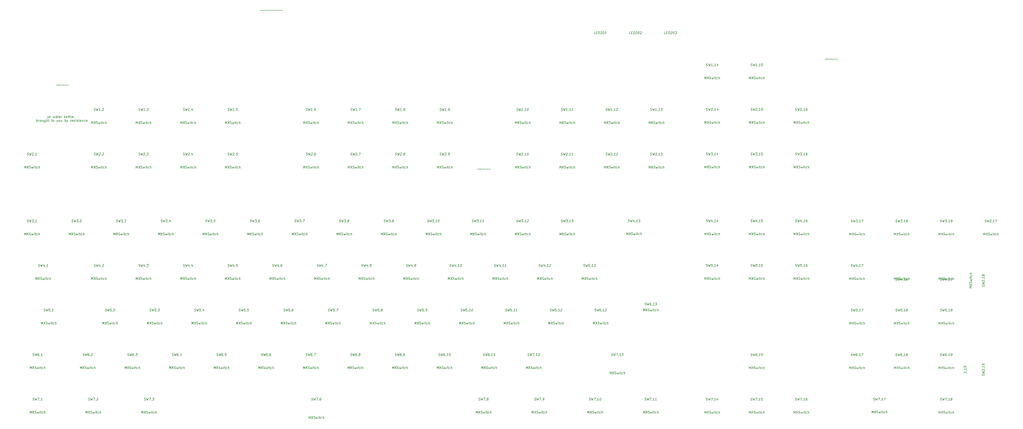
<source format=gbr>
%TF.GenerationSoftware,KiCad,Pcbnew,(6.0.6)*%
%TF.CreationDate,2022-08-08T17:13:52+02:00*%
%TF.ProjectId,berlin,6265726c-696e-42e6-9b69-6361645f7063,rev?*%
%TF.SameCoordinates,Original*%
%TF.FileFunction,Other,Comment*%
%FSLAX46Y46*%
G04 Gerber Fmt 4.6, Leading zero omitted, Abs format (unit mm)*
G04 Created by KiCad (PCBNEW (6.0.6)) date 2022-08-08 17:13:52*
%MOMM*%
%LPD*%
G01*
G04 APERTURE LIST*
%ADD10C,0.150000*%
%ADD11C,0.002000*%
G04 APERTURE END LIST*
D10*
X47857142Y-94970714D02*
X48095238Y-95637380D01*
X48333333Y-94970714D02*
X48095238Y-95637380D01*
X48000000Y-95875476D01*
X47952380Y-95923095D01*
X47857142Y-95970714D01*
X49095238Y-95589761D02*
X49000000Y-95637380D01*
X48809523Y-95637380D01*
X48714285Y-95589761D01*
X48666666Y-95494523D01*
X48666666Y-95113571D01*
X48714285Y-95018333D01*
X48809523Y-94970714D01*
X49000000Y-94970714D01*
X49095238Y-95018333D01*
X49142857Y-95113571D01*
X49142857Y-95208809D01*
X48666666Y-95304047D01*
X50238095Y-94970714D02*
X50428571Y-95637380D01*
X50619047Y-95161190D01*
X50809523Y-95637380D01*
X51000000Y-94970714D01*
X51809523Y-95637380D02*
X51809523Y-95113571D01*
X51761904Y-95018333D01*
X51666666Y-94970714D01*
X51476190Y-94970714D01*
X51380952Y-95018333D01*
X51809523Y-95589761D02*
X51714285Y-95637380D01*
X51476190Y-95637380D01*
X51380952Y-95589761D01*
X51333333Y-95494523D01*
X51333333Y-95399285D01*
X51380952Y-95304047D01*
X51476190Y-95256428D01*
X51714285Y-95256428D01*
X51809523Y-95208809D01*
X52142857Y-94970714D02*
X52523809Y-94970714D01*
X52285714Y-94637380D02*
X52285714Y-95494523D01*
X52333333Y-95589761D01*
X52428571Y-95637380D01*
X52523809Y-95637380D01*
X53238095Y-95589761D02*
X53142857Y-95637380D01*
X52952380Y-95637380D01*
X52857142Y-95589761D01*
X52809523Y-95494523D01*
X52809523Y-95113571D01*
X52857142Y-95018333D01*
X52952380Y-94970714D01*
X53142857Y-94970714D01*
X53238095Y-95018333D01*
X53285714Y-95113571D01*
X53285714Y-95208809D01*
X52809523Y-95304047D01*
X53714285Y-95637380D02*
X53714285Y-94970714D01*
X53714285Y-95161190D02*
X53761904Y-95065952D01*
X53809523Y-95018333D01*
X53904761Y-94970714D01*
X54000000Y-94970714D01*
X55095238Y-95637380D02*
X55095238Y-94637380D01*
X55190476Y-95256428D02*
X55476190Y-95637380D01*
X55476190Y-94970714D02*
X55095238Y-95351666D01*
X56285714Y-95589761D02*
X56190476Y-95637380D01*
X56000000Y-95637380D01*
X55904761Y-95589761D01*
X55857142Y-95494523D01*
X55857142Y-95113571D01*
X55904761Y-95018333D01*
X56000000Y-94970714D01*
X56190476Y-94970714D01*
X56285714Y-95018333D01*
X56333333Y-95113571D01*
X56333333Y-95208809D01*
X55857142Y-95304047D01*
X56619047Y-94970714D02*
X57000000Y-94970714D01*
X56761904Y-94637380D02*
X56761904Y-95494523D01*
X56809523Y-95589761D01*
X56904761Y-95637380D01*
X57000000Y-95637380D01*
X57190476Y-94970714D02*
X57571428Y-94970714D01*
X57333333Y-94637380D02*
X57333333Y-95494523D01*
X57380952Y-95589761D01*
X57476190Y-95637380D01*
X57571428Y-95637380D01*
X58047619Y-95637380D02*
X57952380Y-95589761D01*
X57904761Y-95494523D01*
X57904761Y-94637380D01*
X58809523Y-95589761D02*
X58714285Y-95637380D01*
X58523809Y-95637380D01*
X58428571Y-95589761D01*
X58380952Y-95494523D01*
X58380952Y-95113571D01*
X58428571Y-95018333D01*
X58523809Y-94970714D01*
X58714285Y-94970714D01*
X58809523Y-95018333D01*
X58857142Y-95113571D01*
X58857142Y-95208809D01*
X58380952Y-95304047D01*
X59333333Y-95589761D02*
X59333333Y-95637380D01*
X59285714Y-95732619D01*
X59238095Y-95780238D01*
X43166666Y-97247380D02*
X43166666Y-96247380D01*
X43166666Y-96628333D02*
X43261904Y-96580714D01*
X43452380Y-96580714D01*
X43547619Y-96628333D01*
X43595238Y-96675952D01*
X43642857Y-96771190D01*
X43642857Y-97056904D01*
X43595238Y-97152142D01*
X43547619Y-97199761D01*
X43452380Y-97247380D01*
X43261904Y-97247380D01*
X43166666Y-97199761D01*
X44071428Y-97247380D02*
X44071428Y-96580714D01*
X44071428Y-96771190D02*
X44119047Y-96675952D01*
X44166666Y-96628333D01*
X44261904Y-96580714D01*
X44357142Y-96580714D01*
X44833333Y-97247380D02*
X44738095Y-97199761D01*
X44690476Y-97152142D01*
X44642857Y-97056904D01*
X44642857Y-96771190D01*
X44690476Y-96675952D01*
X44738095Y-96628333D01*
X44833333Y-96580714D01*
X44976190Y-96580714D01*
X45071428Y-96628333D01*
X45119047Y-96675952D01*
X45166666Y-96771190D01*
X45166666Y-97056904D01*
X45119047Y-97152142D01*
X45071428Y-97199761D01*
X44976190Y-97247380D01*
X44833333Y-97247380D01*
X46023809Y-96580714D02*
X46023809Y-97247380D01*
X45595238Y-96580714D02*
X45595238Y-97104523D01*
X45642857Y-97199761D01*
X45738095Y-97247380D01*
X45880952Y-97247380D01*
X45976190Y-97199761D01*
X46023809Y-97152142D01*
X46928571Y-96580714D02*
X46928571Y-97390238D01*
X46880952Y-97485476D01*
X46833333Y-97533095D01*
X46738095Y-97580714D01*
X46595238Y-97580714D01*
X46500000Y-97533095D01*
X46928571Y-97199761D02*
X46833333Y-97247380D01*
X46642857Y-97247380D01*
X46547619Y-97199761D01*
X46500000Y-97152142D01*
X46452380Y-97056904D01*
X46452380Y-96771190D01*
X46500000Y-96675952D01*
X46547619Y-96628333D01*
X46642857Y-96580714D01*
X46833333Y-96580714D01*
X46928571Y-96628333D01*
X47404761Y-97247380D02*
X47404761Y-96247380D01*
X47833333Y-97247380D02*
X47833333Y-96723571D01*
X47785714Y-96628333D01*
X47690476Y-96580714D01*
X47547619Y-96580714D01*
X47452380Y-96628333D01*
X47404761Y-96675952D01*
X48166666Y-96580714D02*
X48547619Y-96580714D01*
X48309523Y-96247380D02*
X48309523Y-97104523D01*
X48357142Y-97199761D01*
X48452380Y-97247380D01*
X48547619Y-97247380D01*
X49500000Y-96580714D02*
X49880952Y-96580714D01*
X49642857Y-96247380D02*
X49642857Y-97104523D01*
X49690476Y-97199761D01*
X49785714Y-97247380D01*
X49880952Y-97247380D01*
X50357142Y-97247380D02*
X50261904Y-97199761D01*
X50214285Y-97152142D01*
X50166666Y-97056904D01*
X50166666Y-96771190D01*
X50214285Y-96675952D01*
X50261904Y-96628333D01*
X50357142Y-96580714D01*
X50500000Y-96580714D01*
X50595238Y-96628333D01*
X50642857Y-96675952D01*
X50690476Y-96771190D01*
X50690476Y-97056904D01*
X50642857Y-97152142D01*
X50595238Y-97199761D01*
X50500000Y-97247380D01*
X50357142Y-97247380D01*
X51785714Y-96580714D02*
X52023809Y-97247380D01*
X52261904Y-96580714D02*
X52023809Y-97247380D01*
X51928571Y-97485476D01*
X51880952Y-97533095D01*
X51785714Y-97580714D01*
X52785714Y-97247380D02*
X52690476Y-97199761D01*
X52642857Y-97152142D01*
X52595238Y-97056904D01*
X52595238Y-96771190D01*
X52642857Y-96675952D01*
X52690476Y-96628333D01*
X52785714Y-96580714D01*
X52928571Y-96580714D01*
X53023809Y-96628333D01*
X53071428Y-96675952D01*
X53119047Y-96771190D01*
X53119047Y-97056904D01*
X53071428Y-97152142D01*
X53023809Y-97199761D01*
X52928571Y-97247380D01*
X52785714Y-97247380D01*
X53976190Y-96580714D02*
X53976190Y-97247380D01*
X53547619Y-96580714D02*
X53547619Y-97104523D01*
X53595238Y-97199761D01*
X53690476Y-97247380D01*
X53833333Y-97247380D01*
X53928571Y-97199761D01*
X53976190Y-97152142D01*
X55214285Y-97247380D02*
X55214285Y-96247380D01*
X55214285Y-96628333D02*
X55309523Y-96580714D01*
X55500000Y-96580714D01*
X55595238Y-96628333D01*
X55642857Y-96675952D01*
X55690476Y-96771190D01*
X55690476Y-97056904D01*
X55642857Y-97152142D01*
X55595238Y-97199761D01*
X55500000Y-97247380D01*
X55309523Y-97247380D01*
X55214285Y-97199761D01*
X56023809Y-96580714D02*
X56261904Y-97247380D01*
X56500000Y-96580714D02*
X56261904Y-97247380D01*
X56166666Y-97485476D01*
X56119047Y-97533095D01*
X56023809Y-97580714D01*
X57642857Y-97247380D02*
X57642857Y-96580714D01*
X57642857Y-96771190D02*
X57690476Y-96675952D01*
X57738095Y-96628333D01*
X57833333Y-96580714D01*
X57928571Y-96580714D01*
X58642857Y-97199761D02*
X58547619Y-97247380D01*
X58357142Y-97247380D01*
X58261904Y-97199761D01*
X58214285Y-97104523D01*
X58214285Y-96723571D01*
X58261904Y-96628333D01*
X58357142Y-96580714D01*
X58547619Y-96580714D01*
X58642857Y-96628333D01*
X58690476Y-96723571D01*
X58690476Y-96818809D01*
X58214285Y-96914047D01*
X59071428Y-97199761D02*
X59166666Y-97247380D01*
X59357142Y-97247380D01*
X59452380Y-97199761D01*
X59499999Y-97104523D01*
X59499999Y-97056904D01*
X59452380Y-96961666D01*
X59357142Y-96914047D01*
X59214285Y-96914047D01*
X59119047Y-96866428D01*
X59071428Y-96771190D01*
X59071428Y-96723571D01*
X59119047Y-96628333D01*
X59214285Y-96580714D01*
X59357142Y-96580714D01*
X59452380Y-96628333D01*
X59928571Y-97247380D02*
X59928571Y-96580714D01*
X59928571Y-96247380D02*
X59880952Y-96295000D01*
X59928571Y-96342619D01*
X59976190Y-96295000D01*
X59928571Y-96247380D01*
X59928571Y-96342619D01*
X60357142Y-97199761D02*
X60452380Y-97247380D01*
X60642857Y-97247380D01*
X60738095Y-97199761D01*
X60785714Y-97104523D01*
X60785714Y-97056904D01*
X60738095Y-96961666D01*
X60642857Y-96914047D01*
X60499999Y-96914047D01*
X60404761Y-96866428D01*
X60357142Y-96771190D01*
X60357142Y-96723571D01*
X60404761Y-96628333D01*
X60499999Y-96580714D01*
X60642857Y-96580714D01*
X60738095Y-96628333D01*
X61071428Y-96580714D02*
X61452380Y-96580714D01*
X61214285Y-96247380D02*
X61214285Y-97104523D01*
X61261904Y-97199761D01*
X61357142Y-97247380D01*
X61452380Y-97247380D01*
X62214285Y-97247380D02*
X62214285Y-96723571D01*
X62166666Y-96628333D01*
X62071428Y-96580714D01*
X61880952Y-96580714D01*
X61785714Y-96628333D01*
X62214285Y-97199761D02*
X62119047Y-97247380D01*
X61880952Y-97247380D01*
X61785714Y-97199761D01*
X61738095Y-97104523D01*
X61738095Y-97009285D01*
X61785714Y-96914047D01*
X61880952Y-96866428D01*
X62119047Y-96866428D01*
X62214285Y-96818809D01*
X62690476Y-96580714D02*
X62690476Y-97247380D01*
X62690476Y-96675952D02*
X62738095Y-96628333D01*
X62833333Y-96580714D01*
X62976190Y-96580714D01*
X63071428Y-96628333D01*
X63119047Y-96723571D01*
X63119047Y-97247380D01*
X64023809Y-97199761D02*
X63928571Y-97247380D01*
X63738095Y-97247380D01*
X63642857Y-97199761D01*
X63595238Y-97152142D01*
X63547619Y-97056904D01*
X63547619Y-96771190D01*
X63595238Y-96675952D01*
X63642857Y-96628333D01*
X63738095Y-96580714D01*
X63928571Y-96580714D01*
X64023809Y-96628333D01*
X64833333Y-97199761D02*
X64738095Y-97247380D01*
X64547619Y-97247380D01*
X64452380Y-97199761D01*
X64404761Y-97104523D01*
X64404761Y-96723571D01*
X64452380Y-96628333D01*
X64547619Y-96580714D01*
X64738095Y-96580714D01*
X64833333Y-96628333D01*
X64880952Y-96723571D01*
X64880952Y-96818809D01*
X64404761Y-96914047D01*
%TO.C,LED202*%
X296833898Y-59747380D02*
X296357708Y-59747380D01*
X296482708Y-58747380D01*
X297232708Y-59223571D02*
X297566041Y-59223571D01*
X297643422Y-59747380D02*
X297167232Y-59747380D01*
X297292232Y-58747380D01*
X297768422Y-58747380D01*
X298071994Y-59747380D02*
X298196994Y-58747380D01*
X298435089Y-58747380D01*
X298571994Y-58795000D01*
X298655327Y-58890238D01*
X298691041Y-58985476D01*
X298714851Y-59175952D01*
X298696994Y-59318809D01*
X298625565Y-59509285D01*
X298566041Y-59604523D01*
X298458898Y-59699761D01*
X298310089Y-59747380D01*
X298071994Y-59747380D01*
X299137470Y-58842619D02*
X299191041Y-58795000D01*
X299292232Y-58747380D01*
X299530327Y-58747380D01*
X299619613Y-58795000D01*
X299661279Y-58842619D01*
X299696994Y-58937857D01*
X299685089Y-59033095D01*
X299619613Y-59175952D01*
X298976755Y-59747380D01*
X299595803Y-59747380D01*
X300339851Y-58747380D02*
X300435089Y-58747380D01*
X300524375Y-58795000D01*
X300566041Y-58842619D01*
X300601755Y-58937857D01*
X300625565Y-59128333D01*
X300595803Y-59366428D01*
X300524375Y-59556904D01*
X300464851Y-59652142D01*
X300411279Y-59699761D01*
X300310089Y-59747380D01*
X300214851Y-59747380D01*
X300125565Y-59699761D01*
X300083898Y-59652142D01*
X300048184Y-59556904D01*
X300024375Y-59366428D01*
X300054136Y-59128333D01*
X300125565Y-58937857D01*
X300185089Y-58842619D01*
X300238660Y-58795000D01*
X300339851Y-58747380D01*
X301042232Y-58842619D02*
X301095803Y-58795000D01*
X301196994Y-58747380D01*
X301435089Y-58747380D01*
X301524375Y-58795000D01*
X301566041Y-58842619D01*
X301601755Y-58937857D01*
X301589851Y-59033095D01*
X301524375Y-59175952D01*
X300881517Y-59747380D01*
X301500565Y-59747380D01*
%TO.C,LED203*%
X311833898Y-59747380D02*
X311357708Y-59747380D01*
X311482708Y-58747380D01*
X312232708Y-59223571D02*
X312566041Y-59223571D01*
X312643422Y-59747380D02*
X312167232Y-59747380D01*
X312292232Y-58747380D01*
X312768422Y-58747380D01*
X313071994Y-59747380D02*
X313196994Y-58747380D01*
X313435089Y-58747380D01*
X313571994Y-58795000D01*
X313655327Y-58890238D01*
X313691041Y-58985476D01*
X313714851Y-59175952D01*
X313696994Y-59318809D01*
X313625565Y-59509285D01*
X313566041Y-59604523D01*
X313458898Y-59699761D01*
X313310089Y-59747380D01*
X313071994Y-59747380D01*
X314137470Y-58842619D02*
X314191041Y-58795000D01*
X314292232Y-58747380D01*
X314530327Y-58747380D01*
X314619613Y-58795000D01*
X314661279Y-58842619D01*
X314696994Y-58937857D01*
X314685089Y-59033095D01*
X314619613Y-59175952D01*
X313976755Y-59747380D01*
X314595803Y-59747380D01*
X315339851Y-58747380D02*
X315435089Y-58747380D01*
X315524375Y-58795000D01*
X315566041Y-58842619D01*
X315601755Y-58937857D01*
X315625565Y-59128333D01*
X315595803Y-59366428D01*
X315524375Y-59556904D01*
X315464851Y-59652142D01*
X315411279Y-59699761D01*
X315310089Y-59747380D01*
X315214851Y-59747380D01*
X315125565Y-59699761D01*
X315083898Y-59652142D01*
X315048184Y-59556904D01*
X315024375Y-59366428D01*
X315054136Y-59128333D01*
X315125565Y-58937857D01*
X315185089Y-58842619D01*
X315238660Y-58795000D01*
X315339851Y-58747380D01*
X316006517Y-58747380D02*
X316625565Y-58747380D01*
X316244613Y-59128333D01*
X316387470Y-59128333D01*
X316476755Y-59175952D01*
X316518422Y-59223571D01*
X316554136Y-59318809D01*
X316524375Y-59556904D01*
X316464851Y-59652142D01*
X316411279Y-59699761D01*
X316310089Y-59747380D01*
X316024375Y-59747380D01*
X315935089Y-59699761D01*
X315893422Y-59652142D01*
%TO.C,LED201*%
X281833898Y-59747380D02*
X281357708Y-59747380D01*
X281482708Y-58747380D01*
X282232708Y-59223571D02*
X282566041Y-59223571D01*
X282643422Y-59747380D02*
X282167232Y-59747380D01*
X282292232Y-58747380D01*
X282768422Y-58747380D01*
X283071994Y-59747380D02*
X283196994Y-58747380D01*
X283435089Y-58747380D01*
X283571994Y-58795000D01*
X283655327Y-58890238D01*
X283691041Y-58985476D01*
X283714851Y-59175952D01*
X283696994Y-59318809D01*
X283625565Y-59509285D01*
X283566041Y-59604523D01*
X283458898Y-59699761D01*
X283310089Y-59747380D01*
X283071994Y-59747380D01*
X284137470Y-58842619D02*
X284191041Y-58795000D01*
X284292232Y-58747380D01*
X284530327Y-58747380D01*
X284619613Y-58795000D01*
X284661279Y-58842619D01*
X284696994Y-58937857D01*
X284685089Y-59033095D01*
X284619613Y-59175952D01*
X283976755Y-59747380D01*
X284595803Y-59747380D01*
X285339851Y-58747380D02*
X285435089Y-58747380D01*
X285524375Y-58795000D01*
X285566041Y-58842619D01*
X285601755Y-58937857D01*
X285625565Y-59128333D01*
X285595803Y-59366428D01*
X285524375Y-59556904D01*
X285464851Y-59652142D01*
X285411279Y-59699761D01*
X285310089Y-59747380D01*
X285214851Y-59747380D01*
X285125565Y-59699761D01*
X285083898Y-59652142D01*
X285048184Y-59556904D01*
X285024375Y-59366428D01*
X285054136Y-59128333D01*
X285125565Y-58937857D01*
X285185089Y-58842619D01*
X285238660Y-58795000D01*
X285339851Y-58747380D01*
X286500565Y-59747380D02*
X285929136Y-59747380D01*
X286214851Y-59747380D02*
X286339851Y-58747380D01*
X286226755Y-58890238D01*
X286119613Y-58985476D01*
X286018422Y-59033095D01*
%TO.C,SW5\u002C7*%
X167694410Y-178236511D02*
X167831315Y-178284130D01*
X168069410Y-178284130D01*
X168170601Y-178236511D01*
X168224172Y-178188892D01*
X168283696Y-178093654D01*
X168295601Y-177998416D01*
X168259886Y-177903178D01*
X168218220Y-177855559D01*
X168128934Y-177807940D01*
X167944410Y-177760321D01*
X167855125Y-177712702D01*
X167813458Y-177665083D01*
X167777744Y-177569845D01*
X167789648Y-177474607D01*
X167849172Y-177379369D01*
X167902744Y-177331750D01*
X168003934Y-177284130D01*
X168242029Y-177284130D01*
X168378934Y-177331750D01*
X168718220Y-177284130D02*
X168831315Y-178284130D01*
X169111077Y-177569845D01*
X169212267Y-178284130D01*
X169575363Y-177284130D01*
X170432505Y-177284130D02*
X169956315Y-177284130D01*
X169849172Y-177760321D01*
X169902744Y-177712702D01*
X170003934Y-177665083D01*
X170242029Y-177665083D01*
X170331315Y-177712702D01*
X170372982Y-177760321D01*
X170408696Y-177855559D01*
X170378934Y-178093654D01*
X170319410Y-178188892D01*
X170265839Y-178236511D01*
X170164648Y-178284130D01*
X169926553Y-178284130D01*
X169837267Y-178236511D01*
X169795601Y-178188892D01*
X170837267Y-178236511D02*
X170831315Y-178284130D01*
X170771791Y-178379369D01*
X170718220Y-178426988D01*
X171289648Y-177284130D02*
X171956315Y-177284130D01*
X171402744Y-178284130D01*
X166616464Y-183872130D02*
X166616464Y-182872130D01*
X166949797Y-183586416D01*
X167283130Y-182872130D01*
X167283130Y-183872130D01*
X167664083Y-182872130D02*
X168330750Y-183872130D01*
X168330750Y-182872130D02*
X167664083Y-183872130D01*
X168664083Y-183824511D02*
X168806940Y-183872130D01*
X169045035Y-183872130D01*
X169140273Y-183824511D01*
X169187892Y-183776892D01*
X169235511Y-183681654D01*
X169235511Y-183586416D01*
X169187892Y-183491178D01*
X169140273Y-183443559D01*
X169045035Y-183395940D01*
X168854559Y-183348321D01*
X168759321Y-183300702D01*
X168711702Y-183253083D01*
X168664083Y-183157845D01*
X168664083Y-183062607D01*
X168711702Y-182967369D01*
X168759321Y-182919750D01*
X168854559Y-182872130D01*
X169092654Y-182872130D01*
X169235511Y-182919750D01*
X169568845Y-183205464D02*
X169759321Y-183872130D01*
X169949797Y-183395940D01*
X170140273Y-183872130D01*
X170330750Y-183205464D01*
X170711702Y-183872130D02*
X170711702Y-183205464D01*
X170711702Y-182872130D02*
X170664083Y-182919750D01*
X170711702Y-182967369D01*
X170759321Y-182919750D01*
X170711702Y-182872130D01*
X170711702Y-182967369D01*
X171045035Y-183205464D02*
X171425988Y-183205464D01*
X171187892Y-182872130D02*
X171187892Y-183729273D01*
X171235511Y-183824511D01*
X171330750Y-183872130D01*
X171425988Y-183872130D01*
X172187892Y-183824511D02*
X172092654Y-183872130D01*
X171902178Y-183872130D01*
X171806940Y-183824511D01*
X171759321Y-183776892D01*
X171711702Y-183681654D01*
X171711702Y-183395940D01*
X171759321Y-183300702D01*
X171806940Y-183253083D01*
X171902178Y-183205464D01*
X172092654Y-183205464D01*
X172187892Y-183253083D01*
X172616464Y-183872130D02*
X172616464Y-182872130D01*
X173045035Y-183872130D02*
X173045035Y-183348321D01*
X172997416Y-183253083D01*
X172902178Y-183205464D01*
X172759321Y-183205464D01*
X172664083Y-183253083D01*
X172616464Y-183300702D01*
%TO.C,SW5\u002C13*%
X276755720Y-159186511D02*
X276892625Y-159234130D01*
X277130720Y-159234130D01*
X277231910Y-159186511D01*
X277285482Y-159138892D01*
X277345005Y-159043654D01*
X277356910Y-158948416D01*
X277321196Y-158853178D01*
X277279529Y-158805559D01*
X277190244Y-158757940D01*
X277005720Y-158710321D01*
X276916434Y-158662702D01*
X276874767Y-158615083D01*
X276839053Y-158519845D01*
X276850958Y-158424607D01*
X276910482Y-158329369D01*
X276964053Y-158281750D01*
X277065244Y-158234130D01*
X277303339Y-158234130D01*
X277440244Y-158281750D01*
X277779529Y-158234130D02*
X277892625Y-159234130D01*
X278172386Y-158519845D01*
X278273577Y-159234130D01*
X278636672Y-158234130D01*
X279493815Y-158234130D02*
X279017625Y-158234130D01*
X278910482Y-158710321D01*
X278964053Y-158662702D01*
X279065244Y-158615083D01*
X279303339Y-158615083D01*
X279392625Y-158662702D01*
X279434291Y-158710321D01*
X279470005Y-158805559D01*
X279440244Y-159043654D01*
X279380720Y-159138892D01*
X279327148Y-159186511D01*
X279225958Y-159234130D01*
X278987863Y-159234130D01*
X278898577Y-159186511D01*
X278856910Y-159138892D01*
X279898577Y-159186511D02*
X279892625Y-159234130D01*
X279833101Y-159329369D01*
X279779529Y-159376988D01*
X280845005Y-159234130D02*
X280273577Y-159234130D01*
X280559291Y-159234130D02*
X280684291Y-158234130D01*
X280571196Y-158376988D01*
X280464053Y-158472226D01*
X280362863Y-158519845D01*
X281303339Y-158234130D02*
X281922386Y-158234130D01*
X281541434Y-158615083D01*
X281684291Y-158615083D01*
X281773577Y-158662702D01*
X281815244Y-158710321D01*
X281850958Y-158805559D01*
X281821196Y-159043654D01*
X281761672Y-159138892D01*
X281708101Y-159186511D01*
X281606910Y-159234130D01*
X281321196Y-159234130D01*
X281231910Y-159186511D01*
X281190244Y-159138892D01*
X276153964Y-164822130D02*
X276153964Y-163822130D01*
X276487297Y-164536416D01*
X276820630Y-163822130D01*
X276820630Y-164822130D01*
X277201583Y-163822130D02*
X277868250Y-164822130D01*
X277868250Y-163822130D02*
X277201583Y-164822130D01*
X278201583Y-164774511D02*
X278344440Y-164822130D01*
X278582535Y-164822130D01*
X278677773Y-164774511D01*
X278725392Y-164726892D01*
X278773011Y-164631654D01*
X278773011Y-164536416D01*
X278725392Y-164441178D01*
X278677773Y-164393559D01*
X278582535Y-164345940D01*
X278392059Y-164298321D01*
X278296821Y-164250702D01*
X278249202Y-164203083D01*
X278201583Y-164107845D01*
X278201583Y-164012607D01*
X278249202Y-163917369D01*
X278296821Y-163869750D01*
X278392059Y-163822130D01*
X278630154Y-163822130D01*
X278773011Y-163869750D01*
X279106345Y-164155464D02*
X279296821Y-164822130D01*
X279487297Y-164345940D01*
X279677773Y-164822130D01*
X279868250Y-164155464D01*
X280249202Y-164822130D02*
X280249202Y-164155464D01*
X280249202Y-163822130D02*
X280201583Y-163869750D01*
X280249202Y-163917369D01*
X280296821Y-163869750D01*
X280249202Y-163822130D01*
X280249202Y-163917369D01*
X280582535Y-164155464D02*
X280963488Y-164155464D01*
X280725392Y-163822130D02*
X280725392Y-164679273D01*
X280773011Y-164774511D01*
X280868250Y-164822130D01*
X280963488Y-164822130D01*
X281725392Y-164774511D02*
X281630154Y-164822130D01*
X281439678Y-164822130D01*
X281344440Y-164774511D01*
X281296821Y-164726892D01*
X281249202Y-164631654D01*
X281249202Y-164345940D01*
X281296821Y-164250702D01*
X281344440Y-164203083D01*
X281439678Y-164155464D01*
X281630154Y-164155464D01*
X281725392Y-164203083D01*
X282153964Y-164822130D02*
X282153964Y-163822130D01*
X282582535Y-164822130D02*
X282582535Y-164298321D01*
X282534916Y-164203083D01*
X282439678Y-164155464D01*
X282296821Y-164155464D01*
X282201583Y-164203083D01*
X282153964Y-164250702D01*
%TO.C,SW6\u002C6*%
X139119410Y-197286511D02*
X139256315Y-197334130D01*
X139494410Y-197334130D01*
X139595601Y-197286511D01*
X139649172Y-197238892D01*
X139708696Y-197143654D01*
X139720601Y-197048416D01*
X139684886Y-196953178D01*
X139643220Y-196905559D01*
X139553934Y-196857940D01*
X139369410Y-196810321D01*
X139280125Y-196762702D01*
X139238458Y-196715083D01*
X139202744Y-196619845D01*
X139214648Y-196524607D01*
X139274172Y-196429369D01*
X139327744Y-196381750D01*
X139428934Y-196334130D01*
X139667029Y-196334130D01*
X139803934Y-196381750D01*
X140143220Y-196334130D02*
X140256315Y-197334130D01*
X140536077Y-196619845D01*
X140637267Y-197334130D01*
X141000363Y-196334130D01*
X141809886Y-196334130D02*
X141619410Y-196334130D01*
X141518220Y-196381750D01*
X141464648Y-196429369D01*
X141351553Y-196572226D01*
X141280125Y-196762702D01*
X141232505Y-197143654D01*
X141268220Y-197238892D01*
X141309886Y-197286511D01*
X141399172Y-197334130D01*
X141589648Y-197334130D01*
X141690839Y-197286511D01*
X141744410Y-197238892D01*
X141803934Y-197143654D01*
X141833696Y-196905559D01*
X141797982Y-196810321D01*
X141756315Y-196762702D01*
X141667029Y-196715083D01*
X141476553Y-196715083D01*
X141375363Y-196762702D01*
X141321791Y-196810321D01*
X141262267Y-196905559D01*
X142262267Y-197286511D02*
X142256315Y-197334130D01*
X142196791Y-197429369D01*
X142143220Y-197476988D01*
X143238458Y-196334130D02*
X143047982Y-196334130D01*
X142946791Y-196381750D01*
X142893220Y-196429369D01*
X142780125Y-196572226D01*
X142708696Y-196762702D01*
X142661077Y-197143654D01*
X142696791Y-197238892D01*
X142738458Y-197286511D01*
X142827744Y-197334130D01*
X143018220Y-197334130D01*
X143119410Y-197286511D01*
X143172982Y-197238892D01*
X143232505Y-197143654D01*
X143262267Y-196905559D01*
X143226553Y-196810321D01*
X143184886Y-196762702D01*
X143095601Y-196715083D01*
X142905125Y-196715083D01*
X142803934Y-196762702D01*
X142750363Y-196810321D01*
X142690839Y-196905559D01*
X138041464Y-202922130D02*
X138041464Y-201922130D01*
X138374797Y-202636416D01*
X138708130Y-201922130D01*
X138708130Y-202922130D01*
X139089083Y-201922130D02*
X139755750Y-202922130D01*
X139755750Y-201922130D02*
X139089083Y-202922130D01*
X140089083Y-202874511D02*
X140231940Y-202922130D01*
X140470035Y-202922130D01*
X140565273Y-202874511D01*
X140612892Y-202826892D01*
X140660511Y-202731654D01*
X140660511Y-202636416D01*
X140612892Y-202541178D01*
X140565273Y-202493559D01*
X140470035Y-202445940D01*
X140279559Y-202398321D01*
X140184321Y-202350702D01*
X140136702Y-202303083D01*
X140089083Y-202207845D01*
X140089083Y-202112607D01*
X140136702Y-202017369D01*
X140184321Y-201969750D01*
X140279559Y-201922130D01*
X140517654Y-201922130D01*
X140660511Y-201969750D01*
X140993845Y-202255464D02*
X141184321Y-202922130D01*
X141374797Y-202445940D01*
X141565273Y-202922130D01*
X141755750Y-202255464D01*
X142136702Y-202922130D02*
X142136702Y-202255464D01*
X142136702Y-201922130D02*
X142089083Y-201969750D01*
X142136702Y-202017369D01*
X142184321Y-201969750D01*
X142136702Y-201922130D01*
X142136702Y-202017369D01*
X142470035Y-202255464D02*
X142850988Y-202255464D01*
X142612892Y-201922130D02*
X142612892Y-202779273D01*
X142660511Y-202874511D01*
X142755750Y-202922130D01*
X142850988Y-202922130D01*
X143612892Y-202874511D02*
X143517654Y-202922130D01*
X143327178Y-202922130D01*
X143231940Y-202874511D01*
X143184321Y-202826892D01*
X143136702Y-202731654D01*
X143136702Y-202445940D01*
X143184321Y-202350702D01*
X143231940Y-202303083D01*
X143327178Y-202255464D01*
X143517654Y-202255464D01*
X143612892Y-202303083D01*
X144041464Y-202922130D02*
X144041464Y-201922130D01*
X144470035Y-202922130D02*
X144470035Y-202398321D01*
X144422416Y-202303083D01*
X144327178Y-202255464D01*
X144184321Y-202255464D01*
X144089083Y-202303083D01*
X144041464Y-202350702D01*
%TO.C,SW2\u002C11*%
X267230720Y-111561511D02*
X267367625Y-111609130D01*
X267605720Y-111609130D01*
X267706910Y-111561511D01*
X267760482Y-111513892D01*
X267820005Y-111418654D01*
X267831910Y-111323416D01*
X267796196Y-111228178D01*
X267754529Y-111180559D01*
X267665244Y-111132940D01*
X267480720Y-111085321D01*
X267391434Y-111037702D01*
X267349767Y-110990083D01*
X267314053Y-110894845D01*
X267325958Y-110799607D01*
X267385482Y-110704369D01*
X267439053Y-110656750D01*
X267540244Y-110609130D01*
X267778339Y-110609130D01*
X267915244Y-110656750D01*
X268254529Y-110609130D02*
X268367625Y-111609130D01*
X268647386Y-110894845D01*
X268748577Y-111609130D01*
X269111672Y-110609130D01*
X269433101Y-110704369D02*
X269486672Y-110656750D01*
X269587863Y-110609130D01*
X269825958Y-110609130D01*
X269915244Y-110656750D01*
X269956910Y-110704369D01*
X269992625Y-110799607D01*
X269980720Y-110894845D01*
X269915244Y-111037702D01*
X269272386Y-111609130D01*
X269891434Y-111609130D01*
X270373577Y-111561511D02*
X270367625Y-111609130D01*
X270308101Y-111704369D01*
X270254529Y-111751988D01*
X271320005Y-111609130D02*
X270748577Y-111609130D01*
X271034291Y-111609130D02*
X271159291Y-110609130D01*
X271046196Y-110751988D01*
X270939053Y-110847226D01*
X270837863Y-110894845D01*
X272272386Y-111609130D02*
X271700958Y-111609130D01*
X271986672Y-111609130D02*
X272111672Y-110609130D01*
X271998577Y-110751988D01*
X271891434Y-110847226D01*
X271790244Y-110894845D01*
X266628964Y-117197130D02*
X266628964Y-116197130D01*
X266962297Y-116911416D01*
X267295630Y-116197130D01*
X267295630Y-117197130D01*
X267676583Y-116197130D02*
X268343250Y-117197130D01*
X268343250Y-116197130D02*
X267676583Y-117197130D01*
X268676583Y-117149511D02*
X268819440Y-117197130D01*
X269057535Y-117197130D01*
X269152773Y-117149511D01*
X269200392Y-117101892D01*
X269248011Y-117006654D01*
X269248011Y-116911416D01*
X269200392Y-116816178D01*
X269152773Y-116768559D01*
X269057535Y-116720940D01*
X268867059Y-116673321D01*
X268771821Y-116625702D01*
X268724202Y-116578083D01*
X268676583Y-116482845D01*
X268676583Y-116387607D01*
X268724202Y-116292369D01*
X268771821Y-116244750D01*
X268867059Y-116197130D01*
X269105154Y-116197130D01*
X269248011Y-116244750D01*
X269581345Y-116530464D02*
X269771821Y-117197130D01*
X269962297Y-116720940D01*
X270152773Y-117197130D01*
X270343250Y-116530464D01*
X270724202Y-117197130D02*
X270724202Y-116530464D01*
X270724202Y-116197130D02*
X270676583Y-116244750D01*
X270724202Y-116292369D01*
X270771821Y-116244750D01*
X270724202Y-116197130D01*
X270724202Y-116292369D01*
X271057535Y-116530464D02*
X271438488Y-116530464D01*
X271200392Y-116197130D02*
X271200392Y-117054273D01*
X271248011Y-117149511D01*
X271343250Y-117197130D01*
X271438488Y-117197130D01*
X272200392Y-117149511D02*
X272105154Y-117197130D01*
X271914678Y-117197130D01*
X271819440Y-117149511D01*
X271771821Y-117101892D01*
X271724202Y-117006654D01*
X271724202Y-116720940D01*
X271771821Y-116625702D01*
X271819440Y-116578083D01*
X271914678Y-116530464D01*
X272105154Y-116530464D01*
X272200392Y-116578083D01*
X272628964Y-117197130D02*
X272628964Y-116197130D01*
X273057535Y-117197130D02*
X273057535Y-116673321D01*
X273009916Y-116578083D01*
X272914678Y-116530464D01*
X272771821Y-116530464D01*
X272676583Y-116578083D01*
X272628964Y-116625702D01*
%TO.C,SW6\u002C17*%
X391055720Y-197318261D02*
X391192625Y-197365880D01*
X391430720Y-197365880D01*
X391531910Y-197318261D01*
X391585482Y-197270642D01*
X391645005Y-197175404D01*
X391656910Y-197080166D01*
X391621196Y-196984928D01*
X391579529Y-196937309D01*
X391490244Y-196889690D01*
X391305720Y-196842071D01*
X391216434Y-196794452D01*
X391174767Y-196746833D01*
X391139053Y-196651595D01*
X391150958Y-196556357D01*
X391210482Y-196461119D01*
X391264053Y-196413500D01*
X391365244Y-196365880D01*
X391603339Y-196365880D01*
X391740244Y-196413500D01*
X392079529Y-196365880D02*
X392192625Y-197365880D01*
X392472386Y-196651595D01*
X392573577Y-197365880D01*
X392936672Y-196365880D01*
X393746196Y-196365880D02*
X393555720Y-196365880D01*
X393454529Y-196413500D01*
X393400958Y-196461119D01*
X393287863Y-196603976D01*
X393216434Y-196794452D01*
X393168815Y-197175404D01*
X393204529Y-197270642D01*
X393246196Y-197318261D01*
X393335482Y-197365880D01*
X393525958Y-197365880D01*
X393627148Y-197318261D01*
X393680720Y-197270642D01*
X393740244Y-197175404D01*
X393770005Y-196937309D01*
X393734291Y-196842071D01*
X393692625Y-196794452D01*
X393603339Y-196746833D01*
X393412863Y-196746833D01*
X393311672Y-196794452D01*
X393258101Y-196842071D01*
X393198577Y-196937309D01*
X394198577Y-197318261D02*
X394192625Y-197365880D01*
X394133101Y-197461119D01*
X394079529Y-197508738D01*
X395145005Y-197365880D02*
X394573577Y-197365880D01*
X394859291Y-197365880D02*
X394984291Y-196365880D01*
X394871196Y-196508738D01*
X394764053Y-196603976D01*
X394662863Y-196651595D01*
X395603339Y-196365880D02*
X396270005Y-196365880D01*
X395716434Y-197365880D01*
X390453964Y-202953880D02*
X390453964Y-201953880D01*
X390787297Y-202668166D01*
X391120630Y-201953880D01*
X391120630Y-202953880D01*
X391501583Y-201953880D02*
X392168250Y-202953880D01*
X392168250Y-201953880D02*
X391501583Y-202953880D01*
X392501583Y-202906261D02*
X392644440Y-202953880D01*
X392882535Y-202953880D01*
X392977773Y-202906261D01*
X393025392Y-202858642D01*
X393073011Y-202763404D01*
X393073011Y-202668166D01*
X393025392Y-202572928D01*
X392977773Y-202525309D01*
X392882535Y-202477690D01*
X392692059Y-202430071D01*
X392596821Y-202382452D01*
X392549202Y-202334833D01*
X392501583Y-202239595D01*
X392501583Y-202144357D01*
X392549202Y-202049119D01*
X392596821Y-202001500D01*
X392692059Y-201953880D01*
X392930154Y-201953880D01*
X393073011Y-202001500D01*
X393406345Y-202287214D02*
X393596821Y-202953880D01*
X393787297Y-202477690D01*
X393977773Y-202953880D01*
X394168250Y-202287214D01*
X394549202Y-202953880D02*
X394549202Y-202287214D01*
X394549202Y-201953880D02*
X394501583Y-202001500D01*
X394549202Y-202049119D01*
X394596821Y-202001500D01*
X394549202Y-201953880D01*
X394549202Y-202049119D01*
X394882535Y-202287214D02*
X395263488Y-202287214D01*
X395025392Y-201953880D02*
X395025392Y-202811023D01*
X395073011Y-202906261D01*
X395168250Y-202953880D01*
X395263488Y-202953880D01*
X396025392Y-202906261D02*
X395930154Y-202953880D01*
X395739678Y-202953880D01*
X395644440Y-202906261D01*
X395596821Y-202858642D01*
X395549202Y-202763404D01*
X395549202Y-202477690D01*
X395596821Y-202382452D01*
X395644440Y-202334833D01*
X395739678Y-202287214D01*
X395930154Y-202287214D01*
X396025392Y-202334833D01*
X396453964Y-202953880D02*
X396453964Y-201953880D01*
X396882535Y-202953880D02*
X396882535Y-202430071D01*
X396834916Y-202334833D01*
X396739678Y-202287214D01*
X396596821Y-202287214D01*
X396501583Y-202334833D01*
X396453964Y-202382452D01*
%TO.C,SW6\u002C15*%
X348193220Y-197318261D02*
X348330125Y-197365880D01*
X348568220Y-197365880D01*
X348669410Y-197318261D01*
X348722982Y-197270642D01*
X348782505Y-197175404D01*
X348794410Y-197080166D01*
X348758696Y-196984928D01*
X348717029Y-196937309D01*
X348627744Y-196889690D01*
X348443220Y-196842071D01*
X348353934Y-196794452D01*
X348312267Y-196746833D01*
X348276553Y-196651595D01*
X348288458Y-196556357D01*
X348347982Y-196461119D01*
X348401553Y-196413500D01*
X348502744Y-196365880D01*
X348740839Y-196365880D01*
X348877744Y-196413500D01*
X349217029Y-196365880D02*
X349330125Y-197365880D01*
X349609886Y-196651595D01*
X349711077Y-197365880D01*
X350074172Y-196365880D01*
X350883696Y-196365880D02*
X350693220Y-196365880D01*
X350592029Y-196413500D01*
X350538458Y-196461119D01*
X350425363Y-196603976D01*
X350353934Y-196794452D01*
X350306315Y-197175404D01*
X350342029Y-197270642D01*
X350383696Y-197318261D01*
X350472982Y-197365880D01*
X350663458Y-197365880D01*
X350764648Y-197318261D01*
X350818220Y-197270642D01*
X350877744Y-197175404D01*
X350907505Y-196937309D01*
X350871791Y-196842071D01*
X350830125Y-196794452D01*
X350740839Y-196746833D01*
X350550363Y-196746833D01*
X350449172Y-196794452D01*
X350395601Y-196842071D01*
X350336077Y-196937309D01*
X351336077Y-197318261D02*
X351330125Y-197365880D01*
X351270601Y-197461119D01*
X351217029Y-197508738D01*
X352282505Y-197365880D02*
X351711077Y-197365880D01*
X351996791Y-197365880D02*
X352121791Y-196365880D01*
X352008696Y-196508738D01*
X351901553Y-196603976D01*
X351800363Y-196651595D01*
X353312267Y-196365880D02*
X352836077Y-196365880D01*
X352728934Y-196842071D01*
X352782505Y-196794452D01*
X352883696Y-196746833D01*
X353121791Y-196746833D01*
X353211077Y-196794452D01*
X353252744Y-196842071D01*
X353288458Y-196937309D01*
X353258696Y-197175404D01*
X353199172Y-197270642D01*
X353145601Y-197318261D01*
X353044410Y-197365880D01*
X352806315Y-197365880D01*
X352717029Y-197318261D01*
X352675363Y-197270642D01*
X347591464Y-202953880D02*
X347591464Y-201953880D01*
X347924797Y-202668166D01*
X348258130Y-201953880D01*
X348258130Y-202953880D01*
X348639083Y-201953880D02*
X349305750Y-202953880D01*
X349305750Y-201953880D02*
X348639083Y-202953880D01*
X349639083Y-202906261D02*
X349781940Y-202953880D01*
X350020035Y-202953880D01*
X350115273Y-202906261D01*
X350162892Y-202858642D01*
X350210511Y-202763404D01*
X350210511Y-202668166D01*
X350162892Y-202572928D01*
X350115273Y-202525309D01*
X350020035Y-202477690D01*
X349829559Y-202430071D01*
X349734321Y-202382452D01*
X349686702Y-202334833D01*
X349639083Y-202239595D01*
X349639083Y-202144357D01*
X349686702Y-202049119D01*
X349734321Y-202001500D01*
X349829559Y-201953880D01*
X350067654Y-201953880D01*
X350210511Y-202001500D01*
X350543845Y-202287214D02*
X350734321Y-202953880D01*
X350924797Y-202477690D01*
X351115273Y-202953880D01*
X351305750Y-202287214D01*
X351686702Y-202953880D02*
X351686702Y-202287214D01*
X351686702Y-201953880D02*
X351639083Y-202001500D01*
X351686702Y-202049119D01*
X351734321Y-202001500D01*
X351686702Y-201953880D01*
X351686702Y-202049119D01*
X352020035Y-202287214D02*
X352400988Y-202287214D01*
X352162892Y-201953880D02*
X352162892Y-202811023D01*
X352210511Y-202906261D01*
X352305750Y-202953880D01*
X352400988Y-202953880D01*
X353162892Y-202906261D02*
X353067654Y-202953880D01*
X352877178Y-202953880D01*
X352781940Y-202906261D01*
X352734321Y-202858642D01*
X352686702Y-202763404D01*
X352686702Y-202477690D01*
X352734321Y-202382452D01*
X352781940Y-202334833D01*
X352877178Y-202287214D01*
X353067654Y-202287214D01*
X353162892Y-202334833D01*
X353591464Y-202953880D02*
X353591464Y-201953880D01*
X354020035Y-202953880D02*
X354020035Y-202430071D01*
X353972416Y-202334833D01*
X353877178Y-202287214D01*
X353734321Y-202287214D01*
X353639083Y-202334833D01*
X353591464Y-202382452D01*
%TO.C,SW3\u002C8*%
X172456910Y-140136511D02*
X172593815Y-140184130D01*
X172831910Y-140184130D01*
X172933101Y-140136511D01*
X172986672Y-140088892D01*
X173046196Y-139993654D01*
X173058101Y-139898416D01*
X173022386Y-139803178D01*
X172980720Y-139755559D01*
X172891434Y-139707940D01*
X172706910Y-139660321D01*
X172617625Y-139612702D01*
X172575958Y-139565083D01*
X172540244Y-139469845D01*
X172552148Y-139374607D01*
X172611672Y-139279369D01*
X172665244Y-139231750D01*
X172766434Y-139184130D01*
X173004529Y-139184130D01*
X173141434Y-139231750D01*
X173480720Y-139184130D02*
X173593815Y-140184130D01*
X173873577Y-139469845D01*
X173974767Y-140184130D01*
X174337863Y-139184130D01*
X174623577Y-139184130D02*
X175242625Y-139184130D01*
X174861672Y-139565083D01*
X175004529Y-139565083D01*
X175093815Y-139612702D01*
X175135482Y-139660321D01*
X175171196Y-139755559D01*
X175141434Y-139993654D01*
X175081910Y-140088892D01*
X175028339Y-140136511D01*
X174927148Y-140184130D01*
X174641434Y-140184130D01*
X174552148Y-140136511D01*
X174510482Y-140088892D01*
X175599767Y-140136511D02*
X175593815Y-140184130D01*
X175534291Y-140279369D01*
X175480720Y-140326988D01*
X176236672Y-139612702D02*
X176147386Y-139565083D01*
X176105720Y-139517464D01*
X176070005Y-139422226D01*
X176075958Y-139374607D01*
X176135482Y-139279369D01*
X176189053Y-139231750D01*
X176290244Y-139184130D01*
X176480720Y-139184130D01*
X176570005Y-139231750D01*
X176611672Y-139279369D01*
X176647386Y-139374607D01*
X176641434Y-139422226D01*
X176581910Y-139517464D01*
X176528339Y-139565083D01*
X176427148Y-139612702D01*
X176236672Y-139612702D01*
X176135482Y-139660321D01*
X176081910Y-139707940D01*
X176022386Y-139803178D01*
X175998577Y-139993654D01*
X176034291Y-140088892D01*
X176075958Y-140136511D01*
X176165244Y-140184130D01*
X176355720Y-140184130D01*
X176456910Y-140136511D01*
X176510482Y-140088892D01*
X176570005Y-139993654D01*
X176593815Y-139803178D01*
X176558101Y-139707940D01*
X176516434Y-139660321D01*
X176427148Y-139612702D01*
X171378964Y-145772130D02*
X171378964Y-144772130D01*
X171712297Y-145486416D01*
X172045630Y-144772130D01*
X172045630Y-145772130D01*
X172426583Y-144772130D02*
X173093250Y-145772130D01*
X173093250Y-144772130D02*
X172426583Y-145772130D01*
X173426583Y-145724511D02*
X173569440Y-145772130D01*
X173807535Y-145772130D01*
X173902773Y-145724511D01*
X173950392Y-145676892D01*
X173998011Y-145581654D01*
X173998011Y-145486416D01*
X173950392Y-145391178D01*
X173902773Y-145343559D01*
X173807535Y-145295940D01*
X173617059Y-145248321D01*
X173521821Y-145200702D01*
X173474202Y-145153083D01*
X173426583Y-145057845D01*
X173426583Y-144962607D01*
X173474202Y-144867369D01*
X173521821Y-144819750D01*
X173617059Y-144772130D01*
X173855154Y-144772130D01*
X173998011Y-144819750D01*
X174331345Y-145105464D02*
X174521821Y-145772130D01*
X174712297Y-145295940D01*
X174902773Y-145772130D01*
X175093250Y-145105464D01*
X175474202Y-145772130D02*
X175474202Y-145105464D01*
X175474202Y-144772130D02*
X175426583Y-144819750D01*
X175474202Y-144867369D01*
X175521821Y-144819750D01*
X175474202Y-144772130D01*
X175474202Y-144867369D01*
X175807535Y-145105464D02*
X176188488Y-145105464D01*
X175950392Y-144772130D02*
X175950392Y-145629273D01*
X175998011Y-145724511D01*
X176093250Y-145772130D01*
X176188488Y-145772130D01*
X176950392Y-145724511D02*
X176855154Y-145772130D01*
X176664678Y-145772130D01*
X176569440Y-145724511D01*
X176521821Y-145676892D01*
X176474202Y-145581654D01*
X176474202Y-145295940D01*
X176521821Y-145200702D01*
X176569440Y-145153083D01*
X176664678Y-145105464D01*
X176855154Y-145105464D01*
X176950392Y-145153083D01*
X177378964Y-145772130D02*
X177378964Y-144772130D01*
X177807535Y-145772130D02*
X177807535Y-145248321D01*
X177759916Y-145153083D01*
X177664678Y-145105464D01*
X177521821Y-145105464D01*
X177426583Y-145153083D01*
X177378964Y-145200702D01*
%TO.C,SW3\u002C6*%
X134356910Y-140136511D02*
X134493815Y-140184130D01*
X134731910Y-140184130D01*
X134833101Y-140136511D01*
X134886672Y-140088892D01*
X134946196Y-139993654D01*
X134958101Y-139898416D01*
X134922386Y-139803178D01*
X134880720Y-139755559D01*
X134791434Y-139707940D01*
X134606910Y-139660321D01*
X134517625Y-139612702D01*
X134475958Y-139565083D01*
X134440244Y-139469845D01*
X134452148Y-139374607D01*
X134511672Y-139279369D01*
X134565244Y-139231750D01*
X134666434Y-139184130D01*
X134904529Y-139184130D01*
X135041434Y-139231750D01*
X135380720Y-139184130D02*
X135493815Y-140184130D01*
X135773577Y-139469845D01*
X135874767Y-140184130D01*
X136237863Y-139184130D01*
X136523577Y-139184130D02*
X137142625Y-139184130D01*
X136761672Y-139565083D01*
X136904529Y-139565083D01*
X136993815Y-139612702D01*
X137035482Y-139660321D01*
X137071196Y-139755559D01*
X137041434Y-139993654D01*
X136981910Y-140088892D01*
X136928339Y-140136511D01*
X136827148Y-140184130D01*
X136541434Y-140184130D01*
X136452148Y-140136511D01*
X136410482Y-140088892D01*
X137499767Y-140136511D02*
X137493815Y-140184130D01*
X137434291Y-140279369D01*
X137380720Y-140326988D01*
X138475958Y-139184130D02*
X138285482Y-139184130D01*
X138184291Y-139231750D01*
X138130720Y-139279369D01*
X138017625Y-139422226D01*
X137946196Y-139612702D01*
X137898577Y-139993654D01*
X137934291Y-140088892D01*
X137975958Y-140136511D01*
X138065244Y-140184130D01*
X138255720Y-140184130D01*
X138356910Y-140136511D01*
X138410482Y-140088892D01*
X138470005Y-139993654D01*
X138499767Y-139755559D01*
X138464053Y-139660321D01*
X138422386Y-139612702D01*
X138333101Y-139565083D01*
X138142625Y-139565083D01*
X138041434Y-139612702D01*
X137987863Y-139660321D01*
X137928339Y-139755559D01*
X133278964Y-145772130D02*
X133278964Y-144772130D01*
X133612297Y-145486416D01*
X133945630Y-144772130D01*
X133945630Y-145772130D01*
X134326583Y-144772130D02*
X134993250Y-145772130D01*
X134993250Y-144772130D02*
X134326583Y-145772130D01*
X135326583Y-145724511D02*
X135469440Y-145772130D01*
X135707535Y-145772130D01*
X135802773Y-145724511D01*
X135850392Y-145676892D01*
X135898011Y-145581654D01*
X135898011Y-145486416D01*
X135850392Y-145391178D01*
X135802773Y-145343559D01*
X135707535Y-145295940D01*
X135517059Y-145248321D01*
X135421821Y-145200702D01*
X135374202Y-145153083D01*
X135326583Y-145057845D01*
X135326583Y-144962607D01*
X135374202Y-144867369D01*
X135421821Y-144819750D01*
X135517059Y-144772130D01*
X135755154Y-144772130D01*
X135898011Y-144819750D01*
X136231345Y-145105464D02*
X136421821Y-145772130D01*
X136612297Y-145295940D01*
X136802773Y-145772130D01*
X136993250Y-145105464D01*
X137374202Y-145772130D02*
X137374202Y-145105464D01*
X137374202Y-144772130D02*
X137326583Y-144819750D01*
X137374202Y-144867369D01*
X137421821Y-144819750D01*
X137374202Y-144772130D01*
X137374202Y-144867369D01*
X137707535Y-145105464D02*
X138088488Y-145105464D01*
X137850392Y-144772130D02*
X137850392Y-145629273D01*
X137898011Y-145724511D01*
X137993250Y-145772130D01*
X138088488Y-145772130D01*
X138850392Y-145724511D02*
X138755154Y-145772130D01*
X138564678Y-145772130D01*
X138469440Y-145724511D01*
X138421821Y-145676892D01*
X138374202Y-145581654D01*
X138374202Y-145295940D01*
X138421821Y-145200702D01*
X138469440Y-145153083D01*
X138564678Y-145105464D01*
X138755154Y-145105464D01*
X138850392Y-145153083D01*
X139278964Y-145772130D02*
X139278964Y-144772130D01*
X139707535Y-145772130D02*
X139707535Y-145248321D01*
X139659916Y-145153083D01*
X139564678Y-145105464D01*
X139421821Y-145105464D01*
X139326583Y-145153083D01*
X139278964Y-145200702D01*
%TO.C,SW5\u002C15*%
X348224970Y-159154761D02*
X348361875Y-159202380D01*
X348599970Y-159202380D01*
X348701160Y-159154761D01*
X348754732Y-159107142D01*
X348814255Y-159011904D01*
X348826160Y-158916666D01*
X348790446Y-158821428D01*
X348748779Y-158773809D01*
X348659494Y-158726190D01*
X348474970Y-158678571D01*
X348385684Y-158630952D01*
X348344017Y-158583333D01*
X348308303Y-158488095D01*
X348320208Y-158392857D01*
X348379732Y-158297619D01*
X348433303Y-158250000D01*
X348534494Y-158202380D01*
X348772589Y-158202380D01*
X348909494Y-158250000D01*
X349248779Y-158202380D02*
X349361875Y-159202380D01*
X349641636Y-158488095D01*
X349742827Y-159202380D01*
X350105922Y-158202380D01*
X350963065Y-158202380D02*
X350486875Y-158202380D01*
X350379732Y-158678571D01*
X350433303Y-158630952D01*
X350534494Y-158583333D01*
X350772589Y-158583333D01*
X350861875Y-158630952D01*
X350903541Y-158678571D01*
X350939255Y-158773809D01*
X350909494Y-159011904D01*
X350849970Y-159107142D01*
X350796398Y-159154761D01*
X350695208Y-159202380D01*
X350457113Y-159202380D01*
X350367827Y-159154761D01*
X350326160Y-159107142D01*
X351367827Y-159154761D02*
X351361875Y-159202380D01*
X351302351Y-159297619D01*
X351248779Y-159345238D01*
X352314255Y-159202380D02*
X351742827Y-159202380D01*
X352028541Y-159202380D02*
X352153541Y-158202380D01*
X352040446Y-158345238D01*
X351933303Y-158440476D01*
X351832113Y-158488095D01*
X353344017Y-158202380D02*
X352867827Y-158202380D01*
X352760684Y-158678571D01*
X352814255Y-158630952D01*
X352915446Y-158583333D01*
X353153541Y-158583333D01*
X353242827Y-158630952D01*
X353284494Y-158678571D01*
X353320208Y-158773809D01*
X353290446Y-159011904D01*
X353230922Y-159107142D01*
X353177351Y-159154761D01*
X353076160Y-159202380D01*
X352838065Y-159202380D01*
X352748779Y-159154761D01*
X352707113Y-159107142D01*
X347623214Y-164790380D02*
X347623214Y-163790380D01*
X347956547Y-164504666D01*
X348289880Y-163790380D01*
X348289880Y-164790380D01*
X348670833Y-163790380D02*
X349337500Y-164790380D01*
X349337500Y-163790380D02*
X348670833Y-164790380D01*
X349670833Y-164742761D02*
X349813690Y-164790380D01*
X350051785Y-164790380D01*
X350147023Y-164742761D01*
X350194642Y-164695142D01*
X350242261Y-164599904D01*
X350242261Y-164504666D01*
X350194642Y-164409428D01*
X350147023Y-164361809D01*
X350051785Y-164314190D01*
X349861309Y-164266571D01*
X349766071Y-164218952D01*
X349718452Y-164171333D01*
X349670833Y-164076095D01*
X349670833Y-163980857D01*
X349718452Y-163885619D01*
X349766071Y-163838000D01*
X349861309Y-163790380D01*
X350099404Y-163790380D01*
X350242261Y-163838000D01*
X350575595Y-164123714D02*
X350766071Y-164790380D01*
X350956547Y-164314190D01*
X351147023Y-164790380D01*
X351337500Y-164123714D01*
X351718452Y-164790380D02*
X351718452Y-164123714D01*
X351718452Y-163790380D02*
X351670833Y-163838000D01*
X351718452Y-163885619D01*
X351766071Y-163838000D01*
X351718452Y-163790380D01*
X351718452Y-163885619D01*
X352051785Y-164123714D02*
X352432738Y-164123714D01*
X352194642Y-163790380D02*
X352194642Y-164647523D01*
X352242261Y-164742761D01*
X352337500Y-164790380D01*
X352432738Y-164790380D01*
X353194642Y-164742761D02*
X353099404Y-164790380D01*
X352908928Y-164790380D01*
X352813690Y-164742761D01*
X352766071Y-164695142D01*
X352718452Y-164599904D01*
X352718452Y-164314190D01*
X352766071Y-164218952D01*
X352813690Y-164171333D01*
X352908928Y-164123714D01*
X353099404Y-164123714D01*
X353194642Y-164171333D01*
X353623214Y-164790380D02*
X353623214Y-163790380D01*
X354051785Y-164790380D02*
X354051785Y-164266571D01*
X354004166Y-164171333D01*
X353908928Y-164123714D01*
X353766071Y-164123714D01*
X353670833Y-164171333D01*
X353623214Y-164218952D01*
%TO.C,SW1\u002C4*%
X105781910Y-92511511D02*
X105918815Y-92559130D01*
X106156910Y-92559130D01*
X106258101Y-92511511D01*
X106311672Y-92463892D01*
X106371196Y-92368654D01*
X106383101Y-92273416D01*
X106347386Y-92178178D01*
X106305720Y-92130559D01*
X106216434Y-92082940D01*
X106031910Y-92035321D01*
X105942625Y-91987702D01*
X105900958Y-91940083D01*
X105865244Y-91844845D01*
X105877148Y-91749607D01*
X105936672Y-91654369D01*
X105990244Y-91606750D01*
X106091434Y-91559130D01*
X106329529Y-91559130D01*
X106466434Y-91606750D01*
X106805720Y-91559130D02*
X106918815Y-92559130D01*
X107198577Y-91844845D01*
X107299767Y-92559130D01*
X107662863Y-91559130D01*
X108442625Y-92559130D02*
X107871196Y-92559130D01*
X108156910Y-92559130D02*
X108281910Y-91559130D01*
X108168815Y-91701988D01*
X108061672Y-91797226D01*
X107960482Y-91844845D01*
X108924767Y-92511511D02*
X108918815Y-92559130D01*
X108859291Y-92654369D01*
X108805720Y-92701988D01*
X109859291Y-91892464D02*
X109775958Y-92559130D01*
X109668815Y-91511511D02*
X109341434Y-92225797D01*
X109960482Y-92225797D01*
X104703964Y-98147130D02*
X104703964Y-97147130D01*
X105037297Y-97861416D01*
X105370630Y-97147130D01*
X105370630Y-98147130D01*
X105751583Y-97147130D02*
X106418250Y-98147130D01*
X106418250Y-97147130D02*
X105751583Y-98147130D01*
X106751583Y-98099511D02*
X106894440Y-98147130D01*
X107132535Y-98147130D01*
X107227773Y-98099511D01*
X107275392Y-98051892D01*
X107323011Y-97956654D01*
X107323011Y-97861416D01*
X107275392Y-97766178D01*
X107227773Y-97718559D01*
X107132535Y-97670940D01*
X106942059Y-97623321D01*
X106846821Y-97575702D01*
X106799202Y-97528083D01*
X106751583Y-97432845D01*
X106751583Y-97337607D01*
X106799202Y-97242369D01*
X106846821Y-97194750D01*
X106942059Y-97147130D01*
X107180154Y-97147130D01*
X107323011Y-97194750D01*
X107656345Y-97480464D02*
X107846821Y-98147130D01*
X108037297Y-97670940D01*
X108227773Y-98147130D01*
X108418250Y-97480464D01*
X108799202Y-98147130D02*
X108799202Y-97480464D01*
X108799202Y-97147130D02*
X108751583Y-97194750D01*
X108799202Y-97242369D01*
X108846821Y-97194750D01*
X108799202Y-97147130D01*
X108799202Y-97242369D01*
X109132535Y-97480464D02*
X109513488Y-97480464D01*
X109275392Y-97147130D02*
X109275392Y-98004273D01*
X109323011Y-98099511D01*
X109418250Y-98147130D01*
X109513488Y-98147130D01*
X110275392Y-98099511D02*
X110180154Y-98147130D01*
X109989678Y-98147130D01*
X109894440Y-98099511D01*
X109846821Y-98051892D01*
X109799202Y-97956654D01*
X109799202Y-97670940D01*
X109846821Y-97575702D01*
X109894440Y-97528083D01*
X109989678Y-97480464D01*
X110180154Y-97480464D01*
X110275392Y-97528083D01*
X110703964Y-98147130D02*
X110703964Y-97147130D01*
X111132535Y-98147130D02*
X111132535Y-97623321D01*
X111084916Y-97528083D01*
X110989678Y-97480464D01*
X110846821Y-97480464D01*
X110751583Y-97528083D01*
X110703964Y-97575702D01*
%TO.C,SW1\u002C10*%
X248180880Y-92511511D02*
X248317785Y-92559130D01*
X248555880Y-92559130D01*
X248657070Y-92511511D01*
X248710642Y-92463892D01*
X248770165Y-92368654D01*
X248782070Y-92273416D01*
X248746356Y-92178178D01*
X248704689Y-92130559D01*
X248615404Y-92082940D01*
X248430880Y-92035321D01*
X248341594Y-91987702D01*
X248299927Y-91940083D01*
X248264213Y-91844845D01*
X248276118Y-91749607D01*
X248335642Y-91654369D01*
X248389213Y-91606750D01*
X248490404Y-91559130D01*
X248728499Y-91559130D01*
X248865404Y-91606750D01*
X249204689Y-91559130D02*
X249317785Y-92559130D01*
X249597546Y-91844845D01*
X249698737Y-92559130D01*
X250061832Y-91559130D01*
X250841594Y-92559130D02*
X250270165Y-92559130D01*
X250555880Y-92559130D02*
X250680880Y-91559130D01*
X250567785Y-91701988D01*
X250460642Y-91797226D01*
X250359451Y-91844845D01*
X251323737Y-92511511D02*
X251317785Y-92559130D01*
X251258261Y-92654369D01*
X251204689Y-92701988D01*
X252270165Y-92559130D02*
X251698737Y-92559130D01*
X251984451Y-92559130D02*
X252109451Y-91559130D01*
X251996356Y-91701988D01*
X251889213Y-91797226D01*
X251788023Y-91844845D01*
X253014213Y-91559130D02*
X253109451Y-91559130D01*
X253198737Y-91606750D01*
X253240404Y-91654369D01*
X253276118Y-91749607D01*
X253299927Y-91940083D01*
X253270165Y-92178178D01*
X253198737Y-92368654D01*
X253139213Y-92463892D01*
X253085642Y-92511511D01*
X252984451Y-92559130D01*
X252889213Y-92559130D01*
X252799927Y-92511511D01*
X252758261Y-92463892D01*
X252722546Y-92368654D01*
X252698737Y-92178178D01*
X252728499Y-91940083D01*
X252799927Y-91749607D01*
X252859451Y-91654369D01*
X252913023Y-91606750D01*
X253014213Y-91559130D01*
X247579124Y-98147130D02*
X247579124Y-97147130D01*
X247912457Y-97861416D01*
X248245790Y-97147130D01*
X248245790Y-98147130D01*
X248626743Y-97147130D02*
X249293410Y-98147130D01*
X249293410Y-97147130D02*
X248626743Y-98147130D01*
X249626743Y-98099511D02*
X249769600Y-98147130D01*
X250007695Y-98147130D01*
X250102933Y-98099511D01*
X250150552Y-98051892D01*
X250198171Y-97956654D01*
X250198171Y-97861416D01*
X250150552Y-97766178D01*
X250102933Y-97718559D01*
X250007695Y-97670940D01*
X249817219Y-97623321D01*
X249721981Y-97575702D01*
X249674362Y-97528083D01*
X249626743Y-97432845D01*
X249626743Y-97337607D01*
X249674362Y-97242369D01*
X249721981Y-97194750D01*
X249817219Y-97147130D01*
X250055314Y-97147130D01*
X250198171Y-97194750D01*
X250531505Y-97480464D02*
X250721981Y-98147130D01*
X250912457Y-97670940D01*
X251102933Y-98147130D01*
X251293410Y-97480464D01*
X251674362Y-98147130D02*
X251674362Y-97480464D01*
X251674362Y-97147130D02*
X251626743Y-97194750D01*
X251674362Y-97242369D01*
X251721981Y-97194750D01*
X251674362Y-97147130D01*
X251674362Y-97242369D01*
X252007695Y-97480464D02*
X252388648Y-97480464D01*
X252150552Y-97147130D02*
X252150552Y-98004273D01*
X252198171Y-98099511D01*
X252293410Y-98147130D01*
X252388648Y-98147130D01*
X253150552Y-98099511D02*
X253055314Y-98147130D01*
X252864838Y-98147130D01*
X252769600Y-98099511D01*
X252721981Y-98051892D01*
X252674362Y-97956654D01*
X252674362Y-97670940D01*
X252721981Y-97575702D01*
X252769600Y-97528083D01*
X252864838Y-97480464D01*
X253055314Y-97480464D01*
X253150552Y-97528083D01*
X253579124Y-98147130D02*
X253579124Y-97147130D01*
X254007695Y-98147130D02*
X254007695Y-97623321D01*
X253960076Y-97528083D01*
X253864838Y-97480464D01*
X253721981Y-97480464D01*
X253626743Y-97528083D01*
X253579124Y-97575702D01*
D11*
%TO.C,LED1\u002C16*%
X380005166Y-70530357D02*
X379999119Y-70536404D01*
X379980976Y-70542452D01*
X379968880Y-70542452D01*
X379950738Y-70536404D01*
X379938642Y-70524309D01*
X379932595Y-70512214D01*
X379926547Y-70488023D01*
X379926547Y-70469880D01*
X379932595Y-70445690D01*
X379938642Y-70433595D01*
X379950738Y-70421500D01*
X379968880Y-70415452D01*
X379980976Y-70415452D01*
X379999119Y-70421500D01*
X380005166Y-70427547D01*
X380077738Y-70542452D02*
X380065642Y-70536404D01*
X380059595Y-70530357D01*
X380053547Y-70518261D01*
X380053547Y-70481976D01*
X380059595Y-70469880D01*
X380065642Y-70463833D01*
X380077738Y-70457785D01*
X380095880Y-70457785D01*
X380107976Y-70463833D01*
X380114023Y-70469880D01*
X380120071Y-70481976D01*
X380120071Y-70518261D01*
X380114023Y-70530357D01*
X380107976Y-70536404D01*
X380095880Y-70542452D01*
X380077738Y-70542452D01*
X380174500Y-70457785D02*
X380174500Y-70584785D01*
X380174500Y-70463833D02*
X380186595Y-70457785D01*
X380210785Y-70457785D01*
X380222880Y-70463833D01*
X380228928Y-70469880D01*
X380234976Y-70481976D01*
X380234976Y-70518261D01*
X380228928Y-70530357D01*
X380222880Y-70536404D01*
X380210785Y-70542452D01*
X380186595Y-70542452D01*
X380174500Y-70536404D01*
X380277309Y-70457785D02*
X380307547Y-70542452D01*
X380337785Y-70457785D02*
X380307547Y-70542452D01*
X380295452Y-70572690D01*
X380289404Y-70578738D01*
X380277309Y-70584785D01*
X380386166Y-70542452D02*
X380386166Y-70457785D01*
X380386166Y-70481976D02*
X380392214Y-70469880D01*
X380398261Y-70463833D01*
X380410357Y-70457785D01*
X380422452Y-70457785D01*
X380464785Y-70542452D02*
X380464785Y-70457785D01*
X380464785Y-70415452D02*
X380458738Y-70421500D01*
X380464785Y-70427547D01*
X380470833Y-70421500D01*
X380464785Y-70415452D01*
X380464785Y-70427547D01*
X380579690Y-70457785D02*
X380579690Y-70560595D01*
X380573642Y-70572690D01*
X380567595Y-70578738D01*
X380555500Y-70584785D01*
X380537357Y-70584785D01*
X380525261Y-70578738D01*
X380579690Y-70536404D02*
X380567595Y-70542452D01*
X380543404Y-70542452D01*
X380531309Y-70536404D01*
X380525261Y-70530357D01*
X380519214Y-70518261D01*
X380519214Y-70481976D01*
X380525261Y-70469880D01*
X380531309Y-70463833D01*
X380543404Y-70457785D01*
X380567595Y-70457785D01*
X380579690Y-70463833D01*
X380640166Y-70542452D02*
X380640166Y-70415452D01*
X380694595Y-70542452D02*
X380694595Y-70475928D01*
X380688547Y-70463833D01*
X380676452Y-70457785D01*
X380658309Y-70457785D01*
X380646214Y-70463833D01*
X380640166Y-70469880D01*
X380736928Y-70457785D02*
X380785309Y-70457785D01*
X380755071Y-70415452D02*
X380755071Y-70524309D01*
X380761119Y-70536404D01*
X380773214Y-70542452D01*
X380785309Y-70542452D01*
X380918357Y-70427547D02*
X380924404Y-70421500D01*
X380936500Y-70415452D01*
X380966738Y-70415452D01*
X380978833Y-70421500D01*
X380984880Y-70427547D01*
X380990928Y-70439642D01*
X380990928Y-70451738D01*
X380984880Y-70469880D01*
X380912309Y-70542452D01*
X380990928Y-70542452D01*
X381069547Y-70415452D02*
X381081642Y-70415452D01*
X381093738Y-70421500D01*
X381099785Y-70427547D01*
X381105833Y-70439642D01*
X381111880Y-70463833D01*
X381111880Y-70494071D01*
X381105833Y-70518261D01*
X381099785Y-70530357D01*
X381093738Y-70536404D01*
X381081642Y-70542452D01*
X381069547Y-70542452D01*
X381057452Y-70536404D01*
X381051404Y-70530357D01*
X381045357Y-70518261D01*
X381039309Y-70494071D01*
X381039309Y-70463833D01*
X381045357Y-70439642D01*
X381051404Y-70427547D01*
X381057452Y-70421500D01*
X381069547Y-70415452D01*
X381160261Y-70427547D02*
X381166309Y-70421500D01*
X381178404Y-70415452D01*
X381208642Y-70415452D01*
X381220738Y-70421500D01*
X381226785Y-70427547D01*
X381232833Y-70439642D01*
X381232833Y-70451738D01*
X381226785Y-70469880D01*
X381154214Y-70542452D01*
X381232833Y-70542452D01*
X381353785Y-70542452D02*
X381281214Y-70542452D01*
X381317500Y-70542452D02*
X381317500Y-70415452D01*
X381305404Y-70433595D01*
X381293309Y-70445690D01*
X381281214Y-70451738D01*
X381498928Y-70506166D02*
X381559404Y-70506166D01*
X381486833Y-70542452D02*
X381529166Y-70415452D01*
X381571500Y-70542452D01*
X381668261Y-70536404D02*
X381656166Y-70542452D01*
X381631976Y-70542452D01*
X381619880Y-70536404D01*
X381613833Y-70530357D01*
X381607785Y-70518261D01*
X381607785Y-70481976D01*
X381613833Y-70469880D01*
X381619880Y-70463833D01*
X381631976Y-70457785D01*
X381656166Y-70457785D01*
X381668261Y-70463833D01*
X381777119Y-70536404D02*
X381765023Y-70542452D01*
X381740833Y-70542452D01*
X381728738Y-70536404D01*
X381722690Y-70530357D01*
X381716642Y-70518261D01*
X381716642Y-70481976D01*
X381722690Y-70469880D01*
X381728738Y-70463833D01*
X381740833Y-70457785D01*
X381765023Y-70457785D01*
X381777119Y-70463833D01*
X381879928Y-70536404D02*
X381867833Y-70542452D01*
X381843642Y-70542452D01*
X381831547Y-70536404D01*
X381825500Y-70524309D01*
X381825500Y-70475928D01*
X381831547Y-70463833D01*
X381843642Y-70457785D01*
X381867833Y-70457785D01*
X381879928Y-70463833D01*
X381885976Y-70475928D01*
X381885976Y-70488023D01*
X381825500Y-70500119D01*
X381958547Y-70542452D02*
X381946452Y-70536404D01*
X381940404Y-70524309D01*
X381940404Y-70415452D01*
X382055309Y-70536404D02*
X382043214Y-70542452D01*
X382019023Y-70542452D01*
X382006928Y-70536404D01*
X382000880Y-70524309D01*
X382000880Y-70475928D01*
X382006928Y-70463833D01*
X382019023Y-70457785D01*
X382043214Y-70457785D01*
X382055309Y-70463833D01*
X382061357Y-70475928D01*
X382061357Y-70488023D01*
X382000880Y-70500119D01*
X382115785Y-70542452D02*
X382115785Y-70457785D01*
X382115785Y-70481976D02*
X382121833Y-70469880D01*
X382127880Y-70463833D01*
X382139976Y-70457785D01*
X382152071Y-70457785D01*
X382248833Y-70542452D02*
X382248833Y-70475928D01*
X382242785Y-70463833D01*
X382230690Y-70457785D01*
X382206500Y-70457785D01*
X382194404Y-70463833D01*
X382248833Y-70536404D02*
X382236738Y-70542452D01*
X382206500Y-70542452D01*
X382194404Y-70536404D01*
X382188357Y-70524309D01*
X382188357Y-70512214D01*
X382194404Y-70500119D01*
X382206500Y-70494071D01*
X382236738Y-70494071D01*
X382248833Y-70488023D01*
X382291166Y-70457785D02*
X382339547Y-70457785D01*
X382309309Y-70415452D02*
X382309309Y-70524309D01*
X382315357Y-70536404D01*
X382327452Y-70542452D01*
X382339547Y-70542452D01*
X382430261Y-70536404D02*
X382418166Y-70542452D01*
X382393976Y-70542452D01*
X382381880Y-70536404D01*
X382375833Y-70524309D01*
X382375833Y-70475928D01*
X382381880Y-70463833D01*
X382393976Y-70457785D01*
X382418166Y-70457785D01*
X382430261Y-70463833D01*
X382436309Y-70475928D01*
X382436309Y-70488023D01*
X382375833Y-70500119D01*
X382545166Y-70542452D02*
X382545166Y-70415452D01*
X382545166Y-70536404D02*
X382533071Y-70542452D01*
X382508880Y-70542452D01*
X382496785Y-70536404D01*
X382490738Y-70530357D01*
X382484690Y-70518261D01*
X382484690Y-70481976D01*
X382490738Y-70469880D01*
X382496785Y-70463833D01*
X382508880Y-70457785D01*
X382533071Y-70457785D01*
X382545166Y-70463833D01*
X382702404Y-70542452D02*
X382702404Y-70415452D01*
X382732642Y-70415452D01*
X382750785Y-70421500D01*
X382762880Y-70433595D01*
X382768928Y-70445690D01*
X382774976Y-70469880D01*
X382774976Y-70488023D01*
X382768928Y-70512214D01*
X382762880Y-70524309D01*
X382750785Y-70536404D01*
X382732642Y-70542452D01*
X382702404Y-70542452D01*
X382877785Y-70536404D02*
X382865690Y-70542452D01*
X382841500Y-70542452D01*
X382829404Y-70536404D01*
X382823357Y-70524309D01*
X382823357Y-70475928D01*
X382829404Y-70463833D01*
X382841500Y-70457785D01*
X382865690Y-70457785D01*
X382877785Y-70463833D01*
X382883833Y-70475928D01*
X382883833Y-70488023D01*
X382823357Y-70500119D01*
X382932214Y-70536404D02*
X382944309Y-70542452D01*
X382968500Y-70542452D01*
X382980595Y-70536404D01*
X382986642Y-70524309D01*
X382986642Y-70518261D01*
X382980595Y-70506166D01*
X382968500Y-70500119D01*
X382950357Y-70500119D01*
X382938261Y-70494071D01*
X382932214Y-70481976D01*
X382932214Y-70475928D01*
X382938261Y-70463833D01*
X382950357Y-70457785D01*
X382968500Y-70457785D01*
X382980595Y-70463833D01*
X383041071Y-70542452D02*
X383041071Y-70457785D01*
X383041071Y-70415452D02*
X383035023Y-70421500D01*
X383041071Y-70427547D01*
X383047119Y-70421500D01*
X383041071Y-70415452D01*
X383041071Y-70427547D01*
X383155976Y-70457785D02*
X383155976Y-70560595D01*
X383149928Y-70572690D01*
X383143880Y-70578738D01*
X383131785Y-70584785D01*
X383113642Y-70584785D01*
X383101547Y-70578738D01*
X383155976Y-70536404D02*
X383143880Y-70542452D01*
X383119690Y-70542452D01*
X383107595Y-70536404D01*
X383101547Y-70530357D01*
X383095500Y-70518261D01*
X383095500Y-70481976D01*
X383101547Y-70469880D01*
X383107595Y-70463833D01*
X383119690Y-70457785D01*
X383143880Y-70457785D01*
X383155976Y-70463833D01*
X383216452Y-70457785D02*
X383216452Y-70542452D01*
X383216452Y-70469880D02*
X383222500Y-70463833D01*
X383234595Y-70457785D01*
X383252738Y-70457785D01*
X383264833Y-70463833D01*
X383270880Y-70475928D01*
X383270880Y-70542452D01*
X383325309Y-70536404D02*
X383337404Y-70542452D01*
X383361595Y-70542452D01*
X383373690Y-70536404D01*
X383379738Y-70524309D01*
X383379738Y-70518261D01*
X383373690Y-70506166D01*
X383361595Y-70500119D01*
X383343452Y-70500119D01*
X383331357Y-70494071D01*
X383325309Y-70481976D01*
X383325309Y-70475928D01*
X383331357Y-70463833D01*
X383343452Y-70457785D01*
X383361595Y-70457785D01*
X383373690Y-70463833D01*
X383434166Y-70530357D02*
X383440214Y-70536404D01*
X383434166Y-70542452D01*
X383428119Y-70536404D01*
X383434166Y-70530357D01*
X383434166Y-70542452D01*
X383585357Y-70506166D02*
X383645833Y-70506166D01*
X383573261Y-70542452D02*
X383615595Y-70415452D01*
X383657928Y-70542452D01*
X383718404Y-70542452D02*
X383706309Y-70536404D01*
X383700261Y-70524309D01*
X383700261Y-70415452D01*
X383784928Y-70542452D02*
X383772833Y-70536404D01*
X383766785Y-70524309D01*
X383766785Y-70415452D01*
X383930071Y-70542452D02*
X383930071Y-70457785D01*
X383930071Y-70481976D02*
X383936119Y-70469880D01*
X383942166Y-70463833D01*
X383954261Y-70457785D01*
X383966357Y-70457785D01*
X384008690Y-70542452D02*
X384008690Y-70457785D01*
X384008690Y-70415452D02*
X384002642Y-70421500D01*
X384008690Y-70427547D01*
X384014738Y-70421500D01*
X384008690Y-70415452D01*
X384008690Y-70427547D01*
X384123595Y-70457785D02*
X384123595Y-70560595D01*
X384117547Y-70572690D01*
X384111500Y-70578738D01*
X384099404Y-70584785D01*
X384081261Y-70584785D01*
X384069166Y-70578738D01*
X384123595Y-70536404D02*
X384111500Y-70542452D01*
X384087309Y-70542452D01*
X384075214Y-70536404D01*
X384069166Y-70530357D01*
X384063119Y-70518261D01*
X384063119Y-70481976D01*
X384069166Y-70469880D01*
X384075214Y-70463833D01*
X384087309Y-70457785D01*
X384111500Y-70457785D01*
X384123595Y-70463833D01*
X384184071Y-70542452D02*
X384184071Y-70415452D01*
X384238500Y-70542452D02*
X384238500Y-70475928D01*
X384232452Y-70463833D01*
X384220357Y-70457785D01*
X384202214Y-70457785D01*
X384190119Y-70463833D01*
X384184071Y-70469880D01*
X384280833Y-70457785D02*
X384329214Y-70457785D01*
X384298976Y-70415452D02*
X384298976Y-70524309D01*
X384305023Y-70536404D01*
X384317119Y-70542452D01*
X384329214Y-70542452D01*
X384365500Y-70536404D02*
X384377595Y-70542452D01*
X384401785Y-70542452D01*
X384413880Y-70536404D01*
X384419928Y-70524309D01*
X384419928Y-70518261D01*
X384413880Y-70506166D01*
X384401785Y-70500119D01*
X384383642Y-70500119D01*
X384371547Y-70494071D01*
X384365500Y-70481976D01*
X384365500Y-70475928D01*
X384371547Y-70463833D01*
X384383642Y-70457785D01*
X384401785Y-70457785D01*
X384413880Y-70463833D01*
X384571119Y-70542452D02*
X384571119Y-70457785D01*
X384571119Y-70481976D02*
X384577166Y-70469880D01*
X384583214Y-70463833D01*
X384595309Y-70457785D01*
X384607404Y-70457785D01*
X384698119Y-70536404D02*
X384686023Y-70542452D01*
X384661833Y-70542452D01*
X384649738Y-70536404D01*
X384643690Y-70524309D01*
X384643690Y-70475928D01*
X384649738Y-70463833D01*
X384661833Y-70457785D01*
X384686023Y-70457785D01*
X384698119Y-70463833D01*
X384704166Y-70475928D01*
X384704166Y-70488023D01*
X384643690Y-70500119D01*
X384752547Y-70536404D02*
X384764642Y-70542452D01*
X384788833Y-70542452D01*
X384800928Y-70536404D01*
X384806976Y-70524309D01*
X384806976Y-70518261D01*
X384800928Y-70506166D01*
X384788833Y-70500119D01*
X384770690Y-70500119D01*
X384758595Y-70494071D01*
X384752547Y-70481976D01*
X384752547Y-70475928D01*
X384758595Y-70463833D01*
X384770690Y-70457785D01*
X384788833Y-70457785D01*
X384800928Y-70463833D01*
X384909785Y-70536404D02*
X384897690Y-70542452D01*
X384873500Y-70542452D01*
X384861404Y-70536404D01*
X384855357Y-70524309D01*
X384855357Y-70475928D01*
X384861404Y-70463833D01*
X384873500Y-70457785D01*
X384897690Y-70457785D01*
X384909785Y-70463833D01*
X384915833Y-70475928D01*
X384915833Y-70488023D01*
X384855357Y-70500119D01*
X384970261Y-70542452D02*
X384970261Y-70457785D01*
X384970261Y-70481976D02*
X384976309Y-70469880D01*
X384982357Y-70463833D01*
X384994452Y-70457785D01*
X385006547Y-70457785D01*
X385036785Y-70457785D02*
X385067023Y-70542452D01*
X385097261Y-70457785D01*
X385194023Y-70536404D02*
X385181928Y-70542452D01*
X385157738Y-70542452D01*
X385145642Y-70536404D01*
X385139595Y-70524309D01*
X385139595Y-70475928D01*
X385145642Y-70463833D01*
X385157738Y-70457785D01*
X385181928Y-70457785D01*
X385194023Y-70463833D01*
X385200071Y-70475928D01*
X385200071Y-70488023D01*
X385139595Y-70500119D01*
X385308928Y-70542452D02*
X385308928Y-70415452D01*
X385308928Y-70536404D02*
X385296833Y-70542452D01*
X385272642Y-70542452D01*
X385260547Y-70536404D01*
X385254500Y-70530357D01*
X385248452Y-70518261D01*
X385248452Y-70481976D01*
X385254500Y-70469880D01*
X385260547Y-70463833D01*
X385272642Y-70457785D01*
X385296833Y-70457785D01*
X385308928Y-70463833D01*
X385369404Y-70530357D02*
X385375452Y-70536404D01*
X385369404Y-70542452D01*
X385363357Y-70536404D01*
X385369404Y-70530357D01*
X385369404Y-70542452D01*
D10*
%TO.C,SW2\u002C18*%
X448048011Y-167776029D02*
X448095630Y-167639125D01*
X448095630Y-167401029D01*
X448048011Y-167299839D01*
X448000392Y-167246267D01*
X447905154Y-167186744D01*
X447809916Y-167174839D01*
X447714678Y-167210553D01*
X447667059Y-167252220D01*
X447619440Y-167341505D01*
X447571821Y-167526029D01*
X447524202Y-167615315D01*
X447476583Y-167656982D01*
X447381345Y-167692696D01*
X447286107Y-167680791D01*
X447190869Y-167621267D01*
X447143250Y-167567696D01*
X447095630Y-167466505D01*
X447095630Y-167228410D01*
X447143250Y-167091505D01*
X447095630Y-166752220D02*
X448095630Y-166639125D01*
X447381345Y-166359363D01*
X448095630Y-166258172D01*
X447095630Y-165895077D01*
X447190869Y-165573648D02*
X447143250Y-165520077D01*
X447095630Y-165418886D01*
X447095630Y-165180791D01*
X447143250Y-165091505D01*
X447190869Y-165049839D01*
X447286107Y-165014125D01*
X447381345Y-165026029D01*
X447524202Y-165091505D01*
X448095630Y-165734363D01*
X448095630Y-165115315D01*
X448048011Y-164633172D02*
X448095630Y-164639125D01*
X448190869Y-164698648D01*
X448238488Y-164752220D01*
X448095630Y-163686744D02*
X448095630Y-164258172D01*
X448095630Y-163972458D02*
X447095630Y-163847458D01*
X447238488Y-163960553D01*
X447333726Y-164067696D01*
X447381345Y-164168886D01*
X447524202Y-163043886D02*
X447476583Y-163133172D01*
X447428964Y-163174839D01*
X447333726Y-163210553D01*
X447286107Y-163204601D01*
X447190869Y-163145077D01*
X447143250Y-163091505D01*
X447095630Y-162990315D01*
X447095630Y-162799839D01*
X447143250Y-162710553D01*
X447190869Y-162668886D01*
X447286107Y-162633172D01*
X447333726Y-162639125D01*
X447428964Y-162698648D01*
X447476583Y-162752220D01*
X447524202Y-162853410D01*
X447524202Y-163043886D01*
X447571821Y-163145077D01*
X447619440Y-163198648D01*
X447714678Y-163258172D01*
X447905154Y-163281982D01*
X448000392Y-163246267D01*
X448048011Y-163204601D01*
X448095630Y-163115315D01*
X448095630Y-162924839D01*
X448048011Y-162823648D01*
X448000392Y-162770077D01*
X447905154Y-162710553D01*
X447714678Y-162686744D01*
X447619440Y-162722458D01*
X447571821Y-162764125D01*
X447524202Y-162853410D01*
X442634630Y-168377785D02*
X441634630Y-168377785D01*
X442348916Y-168044452D01*
X441634630Y-167711119D01*
X442634630Y-167711119D01*
X441634630Y-167330166D02*
X442634630Y-166663500D01*
X441634630Y-166663500D02*
X442634630Y-167330166D01*
X442587011Y-166330166D02*
X442634630Y-166187309D01*
X442634630Y-165949214D01*
X442587011Y-165853976D01*
X442539392Y-165806357D01*
X442444154Y-165758738D01*
X442348916Y-165758738D01*
X442253678Y-165806357D01*
X442206059Y-165853976D01*
X442158440Y-165949214D01*
X442110821Y-166139690D01*
X442063202Y-166234928D01*
X442015583Y-166282547D01*
X441920345Y-166330166D01*
X441825107Y-166330166D01*
X441729869Y-166282547D01*
X441682250Y-166234928D01*
X441634630Y-166139690D01*
X441634630Y-165901595D01*
X441682250Y-165758738D01*
X441967964Y-165425404D02*
X442634630Y-165234928D01*
X442158440Y-165044452D01*
X442634630Y-164853976D01*
X441967964Y-164663500D01*
X442634630Y-164282547D02*
X441967964Y-164282547D01*
X441634630Y-164282547D02*
X441682250Y-164330166D01*
X441729869Y-164282547D01*
X441682250Y-164234928D01*
X441634630Y-164282547D01*
X441729869Y-164282547D01*
X441967964Y-163949214D02*
X441967964Y-163568261D01*
X441634630Y-163806357D02*
X442491773Y-163806357D01*
X442587011Y-163758738D01*
X442634630Y-163663500D01*
X442634630Y-163568261D01*
X442587011Y-162806357D02*
X442634630Y-162901595D01*
X442634630Y-163092071D01*
X442587011Y-163187309D01*
X442539392Y-163234928D01*
X442444154Y-163282547D01*
X442158440Y-163282547D01*
X442063202Y-163234928D01*
X442015583Y-163187309D01*
X441967964Y-163092071D01*
X441967964Y-162901595D01*
X442015583Y-162806357D01*
X442634630Y-162377785D02*
X441634630Y-162377785D01*
X442634630Y-161949214D02*
X442110821Y-161949214D01*
X442015583Y-161996833D01*
X441967964Y-162092071D01*
X441967964Y-162234928D01*
X442015583Y-162330166D01*
X442063202Y-162377785D01*
%TO.C,SW1\u002C12*%
X286280720Y-92511511D02*
X286417625Y-92559130D01*
X286655720Y-92559130D01*
X286756910Y-92511511D01*
X286810482Y-92463892D01*
X286870005Y-92368654D01*
X286881910Y-92273416D01*
X286846196Y-92178178D01*
X286804529Y-92130559D01*
X286715244Y-92082940D01*
X286530720Y-92035321D01*
X286441434Y-91987702D01*
X286399767Y-91940083D01*
X286364053Y-91844845D01*
X286375958Y-91749607D01*
X286435482Y-91654369D01*
X286489053Y-91606750D01*
X286590244Y-91559130D01*
X286828339Y-91559130D01*
X286965244Y-91606750D01*
X287304529Y-91559130D02*
X287417625Y-92559130D01*
X287697386Y-91844845D01*
X287798577Y-92559130D01*
X288161672Y-91559130D01*
X288941434Y-92559130D02*
X288370005Y-92559130D01*
X288655720Y-92559130D02*
X288780720Y-91559130D01*
X288667625Y-91701988D01*
X288560482Y-91797226D01*
X288459291Y-91844845D01*
X289423577Y-92511511D02*
X289417625Y-92559130D01*
X289358101Y-92654369D01*
X289304529Y-92701988D01*
X290370005Y-92559130D02*
X289798577Y-92559130D01*
X290084291Y-92559130D02*
X290209291Y-91559130D01*
X290096196Y-91701988D01*
X289989053Y-91797226D01*
X289887863Y-91844845D01*
X290864053Y-91654369D02*
X290917625Y-91606750D01*
X291018815Y-91559130D01*
X291256910Y-91559130D01*
X291346196Y-91606750D01*
X291387863Y-91654369D01*
X291423577Y-91749607D01*
X291411672Y-91844845D01*
X291346196Y-91987702D01*
X290703339Y-92559130D01*
X291322386Y-92559130D01*
X285678964Y-98147130D02*
X285678964Y-97147130D01*
X286012297Y-97861416D01*
X286345630Y-97147130D01*
X286345630Y-98147130D01*
X286726583Y-97147130D02*
X287393250Y-98147130D01*
X287393250Y-97147130D02*
X286726583Y-98147130D01*
X287726583Y-98099511D02*
X287869440Y-98147130D01*
X288107535Y-98147130D01*
X288202773Y-98099511D01*
X288250392Y-98051892D01*
X288298011Y-97956654D01*
X288298011Y-97861416D01*
X288250392Y-97766178D01*
X288202773Y-97718559D01*
X288107535Y-97670940D01*
X287917059Y-97623321D01*
X287821821Y-97575702D01*
X287774202Y-97528083D01*
X287726583Y-97432845D01*
X287726583Y-97337607D01*
X287774202Y-97242369D01*
X287821821Y-97194750D01*
X287917059Y-97147130D01*
X288155154Y-97147130D01*
X288298011Y-97194750D01*
X288631345Y-97480464D02*
X288821821Y-98147130D01*
X289012297Y-97670940D01*
X289202773Y-98147130D01*
X289393250Y-97480464D01*
X289774202Y-98147130D02*
X289774202Y-97480464D01*
X289774202Y-97147130D02*
X289726583Y-97194750D01*
X289774202Y-97242369D01*
X289821821Y-97194750D01*
X289774202Y-97147130D01*
X289774202Y-97242369D01*
X290107535Y-97480464D02*
X290488488Y-97480464D01*
X290250392Y-97147130D02*
X290250392Y-98004273D01*
X290298011Y-98099511D01*
X290393250Y-98147130D01*
X290488488Y-98147130D01*
X291250392Y-98099511D02*
X291155154Y-98147130D01*
X290964678Y-98147130D01*
X290869440Y-98099511D01*
X290821821Y-98051892D01*
X290774202Y-97956654D01*
X290774202Y-97670940D01*
X290821821Y-97575702D01*
X290869440Y-97528083D01*
X290964678Y-97480464D01*
X291155154Y-97480464D01*
X291250392Y-97528083D01*
X291678964Y-98147130D02*
X291678964Y-97147130D01*
X292107535Y-98147130D02*
X292107535Y-97623321D01*
X292059916Y-97528083D01*
X291964678Y-97480464D01*
X291821821Y-97480464D01*
X291726583Y-97528083D01*
X291678964Y-97575702D01*
%TO.C,SW2\u002C5*%
X124833660Y-111559761D02*
X124970565Y-111607380D01*
X125208660Y-111607380D01*
X125309851Y-111559761D01*
X125363422Y-111512142D01*
X125422946Y-111416904D01*
X125434851Y-111321666D01*
X125399136Y-111226428D01*
X125357470Y-111178809D01*
X125268184Y-111131190D01*
X125083660Y-111083571D01*
X124994375Y-111035952D01*
X124952708Y-110988333D01*
X124916994Y-110893095D01*
X124928898Y-110797857D01*
X124988422Y-110702619D01*
X125041994Y-110655000D01*
X125143184Y-110607380D01*
X125381279Y-110607380D01*
X125518184Y-110655000D01*
X125857470Y-110607380D02*
X125970565Y-111607380D01*
X126250327Y-110893095D01*
X126351517Y-111607380D01*
X126714613Y-110607380D01*
X127036041Y-110702619D02*
X127089613Y-110655000D01*
X127190803Y-110607380D01*
X127428898Y-110607380D01*
X127518184Y-110655000D01*
X127559851Y-110702619D01*
X127595565Y-110797857D01*
X127583660Y-110893095D01*
X127518184Y-111035952D01*
X126875327Y-111607380D01*
X127494375Y-111607380D01*
X127976517Y-111559761D02*
X127970565Y-111607380D01*
X127911041Y-111702619D01*
X127857470Y-111750238D01*
X129000327Y-110607380D02*
X128524136Y-110607380D01*
X128416994Y-111083571D01*
X128470565Y-111035952D01*
X128571755Y-110988333D01*
X128809851Y-110988333D01*
X128899136Y-111035952D01*
X128940803Y-111083571D01*
X128976517Y-111178809D01*
X128946755Y-111416904D01*
X128887232Y-111512142D01*
X128833660Y-111559761D01*
X128732470Y-111607380D01*
X128494375Y-111607380D01*
X128405089Y-111559761D01*
X128363422Y-111512142D01*
X123755714Y-117195380D02*
X123755714Y-116195380D01*
X124089047Y-116909666D01*
X124422380Y-116195380D01*
X124422380Y-117195380D01*
X124803333Y-116195380D02*
X125470000Y-117195380D01*
X125470000Y-116195380D02*
X124803333Y-117195380D01*
X125803333Y-117147761D02*
X125946190Y-117195380D01*
X126184285Y-117195380D01*
X126279523Y-117147761D01*
X126327142Y-117100142D01*
X126374761Y-117004904D01*
X126374761Y-116909666D01*
X126327142Y-116814428D01*
X126279523Y-116766809D01*
X126184285Y-116719190D01*
X125993809Y-116671571D01*
X125898571Y-116623952D01*
X125850952Y-116576333D01*
X125803333Y-116481095D01*
X125803333Y-116385857D01*
X125850952Y-116290619D01*
X125898571Y-116243000D01*
X125993809Y-116195380D01*
X126231904Y-116195380D01*
X126374761Y-116243000D01*
X126708095Y-116528714D02*
X126898571Y-117195380D01*
X127089047Y-116719190D01*
X127279523Y-117195380D01*
X127470000Y-116528714D01*
X127850952Y-117195380D02*
X127850952Y-116528714D01*
X127850952Y-116195380D02*
X127803333Y-116243000D01*
X127850952Y-116290619D01*
X127898571Y-116243000D01*
X127850952Y-116195380D01*
X127850952Y-116290619D01*
X128184285Y-116528714D02*
X128565238Y-116528714D01*
X128327142Y-116195380D02*
X128327142Y-117052523D01*
X128374761Y-117147761D01*
X128470000Y-117195380D01*
X128565238Y-117195380D01*
X129327142Y-117147761D02*
X129231904Y-117195380D01*
X129041428Y-117195380D01*
X128946190Y-117147761D01*
X128898571Y-117100142D01*
X128850952Y-117004904D01*
X128850952Y-116719190D01*
X128898571Y-116623952D01*
X128946190Y-116576333D01*
X129041428Y-116528714D01*
X129231904Y-116528714D01*
X129327142Y-116576333D01*
X129755714Y-117195380D02*
X129755714Y-116195380D01*
X130184285Y-117195380D02*
X130184285Y-116671571D01*
X130136666Y-116576333D01*
X130041428Y-116528714D01*
X129898571Y-116528714D01*
X129803333Y-116576333D01*
X129755714Y-116623952D01*
%TO.C,SW5\u002C19*%
X429155720Y-178268261D02*
X429292625Y-178315880D01*
X429530720Y-178315880D01*
X429631910Y-178268261D01*
X429685482Y-178220642D01*
X429745005Y-178125404D01*
X429756910Y-178030166D01*
X429721196Y-177934928D01*
X429679529Y-177887309D01*
X429590244Y-177839690D01*
X429405720Y-177792071D01*
X429316434Y-177744452D01*
X429274767Y-177696833D01*
X429239053Y-177601595D01*
X429250958Y-177506357D01*
X429310482Y-177411119D01*
X429364053Y-177363500D01*
X429465244Y-177315880D01*
X429703339Y-177315880D01*
X429840244Y-177363500D01*
X430179529Y-177315880D02*
X430292625Y-178315880D01*
X430572386Y-177601595D01*
X430673577Y-178315880D01*
X431036672Y-177315880D01*
X431893815Y-177315880D02*
X431417625Y-177315880D01*
X431310482Y-177792071D01*
X431364053Y-177744452D01*
X431465244Y-177696833D01*
X431703339Y-177696833D01*
X431792625Y-177744452D01*
X431834291Y-177792071D01*
X431870005Y-177887309D01*
X431840244Y-178125404D01*
X431780720Y-178220642D01*
X431727148Y-178268261D01*
X431625958Y-178315880D01*
X431387863Y-178315880D01*
X431298577Y-178268261D01*
X431256910Y-178220642D01*
X432298577Y-178268261D02*
X432292625Y-178315880D01*
X432233101Y-178411119D01*
X432179529Y-178458738D01*
X433245005Y-178315880D02*
X432673577Y-178315880D01*
X432959291Y-178315880D02*
X433084291Y-177315880D01*
X432971196Y-177458738D01*
X432864053Y-177553976D01*
X432762863Y-177601595D01*
X433721196Y-178315880D02*
X433911672Y-178315880D01*
X434012863Y-178268261D01*
X434066434Y-178220642D01*
X434179529Y-178077785D01*
X434250958Y-177887309D01*
X434298577Y-177506357D01*
X434262863Y-177411119D01*
X434221196Y-177363500D01*
X434131910Y-177315880D01*
X433941434Y-177315880D01*
X433840244Y-177363500D01*
X433786672Y-177411119D01*
X433727148Y-177506357D01*
X433697386Y-177744452D01*
X433733101Y-177839690D01*
X433774767Y-177887309D01*
X433864053Y-177934928D01*
X434054529Y-177934928D01*
X434155720Y-177887309D01*
X434209291Y-177839690D01*
X434268815Y-177744452D01*
X428553964Y-183903880D02*
X428553964Y-182903880D01*
X428887297Y-183618166D01*
X429220630Y-182903880D01*
X429220630Y-183903880D01*
X429601583Y-182903880D02*
X430268250Y-183903880D01*
X430268250Y-182903880D02*
X429601583Y-183903880D01*
X430601583Y-183856261D02*
X430744440Y-183903880D01*
X430982535Y-183903880D01*
X431077773Y-183856261D01*
X431125392Y-183808642D01*
X431173011Y-183713404D01*
X431173011Y-183618166D01*
X431125392Y-183522928D01*
X431077773Y-183475309D01*
X430982535Y-183427690D01*
X430792059Y-183380071D01*
X430696821Y-183332452D01*
X430649202Y-183284833D01*
X430601583Y-183189595D01*
X430601583Y-183094357D01*
X430649202Y-182999119D01*
X430696821Y-182951500D01*
X430792059Y-182903880D01*
X431030154Y-182903880D01*
X431173011Y-182951500D01*
X431506345Y-183237214D02*
X431696821Y-183903880D01*
X431887297Y-183427690D01*
X432077773Y-183903880D01*
X432268250Y-183237214D01*
X432649202Y-183903880D02*
X432649202Y-183237214D01*
X432649202Y-182903880D02*
X432601583Y-182951500D01*
X432649202Y-182999119D01*
X432696821Y-182951500D01*
X432649202Y-182903880D01*
X432649202Y-182999119D01*
X432982535Y-183237214D02*
X433363488Y-183237214D01*
X433125392Y-182903880D02*
X433125392Y-183761023D01*
X433173011Y-183856261D01*
X433268250Y-183903880D01*
X433363488Y-183903880D01*
X434125392Y-183856261D02*
X434030154Y-183903880D01*
X433839678Y-183903880D01*
X433744440Y-183856261D01*
X433696821Y-183808642D01*
X433649202Y-183713404D01*
X433649202Y-183427690D01*
X433696821Y-183332452D01*
X433744440Y-183284833D01*
X433839678Y-183237214D01*
X434030154Y-183237214D01*
X434125392Y-183284833D01*
X434553964Y-183903880D02*
X434553964Y-182903880D01*
X434982535Y-183903880D02*
X434982535Y-183380071D01*
X434934916Y-183284833D01*
X434839678Y-183237214D01*
X434696821Y-183237214D01*
X434601583Y-183284833D01*
X434553964Y-183332452D01*
%TO.C,SW1\u002C14*%
X329174970Y-73429761D02*
X329311875Y-73477380D01*
X329549970Y-73477380D01*
X329651160Y-73429761D01*
X329704732Y-73382142D01*
X329764255Y-73286904D01*
X329776160Y-73191666D01*
X329740446Y-73096428D01*
X329698779Y-73048809D01*
X329609494Y-73001190D01*
X329424970Y-72953571D01*
X329335684Y-72905952D01*
X329294017Y-72858333D01*
X329258303Y-72763095D01*
X329270208Y-72667857D01*
X329329732Y-72572619D01*
X329383303Y-72525000D01*
X329484494Y-72477380D01*
X329722589Y-72477380D01*
X329859494Y-72525000D01*
X330198779Y-72477380D02*
X330311875Y-73477380D01*
X330591636Y-72763095D01*
X330692827Y-73477380D01*
X331055922Y-72477380D01*
X331835684Y-73477380D02*
X331264255Y-73477380D01*
X331549970Y-73477380D02*
X331674970Y-72477380D01*
X331561875Y-72620238D01*
X331454732Y-72715476D01*
X331353541Y-72763095D01*
X332317827Y-73429761D02*
X332311875Y-73477380D01*
X332252351Y-73572619D01*
X332198779Y-73620238D01*
X333264255Y-73477380D02*
X332692827Y-73477380D01*
X332978541Y-73477380D02*
X333103541Y-72477380D01*
X332990446Y-72620238D01*
X332883303Y-72715476D01*
X332782113Y-72763095D01*
X334204732Y-72810714D02*
X334121398Y-73477380D01*
X334014255Y-72429761D02*
X333686875Y-73144047D01*
X334305922Y-73144047D01*
X328573214Y-79065380D02*
X328573214Y-78065380D01*
X328906547Y-78779666D01*
X329239880Y-78065380D01*
X329239880Y-79065380D01*
X329620833Y-78065380D02*
X330287500Y-79065380D01*
X330287500Y-78065380D02*
X329620833Y-79065380D01*
X330620833Y-79017761D02*
X330763690Y-79065380D01*
X331001785Y-79065380D01*
X331097023Y-79017761D01*
X331144642Y-78970142D01*
X331192261Y-78874904D01*
X331192261Y-78779666D01*
X331144642Y-78684428D01*
X331097023Y-78636809D01*
X331001785Y-78589190D01*
X330811309Y-78541571D01*
X330716071Y-78493952D01*
X330668452Y-78446333D01*
X330620833Y-78351095D01*
X330620833Y-78255857D01*
X330668452Y-78160619D01*
X330716071Y-78113000D01*
X330811309Y-78065380D01*
X331049404Y-78065380D01*
X331192261Y-78113000D01*
X331525595Y-78398714D02*
X331716071Y-79065380D01*
X331906547Y-78589190D01*
X332097023Y-79065380D01*
X332287500Y-78398714D01*
X332668452Y-79065380D02*
X332668452Y-78398714D01*
X332668452Y-78065380D02*
X332620833Y-78113000D01*
X332668452Y-78160619D01*
X332716071Y-78113000D01*
X332668452Y-78065380D01*
X332668452Y-78160619D01*
X333001785Y-78398714D02*
X333382738Y-78398714D01*
X333144642Y-78065380D02*
X333144642Y-78922523D01*
X333192261Y-79017761D01*
X333287500Y-79065380D01*
X333382738Y-79065380D01*
X334144642Y-79017761D02*
X334049404Y-79065380D01*
X333858928Y-79065380D01*
X333763690Y-79017761D01*
X333716071Y-78970142D01*
X333668452Y-78874904D01*
X333668452Y-78589190D01*
X333716071Y-78493952D01*
X333763690Y-78446333D01*
X333858928Y-78398714D01*
X334049404Y-78398714D01*
X334144642Y-78446333D01*
X334573214Y-79065380D02*
X334573214Y-78065380D01*
X335001785Y-79065380D02*
X335001785Y-78541571D01*
X334954166Y-78446333D01*
X334858928Y-78398714D01*
X334716071Y-78398714D01*
X334620833Y-78446333D01*
X334573214Y-78493952D01*
%TO.C,SW3\u002C7*%
X153406910Y-140136511D02*
X153543815Y-140184130D01*
X153781910Y-140184130D01*
X153883101Y-140136511D01*
X153936672Y-140088892D01*
X153996196Y-139993654D01*
X154008101Y-139898416D01*
X153972386Y-139803178D01*
X153930720Y-139755559D01*
X153841434Y-139707940D01*
X153656910Y-139660321D01*
X153567625Y-139612702D01*
X153525958Y-139565083D01*
X153490244Y-139469845D01*
X153502148Y-139374607D01*
X153561672Y-139279369D01*
X153615244Y-139231750D01*
X153716434Y-139184130D01*
X153954529Y-139184130D01*
X154091434Y-139231750D01*
X154430720Y-139184130D02*
X154543815Y-140184130D01*
X154823577Y-139469845D01*
X154924767Y-140184130D01*
X155287863Y-139184130D01*
X155573577Y-139184130D02*
X156192625Y-139184130D01*
X155811672Y-139565083D01*
X155954529Y-139565083D01*
X156043815Y-139612702D01*
X156085482Y-139660321D01*
X156121196Y-139755559D01*
X156091434Y-139993654D01*
X156031910Y-140088892D01*
X155978339Y-140136511D01*
X155877148Y-140184130D01*
X155591434Y-140184130D01*
X155502148Y-140136511D01*
X155460482Y-140088892D01*
X156549767Y-140136511D02*
X156543815Y-140184130D01*
X156484291Y-140279369D01*
X156430720Y-140326988D01*
X157002148Y-139184130D02*
X157668815Y-139184130D01*
X157115244Y-140184130D01*
X152328964Y-145772130D02*
X152328964Y-144772130D01*
X152662297Y-145486416D01*
X152995630Y-144772130D01*
X152995630Y-145772130D01*
X153376583Y-144772130D02*
X154043250Y-145772130D01*
X154043250Y-144772130D02*
X153376583Y-145772130D01*
X154376583Y-145724511D02*
X154519440Y-145772130D01*
X154757535Y-145772130D01*
X154852773Y-145724511D01*
X154900392Y-145676892D01*
X154948011Y-145581654D01*
X154948011Y-145486416D01*
X154900392Y-145391178D01*
X154852773Y-145343559D01*
X154757535Y-145295940D01*
X154567059Y-145248321D01*
X154471821Y-145200702D01*
X154424202Y-145153083D01*
X154376583Y-145057845D01*
X154376583Y-144962607D01*
X154424202Y-144867369D01*
X154471821Y-144819750D01*
X154567059Y-144772130D01*
X154805154Y-144772130D01*
X154948011Y-144819750D01*
X155281345Y-145105464D02*
X155471821Y-145772130D01*
X155662297Y-145295940D01*
X155852773Y-145772130D01*
X156043250Y-145105464D01*
X156424202Y-145772130D02*
X156424202Y-145105464D01*
X156424202Y-144772130D02*
X156376583Y-144819750D01*
X156424202Y-144867369D01*
X156471821Y-144819750D01*
X156424202Y-144772130D01*
X156424202Y-144867369D01*
X156757535Y-145105464D02*
X157138488Y-145105464D01*
X156900392Y-144772130D02*
X156900392Y-145629273D01*
X156948011Y-145724511D01*
X157043250Y-145772130D01*
X157138488Y-145772130D01*
X157900392Y-145724511D02*
X157805154Y-145772130D01*
X157614678Y-145772130D01*
X157519440Y-145724511D01*
X157471821Y-145676892D01*
X157424202Y-145581654D01*
X157424202Y-145295940D01*
X157471821Y-145200702D01*
X157519440Y-145153083D01*
X157614678Y-145105464D01*
X157805154Y-145105464D01*
X157900392Y-145153083D01*
X158328964Y-145772130D02*
X158328964Y-144772130D01*
X158757535Y-145772130D02*
X158757535Y-145248321D01*
X158709916Y-145153083D01*
X158614678Y-145105464D01*
X158471821Y-145105464D01*
X158376583Y-145153083D01*
X158328964Y-145200702D01*
%TO.C,SW4\u002C14*%
X329174970Y-140104761D02*
X329311875Y-140152380D01*
X329549970Y-140152380D01*
X329651160Y-140104761D01*
X329704732Y-140057142D01*
X329764255Y-139961904D01*
X329776160Y-139866666D01*
X329740446Y-139771428D01*
X329698779Y-139723809D01*
X329609494Y-139676190D01*
X329424970Y-139628571D01*
X329335684Y-139580952D01*
X329294017Y-139533333D01*
X329258303Y-139438095D01*
X329270208Y-139342857D01*
X329329732Y-139247619D01*
X329383303Y-139200000D01*
X329484494Y-139152380D01*
X329722589Y-139152380D01*
X329859494Y-139200000D01*
X330198779Y-139152380D02*
X330311875Y-140152380D01*
X330591636Y-139438095D01*
X330692827Y-140152380D01*
X331055922Y-139152380D01*
X331823779Y-139485714D02*
X331740446Y-140152380D01*
X331633303Y-139104761D02*
X331305922Y-139819047D01*
X331924970Y-139819047D01*
X332317827Y-140104761D02*
X332311875Y-140152380D01*
X332252351Y-140247619D01*
X332198779Y-140295238D01*
X333264255Y-140152380D02*
X332692827Y-140152380D01*
X332978541Y-140152380D02*
X333103541Y-139152380D01*
X332990446Y-139295238D01*
X332883303Y-139390476D01*
X332782113Y-139438095D01*
X334204732Y-139485714D02*
X334121398Y-140152380D01*
X334014255Y-139104761D02*
X333686875Y-139819047D01*
X334305922Y-139819047D01*
X328573214Y-145740380D02*
X328573214Y-144740380D01*
X328906547Y-145454666D01*
X329239880Y-144740380D01*
X329239880Y-145740380D01*
X329620833Y-144740380D02*
X330287500Y-145740380D01*
X330287500Y-144740380D02*
X329620833Y-145740380D01*
X330620833Y-145692761D02*
X330763690Y-145740380D01*
X331001785Y-145740380D01*
X331097023Y-145692761D01*
X331144642Y-145645142D01*
X331192261Y-145549904D01*
X331192261Y-145454666D01*
X331144642Y-145359428D01*
X331097023Y-145311809D01*
X331001785Y-145264190D01*
X330811309Y-145216571D01*
X330716071Y-145168952D01*
X330668452Y-145121333D01*
X330620833Y-145026095D01*
X330620833Y-144930857D01*
X330668452Y-144835619D01*
X330716071Y-144788000D01*
X330811309Y-144740380D01*
X331049404Y-144740380D01*
X331192261Y-144788000D01*
X331525595Y-145073714D02*
X331716071Y-145740380D01*
X331906547Y-145264190D01*
X332097023Y-145740380D01*
X332287500Y-145073714D01*
X332668452Y-145740380D02*
X332668452Y-145073714D01*
X332668452Y-144740380D02*
X332620833Y-144788000D01*
X332668452Y-144835619D01*
X332716071Y-144788000D01*
X332668452Y-144740380D01*
X332668452Y-144835619D01*
X333001785Y-145073714D02*
X333382738Y-145073714D01*
X333144642Y-144740380D02*
X333144642Y-145597523D01*
X333192261Y-145692761D01*
X333287500Y-145740380D01*
X333382738Y-145740380D01*
X334144642Y-145692761D02*
X334049404Y-145740380D01*
X333858928Y-145740380D01*
X333763690Y-145692761D01*
X333716071Y-145645142D01*
X333668452Y-145549904D01*
X333668452Y-145264190D01*
X333716071Y-145168952D01*
X333763690Y-145121333D01*
X333858928Y-145073714D01*
X334049404Y-145073714D01*
X334144642Y-145121333D01*
X334573214Y-145740380D02*
X334573214Y-144740380D01*
X335001785Y-145740380D02*
X335001785Y-145216571D01*
X334954166Y-145121333D01*
X334858928Y-145073714D01*
X334716071Y-145073714D01*
X334620833Y-145121333D01*
X334573214Y-145168952D01*
%TO.C,SW4\u002C5*%
X124831910Y-159186511D02*
X124968815Y-159234130D01*
X125206910Y-159234130D01*
X125308101Y-159186511D01*
X125361672Y-159138892D01*
X125421196Y-159043654D01*
X125433101Y-158948416D01*
X125397386Y-158853178D01*
X125355720Y-158805559D01*
X125266434Y-158757940D01*
X125081910Y-158710321D01*
X124992625Y-158662702D01*
X124950958Y-158615083D01*
X124915244Y-158519845D01*
X124927148Y-158424607D01*
X124986672Y-158329369D01*
X125040244Y-158281750D01*
X125141434Y-158234130D01*
X125379529Y-158234130D01*
X125516434Y-158281750D01*
X125855720Y-158234130D02*
X125968815Y-159234130D01*
X126248577Y-158519845D01*
X126349767Y-159234130D01*
X126712863Y-158234130D01*
X127480720Y-158567464D02*
X127397386Y-159234130D01*
X127290244Y-158186511D02*
X126962863Y-158900797D01*
X127581910Y-158900797D01*
X127974767Y-159186511D02*
X127968815Y-159234130D01*
X127909291Y-159329369D01*
X127855720Y-159376988D01*
X128998577Y-158234130D02*
X128522386Y-158234130D01*
X128415244Y-158710321D01*
X128468815Y-158662702D01*
X128570005Y-158615083D01*
X128808101Y-158615083D01*
X128897386Y-158662702D01*
X128939053Y-158710321D01*
X128974767Y-158805559D01*
X128945005Y-159043654D01*
X128885482Y-159138892D01*
X128831910Y-159186511D01*
X128730720Y-159234130D01*
X128492625Y-159234130D01*
X128403339Y-159186511D01*
X128361672Y-159138892D01*
X123753964Y-164822130D02*
X123753964Y-163822130D01*
X124087297Y-164536416D01*
X124420630Y-163822130D01*
X124420630Y-164822130D01*
X124801583Y-163822130D02*
X125468250Y-164822130D01*
X125468250Y-163822130D02*
X124801583Y-164822130D01*
X125801583Y-164774511D02*
X125944440Y-164822130D01*
X126182535Y-164822130D01*
X126277773Y-164774511D01*
X126325392Y-164726892D01*
X126373011Y-164631654D01*
X126373011Y-164536416D01*
X126325392Y-164441178D01*
X126277773Y-164393559D01*
X126182535Y-164345940D01*
X125992059Y-164298321D01*
X125896821Y-164250702D01*
X125849202Y-164203083D01*
X125801583Y-164107845D01*
X125801583Y-164012607D01*
X125849202Y-163917369D01*
X125896821Y-163869750D01*
X125992059Y-163822130D01*
X126230154Y-163822130D01*
X126373011Y-163869750D01*
X126706345Y-164155464D02*
X126896821Y-164822130D01*
X127087297Y-164345940D01*
X127277773Y-164822130D01*
X127468250Y-164155464D01*
X127849202Y-164822130D02*
X127849202Y-164155464D01*
X127849202Y-163822130D02*
X127801583Y-163869750D01*
X127849202Y-163917369D01*
X127896821Y-163869750D01*
X127849202Y-163822130D01*
X127849202Y-163917369D01*
X128182535Y-164155464D02*
X128563488Y-164155464D01*
X128325392Y-163822130D02*
X128325392Y-164679273D01*
X128373011Y-164774511D01*
X128468250Y-164822130D01*
X128563488Y-164822130D01*
X129325392Y-164774511D02*
X129230154Y-164822130D01*
X129039678Y-164822130D01*
X128944440Y-164774511D01*
X128896821Y-164726892D01*
X128849202Y-164631654D01*
X128849202Y-164345940D01*
X128896821Y-164250702D01*
X128944440Y-164203083D01*
X129039678Y-164155464D01*
X129230154Y-164155464D01*
X129325392Y-164203083D01*
X129753964Y-164822130D02*
X129753964Y-163822130D01*
X130182535Y-164822130D02*
X130182535Y-164298321D01*
X130134916Y-164203083D01*
X130039678Y-164155464D01*
X129896821Y-164155464D01*
X129801583Y-164203083D01*
X129753964Y-164250702D01*
%TO.C,SW7\u002C9*%
X255800660Y-216336511D02*
X255937565Y-216384130D01*
X256175660Y-216384130D01*
X256276851Y-216336511D01*
X256330422Y-216288892D01*
X256389946Y-216193654D01*
X256401851Y-216098416D01*
X256366136Y-216003178D01*
X256324470Y-215955559D01*
X256235184Y-215907940D01*
X256050660Y-215860321D01*
X255961375Y-215812702D01*
X255919708Y-215765083D01*
X255883994Y-215669845D01*
X255895898Y-215574607D01*
X255955422Y-215479369D01*
X256008994Y-215431750D01*
X256110184Y-215384130D01*
X256348279Y-215384130D01*
X256485184Y-215431750D01*
X256824470Y-215384130D02*
X256937565Y-216384130D01*
X257217327Y-215669845D01*
X257318517Y-216384130D01*
X257681613Y-215384130D01*
X257967327Y-215384130D02*
X258633994Y-215384130D01*
X258080422Y-216384130D01*
X258943517Y-216336511D02*
X258937565Y-216384130D01*
X258878041Y-216479369D01*
X258824470Y-216526988D01*
X259413755Y-216384130D02*
X259604232Y-216384130D01*
X259705422Y-216336511D01*
X259758994Y-216288892D01*
X259872089Y-216146035D01*
X259943517Y-215955559D01*
X259991136Y-215574607D01*
X259955422Y-215479369D01*
X259913755Y-215431750D01*
X259824470Y-215384130D01*
X259633994Y-215384130D01*
X259532803Y-215431750D01*
X259479232Y-215479369D01*
X259419708Y-215574607D01*
X259389946Y-215812702D01*
X259425660Y-215907940D01*
X259467327Y-215955559D01*
X259556613Y-216003178D01*
X259747089Y-216003178D01*
X259848279Y-215955559D01*
X259901851Y-215907940D01*
X259961375Y-215812702D01*
X254722714Y-221972130D02*
X254722714Y-220972130D01*
X255056047Y-221686416D01*
X255389380Y-220972130D01*
X255389380Y-221972130D01*
X255770333Y-220972130D02*
X256437000Y-221972130D01*
X256437000Y-220972130D02*
X255770333Y-221972130D01*
X256770333Y-221924511D02*
X256913190Y-221972130D01*
X257151285Y-221972130D01*
X257246523Y-221924511D01*
X257294142Y-221876892D01*
X257341761Y-221781654D01*
X257341761Y-221686416D01*
X257294142Y-221591178D01*
X257246523Y-221543559D01*
X257151285Y-221495940D01*
X256960809Y-221448321D01*
X256865571Y-221400702D01*
X256817952Y-221353083D01*
X256770333Y-221257845D01*
X256770333Y-221162607D01*
X256817952Y-221067369D01*
X256865571Y-221019750D01*
X256960809Y-220972130D01*
X257198904Y-220972130D01*
X257341761Y-221019750D01*
X257675095Y-221305464D02*
X257865571Y-221972130D01*
X258056047Y-221495940D01*
X258246523Y-221972130D01*
X258437000Y-221305464D01*
X258817952Y-221972130D02*
X258817952Y-221305464D01*
X258817952Y-220972130D02*
X258770333Y-221019750D01*
X258817952Y-221067369D01*
X258865571Y-221019750D01*
X258817952Y-220972130D01*
X258817952Y-221067369D01*
X259151285Y-221305464D02*
X259532238Y-221305464D01*
X259294142Y-220972130D02*
X259294142Y-221829273D01*
X259341761Y-221924511D01*
X259437000Y-221972130D01*
X259532238Y-221972130D01*
X260294142Y-221924511D02*
X260198904Y-221972130D01*
X260008428Y-221972130D01*
X259913190Y-221924511D01*
X259865571Y-221876892D01*
X259817952Y-221781654D01*
X259817952Y-221495940D01*
X259865571Y-221400702D01*
X259913190Y-221353083D01*
X260008428Y-221305464D01*
X260198904Y-221305464D01*
X260294142Y-221353083D01*
X260722714Y-221972130D02*
X260722714Y-220972130D01*
X261151285Y-221972130D02*
X261151285Y-221448321D01*
X261103666Y-221353083D01*
X261008428Y-221305464D01*
X260865571Y-221305464D01*
X260770333Y-221353083D01*
X260722714Y-221400702D01*
%TO.C,SW6\u002C2*%
X62919410Y-197286511D02*
X63056315Y-197334130D01*
X63294410Y-197334130D01*
X63395601Y-197286511D01*
X63449172Y-197238892D01*
X63508696Y-197143654D01*
X63520601Y-197048416D01*
X63484886Y-196953178D01*
X63443220Y-196905559D01*
X63353934Y-196857940D01*
X63169410Y-196810321D01*
X63080125Y-196762702D01*
X63038458Y-196715083D01*
X63002744Y-196619845D01*
X63014648Y-196524607D01*
X63074172Y-196429369D01*
X63127744Y-196381750D01*
X63228934Y-196334130D01*
X63467029Y-196334130D01*
X63603934Y-196381750D01*
X63943220Y-196334130D02*
X64056315Y-197334130D01*
X64336077Y-196619845D01*
X64437267Y-197334130D01*
X64800363Y-196334130D01*
X65609886Y-196334130D02*
X65419410Y-196334130D01*
X65318220Y-196381750D01*
X65264648Y-196429369D01*
X65151553Y-196572226D01*
X65080125Y-196762702D01*
X65032505Y-197143654D01*
X65068220Y-197238892D01*
X65109886Y-197286511D01*
X65199172Y-197334130D01*
X65389648Y-197334130D01*
X65490839Y-197286511D01*
X65544410Y-197238892D01*
X65603934Y-197143654D01*
X65633696Y-196905559D01*
X65597982Y-196810321D01*
X65556315Y-196762702D01*
X65467029Y-196715083D01*
X65276553Y-196715083D01*
X65175363Y-196762702D01*
X65121791Y-196810321D01*
X65062267Y-196905559D01*
X66062267Y-197286511D02*
X66056315Y-197334130D01*
X65996791Y-197429369D01*
X65943220Y-197476988D01*
X66550363Y-196429369D02*
X66603934Y-196381750D01*
X66705125Y-196334130D01*
X66943220Y-196334130D01*
X67032505Y-196381750D01*
X67074172Y-196429369D01*
X67109886Y-196524607D01*
X67097982Y-196619845D01*
X67032505Y-196762702D01*
X66389648Y-197334130D01*
X67008696Y-197334130D01*
X61841464Y-202922130D02*
X61841464Y-201922130D01*
X62174797Y-202636416D01*
X62508130Y-201922130D01*
X62508130Y-202922130D01*
X62889083Y-201922130D02*
X63555750Y-202922130D01*
X63555750Y-201922130D02*
X62889083Y-202922130D01*
X63889083Y-202874511D02*
X64031940Y-202922130D01*
X64270035Y-202922130D01*
X64365273Y-202874511D01*
X64412892Y-202826892D01*
X64460511Y-202731654D01*
X64460511Y-202636416D01*
X64412892Y-202541178D01*
X64365273Y-202493559D01*
X64270035Y-202445940D01*
X64079559Y-202398321D01*
X63984321Y-202350702D01*
X63936702Y-202303083D01*
X63889083Y-202207845D01*
X63889083Y-202112607D01*
X63936702Y-202017369D01*
X63984321Y-201969750D01*
X64079559Y-201922130D01*
X64317654Y-201922130D01*
X64460511Y-201969750D01*
X64793845Y-202255464D02*
X64984321Y-202922130D01*
X65174797Y-202445940D01*
X65365273Y-202922130D01*
X65555750Y-202255464D01*
X65936702Y-202922130D02*
X65936702Y-202255464D01*
X65936702Y-201922130D02*
X65889083Y-201969750D01*
X65936702Y-202017369D01*
X65984321Y-201969750D01*
X65936702Y-201922130D01*
X65936702Y-202017369D01*
X66270035Y-202255464D02*
X66650988Y-202255464D01*
X66412892Y-201922130D02*
X66412892Y-202779273D01*
X66460511Y-202874511D01*
X66555750Y-202922130D01*
X66650988Y-202922130D01*
X67412892Y-202874511D02*
X67317654Y-202922130D01*
X67127178Y-202922130D01*
X67031940Y-202874511D01*
X66984321Y-202826892D01*
X66936702Y-202731654D01*
X66936702Y-202445940D01*
X66984321Y-202350702D01*
X67031940Y-202303083D01*
X67127178Y-202255464D01*
X67317654Y-202255464D01*
X67412892Y-202303083D01*
X67841464Y-202922130D02*
X67841464Y-201922130D01*
X68270035Y-202922130D02*
X68270035Y-202398321D01*
X68222416Y-202303083D01*
X68127178Y-202255464D01*
X67984321Y-202255464D01*
X67889083Y-202303083D01*
X67841464Y-202350702D01*
%TO.C,SW4\u002C12*%
X257705720Y-159186511D02*
X257842625Y-159234130D01*
X258080720Y-159234130D01*
X258181910Y-159186511D01*
X258235482Y-159138892D01*
X258295005Y-159043654D01*
X258306910Y-158948416D01*
X258271196Y-158853178D01*
X258229529Y-158805559D01*
X258140244Y-158757940D01*
X257955720Y-158710321D01*
X257866434Y-158662702D01*
X257824767Y-158615083D01*
X257789053Y-158519845D01*
X257800958Y-158424607D01*
X257860482Y-158329369D01*
X257914053Y-158281750D01*
X258015244Y-158234130D01*
X258253339Y-158234130D01*
X258390244Y-158281750D01*
X258729529Y-158234130D02*
X258842625Y-159234130D01*
X259122386Y-158519845D01*
X259223577Y-159234130D01*
X259586672Y-158234130D01*
X260354529Y-158567464D02*
X260271196Y-159234130D01*
X260164053Y-158186511D02*
X259836672Y-158900797D01*
X260455720Y-158900797D01*
X260848577Y-159186511D02*
X260842625Y-159234130D01*
X260783101Y-159329369D01*
X260729529Y-159376988D01*
X261795005Y-159234130D02*
X261223577Y-159234130D01*
X261509291Y-159234130D02*
X261634291Y-158234130D01*
X261521196Y-158376988D01*
X261414053Y-158472226D01*
X261312863Y-158519845D01*
X262289053Y-158329369D02*
X262342625Y-158281750D01*
X262443815Y-158234130D01*
X262681910Y-158234130D01*
X262771196Y-158281750D01*
X262812863Y-158329369D01*
X262848577Y-158424607D01*
X262836672Y-158519845D01*
X262771196Y-158662702D01*
X262128339Y-159234130D01*
X262747386Y-159234130D01*
X257103964Y-164822130D02*
X257103964Y-163822130D01*
X257437297Y-164536416D01*
X257770630Y-163822130D01*
X257770630Y-164822130D01*
X258151583Y-163822130D02*
X258818250Y-164822130D01*
X258818250Y-163822130D02*
X258151583Y-164822130D01*
X259151583Y-164774511D02*
X259294440Y-164822130D01*
X259532535Y-164822130D01*
X259627773Y-164774511D01*
X259675392Y-164726892D01*
X259723011Y-164631654D01*
X259723011Y-164536416D01*
X259675392Y-164441178D01*
X259627773Y-164393559D01*
X259532535Y-164345940D01*
X259342059Y-164298321D01*
X259246821Y-164250702D01*
X259199202Y-164203083D01*
X259151583Y-164107845D01*
X259151583Y-164012607D01*
X259199202Y-163917369D01*
X259246821Y-163869750D01*
X259342059Y-163822130D01*
X259580154Y-163822130D01*
X259723011Y-163869750D01*
X260056345Y-164155464D02*
X260246821Y-164822130D01*
X260437297Y-164345940D01*
X260627773Y-164822130D01*
X260818250Y-164155464D01*
X261199202Y-164822130D02*
X261199202Y-164155464D01*
X261199202Y-163822130D02*
X261151583Y-163869750D01*
X261199202Y-163917369D01*
X261246821Y-163869750D01*
X261199202Y-163822130D01*
X261199202Y-163917369D01*
X261532535Y-164155464D02*
X261913488Y-164155464D01*
X261675392Y-163822130D02*
X261675392Y-164679273D01*
X261723011Y-164774511D01*
X261818250Y-164822130D01*
X261913488Y-164822130D01*
X262675392Y-164774511D02*
X262580154Y-164822130D01*
X262389678Y-164822130D01*
X262294440Y-164774511D01*
X262246821Y-164726892D01*
X262199202Y-164631654D01*
X262199202Y-164345940D01*
X262246821Y-164250702D01*
X262294440Y-164203083D01*
X262389678Y-164155464D01*
X262580154Y-164155464D01*
X262675392Y-164203083D01*
X263103964Y-164822130D02*
X263103964Y-163822130D01*
X263532535Y-164822130D02*
X263532535Y-164298321D01*
X263484916Y-164203083D01*
X263389678Y-164155464D01*
X263246821Y-164155464D01*
X263151583Y-164203083D01*
X263103964Y-164250702D01*
%TO.C,SW5\u002C5*%
X129594410Y-178236511D02*
X129731315Y-178284130D01*
X129969410Y-178284130D01*
X130070601Y-178236511D01*
X130124172Y-178188892D01*
X130183696Y-178093654D01*
X130195601Y-177998416D01*
X130159886Y-177903178D01*
X130118220Y-177855559D01*
X130028934Y-177807940D01*
X129844410Y-177760321D01*
X129755125Y-177712702D01*
X129713458Y-177665083D01*
X129677744Y-177569845D01*
X129689648Y-177474607D01*
X129749172Y-177379369D01*
X129802744Y-177331750D01*
X129903934Y-177284130D01*
X130142029Y-177284130D01*
X130278934Y-177331750D01*
X130618220Y-177284130D02*
X130731315Y-178284130D01*
X131011077Y-177569845D01*
X131112267Y-178284130D01*
X131475363Y-177284130D01*
X132332505Y-177284130D02*
X131856315Y-177284130D01*
X131749172Y-177760321D01*
X131802744Y-177712702D01*
X131903934Y-177665083D01*
X132142029Y-177665083D01*
X132231315Y-177712702D01*
X132272982Y-177760321D01*
X132308696Y-177855559D01*
X132278934Y-178093654D01*
X132219410Y-178188892D01*
X132165839Y-178236511D01*
X132064648Y-178284130D01*
X131826553Y-178284130D01*
X131737267Y-178236511D01*
X131695601Y-178188892D01*
X132737267Y-178236511D02*
X132731315Y-178284130D01*
X132671791Y-178379369D01*
X132618220Y-178426988D01*
X133761077Y-177284130D02*
X133284886Y-177284130D01*
X133177744Y-177760321D01*
X133231315Y-177712702D01*
X133332505Y-177665083D01*
X133570601Y-177665083D01*
X133659886Y-177712702D01*
X133701553Y-177760321D01*
X133737267Y-177855559D01*
X133707505Y-178093654D01*
X133647982Y-178188892D01*
X133594410Y-178236511D01*
X133493220Y-178284130D01*
X133255125Y-178284130D01*
X133165839Y-178236511D01*
X133124172Y-178188892D01*
X128516464Y-183872130D02*
X128516464Y-182872130D01*
X128849797Y-183586416D01*
X129183130Y-182872130D01*
X129183130Y-183872130D01*
X129564083Y-182872130D02*
X130230750Y-183872130D01*
X130230750Y-182872130D02*
X129564083Y-183872130D01*
X130564083Y-183824511D02*
X130706940Y-183872130D01*
X130945035Y-183872130D01*
X131040273Y-183824511D01*
X131087892Y-183776892D01*
X131135511Y-183681654D01*
X131135511Y-183586416D01*
X131087892Y-183491178D01*
X131040273Y-183443559D01*
X130945035Y-183395940D01*
X130754559Y-183348321D01*
X130659321Y-183300702D01*
X130611702Y-183253083D01*
X130564083Y-183157845D01*
X130564083Y-183062607D01*
X130611702Y-182967369D01*
X130659321Y-182919750D01*
X130754559Y-182872130D01*
X130992654Y-182872130D01*
X131135511Y-182919750D01*
X131468845Y-183205464D02*
X131659321Y-183872130D01*
X131849797Y-183395940D01*
X132040273Y-183872130D01*
X132230750Y-183205464D01*
X132611702Y-183872130D02*
X132611702Y-183205464D01*
X132611702Y-182872130D02*
X132564083Y-182919750D01*
X132611702Y-182967369D01*
X132659321Y-182919750D01*
X132611702Y-182872130D01*
X132611702Y-182967369D01*
X132945035Y-183205464D02*
X133325988Y-183205464D01*
X133087892Y-182872130D02*
X133087892Y-183729273D01*
X133135511Y-183824511D01*
X133230750Y-183872130D01*
X133325988Y-183872130D01*
X134087892Y-183824511D02*
X133992654Y-183872130D01*
X133802178Y-183872130D01*
X133706940Y-183824511D01*
X133659321Y-183776892D01*
X133611702Y-183681654D01*
X133611702Y-183395940D01*
X133659321Y-183300702D01*
X133706940Y-183253083D01*
X133802178Y-183205464D01*
X133992654Y-183205464D01*
X134087892Y-183253083D01*
X134516464Y-183872130D02*
X134516464Y-182872130D01*
X134945035Y-183872130D02*
X134945035Y-183348321D01*
X134897416Y-183253083D01*
X134802178Y-183205464D01*
X134659321Y-183205464D01*
X134564083Y-183253083D01*
X134516464Y-183300702D01*
%TO.C,SW4\u002C8*%
X181981910Y-159186511D02*
X182118815Y-159234130D01*
X182356910Y-159234130D01*
X182458101Y-159186511D01*
X182511672Y-159138892D01*
X182571196Y-159043654D01*
X182583101Y-158948416D01*
X182547386Y-158853178D01*
X182505720Y-158805559D01*
X182416434Y-158757940D01*
X182231910Y-158710321D01*
X182142625Y-158662702D01*
X182100958Y-158615083D01*
X182065244Y-158519845D01*
X182077148Y-158424607D01*
X182136672Y-158329369D01*
X182190244Y-158281750D01*
X182291434Y-158234130D01*
X182529529Y-158234130D01*
X182666434Y-158281750D01*
X183005720Y-158234130D02*
X183118815Y-159234130D01*
X183398577Y-158519845D01*
X183499767Y-159234130D01*
X183862863Y-158234130D01*
X184630720Y-158567464D02*
X184547386Y-159234130D01*
X184440244Y-158186511D02*
X184112863Y-158900797D01*
X184731910Y-158900797D01*
X185124767Y-159186511D02*
X185118815Y-159234130D01*
X185059291Y-159329369D01*
X185005720Y-159376988D01*
X185761672Y-158662702D02*
X185672386Y-158615083D01*
X185630720Y-158567464D01*
X185595005Y-158472226D01*
X185600958Y-158424607D01*
X185660482Y-158329369D01*
X185714053Y-158281750D01*
X185815244Y-158234130D01*
X186005720Y-158234130D01*
X186095005Y-158281750D01*
X186136672Y-158329369D01*
X186172386Y-158424607D01*
X186166434Y-158472226D01*
X186106910Y-158567464D01*
X186053339Y-158615083D01*
X185952148Y-158662702D01*
X185761672Y-158662702D01*
X185660482Y-158710321D01*
X185606910Y-158757940D01*
X185547386Y-158853178D01*
X185523577Y-159043654D01*
X185559291Y-159138892D01*
X185600958Y-159186511D01*
X185690244Y-159234130D01*
X185880720Y-159234130D01*
X185981910Y-159186511D01*
X186035482Y-159138892D01*
X186095005Y-159043654D01*
X186118815Y-158853178D01*
X186083101Y-158757940D01*
X186041434Y-158710321D01*
X185952148Y-158662702D01*
X180903964Y-164822130D02*
X180903964Y-163822130D01*
X181237297Y-164536416D01*
X181570630Y-163822130D01*
X181570630Y-164822130D01*
X181951583Y-163822130D02*
X182618250Y-164822130D01*
X182618250Y-163822130D02*
X181951583Y-164822130D01*
X182951583Y-164774511D02*
X183094440Y-164822130D01*
X183332535Y-164822130D01*
X183427773Y-164774511D01*
X183475392Y-164726892D01*
X183523011Y-164631654D01*
X183523011Y-164536416D01*
X183475392Y-164441178D01*
X183427773Y-164393559D01*
X183332535Y-164345940D01*
X183142059Y-164298321D01*
X183046821Y-164250702D01*
X182999202Y-164203083D01*
X182951583Y-164107845D01*
X182951583Y-164012607D01*
X182999202Y-163917369D01*
X183046821Y-163869750D01*
X183142059Y-163822130D01*
X183380154Y-163822130D01*
X183523011Y-163869750D01*
X183856345Y-164155464D02*
X184046821Y-164822130D01*
X184237297Y-164345940D01*
X184427773Y-164822130D01*
X184618250Y-164155464D01*
X184999202Y-164822130D02*
X184999202Y-164155464D01*
X184999202Y-163822130D02*
X184951583Y-163869750D01*
X184999202Y-163917369D01*
X185046821Y-163869750D01*
X184999202Y-163822130D01*
X184999202Y-163917369D01*
X185332535Y-164155464D02*
X185713488Y-164155464D01*
X185475392Y-163822130D02*
X185475392Y-164679273D01*
X185523011Y-164774511D01*
X185618250Y-164822130D01*
X185713488Y-164822130D01*
X186475392Y-164774511D02*
X186380154Y-164822130D01*
X186189678Y-164822130D01*
X186094440Y-164774511D01*
X186046821Y-164726892D01*
X185999202Y-164631654D01*
X185999202Y-164345940D01*
X186046821Y-164250702D01*
X186094440Y-164203083D01*
X186189678Y-164155464D01*
X186380154Y-164155464D01*
X186475392Y-164203083D01*
X186903964Y-164822130D02*
X186903964Y-163822130D01*
X187332535Y-164822130D02*
X187332535Y-164298321D01*
X187284916Y-164203083D01*
X187189678Y-164155464D01*
X187046821Y-164155464D01*
X186951583Y-164203083D01*
X186903964Y-164250702D01*
%TO.C,SW6\u002C7*%
X158169410Y-197286511D02*
X158306315Y-197334130D01*
X158544410Y-197334130D01*
X158645601Y-197286511D01*
X158699172Y-197238892D01*
X158758696Y-197143654D01*
X158770601Y-197048416D01*
X158734886Y-196953178D01*
X158693220Y-196905559D01*
X158603934Y-196857940D01*
X158419410Y-196810321D01*
X158330125Y-196762702D01*
X158288458Y-196715083D01*
X158252744Y-196619845D01*
X158264648Y-196524607D01*
X158324172Y-196429369D01*
X158377744Y-196381750D01*
X158478934Y-196334130D01*
X158717029Y-196334130D01*
X158853934Y-196381750D01*
X159193220Y-196334130D02*
X159306315Y-197334130D01*
X159586077Y-196619845D01*
X159687267Y-197334130D01*
X160050363Y-196334130D01*
X160859886Y-196334130D02*
X160669410Y-196334130D01*
X160568220Y-196381750D01*
X160514648Y-196429369D01*
X160401553Y-196572226D01*
X160330125Y-196762702D01*
X160282505Y-197143654D01*
X160318220Y-197238892D01*
X160359886Y-197286511D01*
X160449172Y-197334130D01*
X160639648Y-197334130D01*
X160740839Y-197286511D01*
X160794410Y-197238892D01*
X160853934Y-197143654D01*
X160883696Y-196905559D01*
X160847982Y-196810321D01*
X160806315Y-196762702D01*
X160717029Y-196715083D01*
X160526553Y-196715083D01*
X160425363Y-196762702D01*
X160371791Y-196810321D01*
X160312267Y-196905559D01*
X161312267Y-197286511D02*
X161306315Y-197334130D01*
X161246791Y-197429369D01*
X161193220Y-197476988D01*
X161764648Y-196334130D02*
X162431315Y-196334130D01*
X161877744Y-197334130D01*
X157091464Y-202922130D02*
X157091464Y-201922130D01*
X157424797Y-202636416D01*
X157758130Y-201922130D01*
X157758130Y-202922130D01*
X158139083Y-201922130D02*
X158805750Y-202922130D01*
X158805750Y-201922130D02*
X158139083Y-202922130D01*
X159139083Y-202874511D02*
X159281940Y-202922130D01*
X159520035Y-202922130D01*
X159615273Y-202874511D01*
X159662892Y-202826892D01*
X159710511Y-202731654D01*
X159710511Y-202636416D01*
X159662892Y-202541178D01*
X159615273Y-202493559D01*
X159520035Y-202445940D01*
X159329559Y-202398321D01*
X159234321Y-202350702D01*
X159186702Y-202303083D01*
X159139083Y-202207845D01*
X159139083Y-202112607D01*
X159186702Y-202017369D01*
X159234321Y-201969750D01*
X159329559Y-201922130D01*
X159567654Y-201922130D01*
X159710511Y-201969750D01*
X160043845Y-202255464D02*
X160234321Y-202922130D01*
X160424797Y-202445940D01*
X160615273Y-202922130D01*
X160805750Y-202255464D01*
X161186702Y-202922130D02*
X161186702Y-202255464D01*
X161186702Y-201922130D02*
X161139083Y-201969750D01*
X161186702Y-202017369D01*
X161234321Y-201969750D01*
X161186702Y-201922130D01*
X161186702Y-202017369D01*
X161520035Y-202255464D02*
X161900988Y-202255464D01*
X161662892Y-201922130D02*
X161662892Y-202779273D01*
X161710511Y-202874511D01*
X161805750Y-202922130D01*
X161900988Y-202922130D01*
X162662892Y-202874511D02*
X162567654Y-202922130D01*
X162377178Y-202922130D01*
X162281940Y-202874511D01*
X162234321Y-202826892D01*
X162186702Y-202731654D01*
X162186702Y-202445940D01*
X162234321Y-202350702D01*
X162281940Y-202303083D01*
X162377178Y-202255464D01*
X162567654Y-202255464D01*
X162662892Y-202303083D01*
X163091464Y-202922130D02*
X163091464Y-201922130D01*
X163520035Y-202922130D02*
X163520035Y-202398321D01*
X163472416Y-202303083D01*
X163377178Y-202255464D01*
X163234321Y-202255464D01*
X163139083Y-202303083D01*
X163091464Y-202350702D01*
%TO.C,SW7\u002C12*%
X252943220Y-197286511D02*
X253080125Y-197334130D01*
X253318220Y-197334130D01*
X253419410Y-197286511D01*
X253472982Y-197238892D01*
X253532505Y-197143654D01*
X253544410Y-197048416D01*
X253508696Y-196953178D01*
X253467029Y-196905559D01*
X253377744Y-196857940D01*
X253193220Y-196810321D01*
X253103934Y-196762702D01*
X253062267Y-196715083D01*
X253026553Y-196619845D01*
X253038458Y-196524607D01*
X253097982Y-196429369D01*
X253151553Y-196381750D01*
X253252744Y-196334130D01*
X253490839Y-196334130D01*
X253627744Y-196381750D01*
X253967029Y-196334130D02*
X254080125Y-197334130D01*
X254359886Y-196619845D01*
X254461077Y-197334130D01*
X254824172Y-196334130D01*
X255109886Y-196334130D02*
X255776553Y-196334130D01*
X255222982Y-197334130D01*
X256086077Y-197286511D02*
X256080125Y-197334130D01*
X256020601Y-197429369D01*
X255967029Y-197476988D01*
X257032505Y-197334130D02*
X256461077Y-197334130D01*
X256746791Y-197334130D02*
X256871791Y-196334130D01*
X256758696Y-196476988D01*
X256651553Y-196572226D01*
X256550363Y-196619845D01*
X257526553Y-196429369D02*
X257580125Y-196381750D01*
X257681315Y-196334130D01*
X257919410Y-196334130D01*
X258008696Y-196381750D01*
X258050363Y-196429369D01*
X258086077Y-196524607D01*
X258074172Y-196619845D01*
X258008696Y-196762702D01*
X257365839Y-197334130D01*
X257984886Y-197334130D01*
X252341464Y-202922130D02*
X252341464Y-201922130D01*
X252674797Y-202636416D01*
X253008130Y-201922130D01*
X253008130Y-202922130D01*
X253389083Y-201922130D02*
X254055750Y-202922130D01*
X254055750Y-201922130D02*
X253389083Y-202922130D01*
X254389083Y-202874511D02*
X254531940Y-202922130D01*
X254770035Y-202922130D01*
X254865273Y-202874511D01*
X254912892Y-202826892D01*
X254960511Y-202731654D01*
X254960511Y-202636416D01*
X254912892Y-202541178D01*
X254865273Y-202493559D01*
X254770035Y-202445940D01*
X254579559Y-202398321D01*
X254484321Y-202350702D01*
X254436702Y-202303083D01*
X254389083Y-202207845D01*
X254389083Y-202112607D01*
X254436702Y-202017369D01*
X254484321Y-201969750D01*
X254579559Y-201922130D01*
X254817654Y-201922130D01*
X254960511Y-201969750D01*
X255293845Y-202255464D02*
X255484321Y-202922130D01*
X255674797Y-202445940D01*
X255865273Y-202922130D01*
X256055750Y-202255464D01*
X256436702Y-202922130D02*
X256436702Y-202255464D01*
X256436702Y-201922130D02*
X256389083Y-201969750D01*
X256436702Y-202017369D01*
X256484321Y-201969750D01*
X256436702Y-201922130D01*
X256436702Y-202017369D01*
X256770035Y-202255464D02*
X257150988Y-202255464D01*
X256912892Y-201922130D02*
X256912892Y-202779273D01*
X256960511Y-202874511D01*
X257055750Y-202922130D01*
X257150988Y-202922130D01*
X257912892Y-202874511D02*
X257817654Y-202922130D01*
X257627178Y-202922130D01*
X257531940Y-202874511D01*
X257484321Y-202826892D01*
X257436702Y-202731654D01*
X257436702Y-202445940D01*
X257484321Y-202350702D01*
X257531940Y-202303083D01*
X257627178Y-202255464D01*
X257817654Y-202255464D01*
X257912892Y-202303083D01*
X258341464Y-202922130D02*
X258341464Y-201922130D01*
X258770035Y-202922130D02*
X258770035Y-202398321D01*
X258722416Y-202303083D01*
X258627178Y-202255464D01*
X258484321Y-202255464D01*
X258389083Y-202303083D01*
X258341464Y-202350702D01*
%TO.C,SW1\u002C13*%
X305330720Y-92511511D02*
X305467625Y-92559130D01*
X305705720Y-92559130D01*
X305806910Y-92511511D01*
X305860482Y-92463892D01*
X305920005Y-92368654D01*
X305931910Y-92273416D01*
X305896196Y-92178178D01*
X305854529Y-92130559D01*
X305765244Y-92082940D01*
X305580720Y-92035321D01*
X305491434Y-91987702D01*
X305449767Y-91940083D01*
X305414053Y-91844845D01*
X305425958Y-91749607D01*
X305485482Y-91654369D01*
X305539053Y-91606750D01*
X305640244Y-91559130D01*
X305878339Y-91559130D01*
X306015244Y-91606750D01*
X306354529Y-91559130D02*
X306467625Y-92559130D01*
X306747386Y-91844845D01*
X306848577Y-92559130D01*
X307211672Y-91559130D01*
X307991434Y-92559130D02*
X307420005Y-92559130D01*
X307705720Y-92559130D02*
X307830720Y-91559130D01*
X307717625Y-91701988D01*
X307610482Y-91797226D01*
X307509291Y-91844845D01*
X308473577Y-92511511D02*
X308467625Y-92559130D01*
X308408101Y-92654369D01*
X308354529Y-92701988D01*
X309420005Y-92559130D02*
X308848577Y-92559130D01*
X309134291Y-92559130D02*
X309259291Y-91559130D01*
X309146196Y-91701988D01*
X309039053Y-91797226D01*
X308937863Y-91844845D01*
X309878339Y-91559130D02*
X310497386Y-91559130D01*
X310116434Y-91940083D01*
X310259291Y-91940083D01*
X310348577Y-91987702D01*
X310390244Y-92035321D01*
X310425958Y-92130559D01*
X310396196Y-92368654D01*
X310336672Y-92463892D01*
X310283101Y-92511511D01*
X310181910Y-92559130D01*
X309896196Y-92559130D01*
X309806910Y-92511511D01*
X309765244Y-92463892D01*
X304728964Y-98147130D02*
X304728964Y-97147130D01*
X305062297Y-97861416D01*
X305395630Y-97147130D01*
X305395630Y-98147130D01*
X305776583Y-97147130D02*
X306443250Y-98147130D01*
X306443250Y-97147130D02*
X305776583Y-98147130D01*
X306776583Y-98099511D02*
X306919440Y-98147130D01*
X307157535Y-98147130D01*
X307252773Y-98099511D01*
X307300392Y-98051892D01*
X307348011Y-97956654D01*
X307348011Y-97861416D01*
X307300392Y-97766178D01*
X307252773Y-97718559D01*
X307157535Y-97670940D01*
X306967059Y-97623321D01*
X306871821Y-97575702D01*
X306824202Y-97528083D01*
X306776583Y-97432845D01*
X306776583Y-97337607D01*
X306824202Y-97242369D01*
X306871821Y-97194750D01*
X306967059Y-97147130D01*
X307205154Y-97147130D01*
X307348011Y-97194750D01*
X307681345Y-97480464D02*
X307871821Y-98147130D01*
X308062297Y-97670940D01*
X308252773Y-98147130D01*
X308443250Y-97480464D01*
X308824202Y-98147130D02*
X308824202Y-97480464D01*
X308824202Y-97147130D02*
X308776583Y-97194750D01*
X308824202Y-97242369D01*
X308871821Y-97194750D01*
X308824202Y-97147130D01*
X308824202Y-97242369D01*
X309157535Y-97480464D02*
X309538488Y-97480464D01*
X309300392Y-97147130D02*
X309300392Y-98004273D01*
X309348011Y-98099511D01*
X309443250Y-98147130D01*
X309538488Y-98147130D01*
X310300392Y-98099511D02*
X310205154Y-98147130D01*
X310014678Y-98147130D01*
X309919440Y-98099511D01*
X309871821Y-98051892D01*
X309824202Y-97956654D01*
X309824202Y-97670940D01*
X309871821Y-97575702D01*
X309919440Y-97528083D01*
X310014678Y-97480464D01*
X310205154Y-97480464D01*
X310300392Y-97528083D01*
X310728964Y-98147130D02*
X310728964Y-97147130D01*
X311157535Y-98147130D02*
X311157535Y-97623321D01*
X311109916Y-97528083D01*
X311014678Y-97480464D01*
X310871821Y-97480464D01*
X310776583Y-97528083D01*
X310728964Y-97575702D01*
%TO.C,SW3\u002C16*%
X367274970Y-111529761D02*
X367411875Y-111577380D01*
X367649970Y-111577380D01*
X367751160Y-111529761D01*
X367804732Y-111482142D01*
X367864255Y-111386904D01*
X367876160Y-111291666D01*
X367840446Y-111196428D01*
X367798779Y-111148809D01*
X367709494Y-111101190D01*
X367524970Y-111053571D01*
X367435684Y-111005952D01*
X367394017Y-110958333D01*
X367358303Y-110863095D01*
X367370208Y-110767857D01*
X367429732Y-110672619D01*
X367483303Y-110625000D01*
X367584494Y-110577380D01*
X367822589Y-110577380D01*
X367959494Y-110625000D01*
X368298779Y-110577380D02*
X368411875Y-111577380D01*
X368691636Y-110863095D01*
X368792827Y-111577380D01*
X369155922Y-110577380D01*
X369441636Y-110577380D02*
X370060684Y-110577380D01*
X369679732Y-110958333D01*
X369822589Y-110958333D01*
X369911875Y-111005952D01*
X369953541Y-111053571D01*
X369989255Y-111148809D01*
X369959494Y-111386904D01*
X369899970Y-111482142D01*
X369846398Y-111529761D01*
X369745208Y-111577380D01*
X369459494Y-111577380D01*
X369370208Y-111529761D01*
X369328541Y-111482142D01*
X370417827Y-111529761D02*
X370411875Y-111577380D01*
X370352351Y-111672619D01*
X370298779Y-111720238D01*
X371364255Y-111577380D02*
X370792827Y-111577380D01*
X371078541Y-111577380D02*
X371203541Y-110577380D01*
X371090446Y-110720238D01*
X370983303Y-110815476D01*
X370882113Y-110863095D01*
X372346398Y-110577380D02*
X372155922Y-110577380D01*
X372054732Y-110625000D01*
X372001160Y-110672619D01*
X371888065Y-110815476D01*
X371816636Y-111005952D01*
X371769017Y-111386904D01*
X371804732Y-111482142D01*
X371846398Y-111529761D01*
X371935684Y-111577380D01*
X372126160Y-111577380D01*
X372227351Y-111529761D01*
X372280922Y-111482142D01*
X372340446Y-111386904D01*
X372370208Y-111148809D01*
X372334494Y-111053571D01*
X372292827Y-111005952D01*
X372203541Y-110958333D01*
X372013065Y-110958333D01*
X371911875Y-111005952D01*
X371858303Y-111053571D01*
X371798779Y-111148809D01*
X366673214Y-117165380D02*
X366673214Y-116165380D01*
X367006547Y-116879666D01*
X367339880Y-116165380D01*
X367339880Y-117165380D01*
X367720833Y-116165380D02*
X368387500Y-117165380D01*
X368387500Y-116165380D02*
X367720833Y-117165380D01*
X368720833Y-117117761D02*
X368863690Y-117165380D01*
X369101785Y-117165380D01*
X369197023Y-117117761D01*
X369244642Y-117070142D01*
X369292261Y-116974904D01*
X369292261Y-116879666D01*
X369244642Y-116784428D01*
X369197023Y-116736809D01*
X369101785Y-116689190D01*
X368911309Y-116641571D01*
X368816071Y-116593952D01*
X368768452Y-116546333D01*
X368720833Y-116451095D01*
X368720833Y-116355857D01*
X368768452Y-116260619D01*
X368816071Y-116213000D01*
X368911309Y-116165380D01*
X369149404Y-116165380D01*
X369292261Y-116213000D01*
X369625595Y-116498714D02*
X369816071Y-117165380D01*
X370006547Y-116689190D01*
X370197023Y-117165380D01*
X370387500Y-116498714D01*
X370768452Y-117165380D02*
X370768452Y-116498714D01*
X370768452Y-116165380D02*
X370720833Y-116213000D01*
X370768452Y-116260619D01*
X370816071Y-116213000D01*
X370768452Y-116165380D01*
X370768452Y-116260619D01*
X371101785Y-116498714D02*
X371482738Y-116498714D01*
X371244642Y-116165380D02*
X371244642Y-117022523D01*
X371292261Y-117117761D01*
X371387500Y-117165380D01*
X371482738Y-117165380D01*
X372244642Y-117117761D02*
X372149404Y-117165380D01*
X371958928Y-117165380D01*
X371863690Y-117117761D01*
X371816071Y-117070142D01*
X371768452Y-116974904D01*
X371768452Y-116689190D01*
X371816071Y-116593952D01*
X371863690Y-116546333D01*
X371958928Y-116498714D01*
X372149404Y-116498714D01*
X372244642Y-116546333D01*
X372673214Y-117165380D02*
X372673214Y-116165380D01*
X373101785Y-117165380D02*
X373101785Y-116641571D01*
X373054166Y-116546333D01*
X372958928Y-116498714D01*
X372816071Y-116498714D01*
X372720833Y-116546333D01*
X372673214Y-116593952D01*
%TO.C,SW2\u002C12*%
X286280720Y-111561511D02*
X286417625Y-111609130D01*
X286655720Y-111609130D01*
X286756910Y-111561511D01*
X286810482Y-111513892D01*
X286870005Y-111418654D01*
X286881910Y-111323416D01*
X286846196Y-111228178D01*
X286804529Y-111180559D01*
X286715244Y-111132940D01*
X286530720Y-111085321D01*
X286441434Y-111037702D01*
X286399767Y-110990083D01*
X286364053Y-110894845D01*
X286375958Y-110799607D01*
X286435482Y-110704369D01*
X286489053Y-110656750D01*
X286590244Y-110609130D01*
X286828339Y-110609130D01*
X286965244Y-110656750D01*
X287304529Y-110609130D02*
X287417625Y-111609130D01*
X287697386Y-110894845D01*
X287798577Y-111609130D01*
X288161672Y-110609130D01*
X288483101Y-110704369D02*
X288536672Y-110656750D01*
X288637863Y-110609130D01*
X288875958Y-110609130D01*
X288965244Y-110656750D01*
X289006910Y-110704369D01*
X289042625Y-110799607D01*
X289030720Y-110894845D01*
X288965244Y-111037702D01*
X288322386Y-111609130D01*
X288941434Y-111609130D01*
X289423577Y-111561511D02*
X289417625Y-111609130D01*
X289358101Y-111704369D01*
X289304529Y-111751988D01*
X290370005Y-111609130D02*
X289798577Y-111609130D01*
X290084291Y-111609130D02*
X290209291Y-110609130D01*
X290096196Y-110751988D01*
X289989053Y-110847226D01*
X289887863Y-110894845D01*
X290864053Y-110704369D02*
X290917625Y-110656750D01*
X291018815Y-110609130D01*
X291256910Y-110609130D01*
X291346196Y-110656750D01*
X291387863Y-110704369D01*
X291423577Y-110799607D01*
X291411672Y-110894845D01*
X291346196Y-111037702D01*
X290703339Y-111609130D01*
X291322386Y-111609130D01*
X285678964Y-117197130D02*
X285678964Y-116197130D01*
X286012297Y-116911416D01*
X286345630Y-116197130D01*
X286345630Y-117197130D01*
X286726583Y-116197130D02*
X287393250Y-117197130D01*
X287393250Y-116197130D02*
X286726583Y-117197130D01*
X287726583Y-117149511D02*
X287869440Y-117197130D01*
X288107535Y-117197130D01*
X288202773Y-117149511D01*
X288250392Y-117101892D01*
X288298011Y-117006654D01*
X288298011Y-116911416D01*
X288250392Y-116816178D01*
X288202773Y-116768559D01*
X288107535Y-116720940D01*
X287917059Y-116673321D01*
X287821821Y-116625702D01*
X287774202Y-116578083D01*
X287726583Y-116482845D01*
X287726583Y-116387607D01*
X287774202Y-116292369D01*
X287821821Y-116244750D01*
X287917059Y-116197130D01*
X288155154Y-116197130D01*
X288298011Y-116244750D01*
X288631345Y-116530464D02*
X288821821Y-117197130D01*
X289012297Y-116720940D01*
X289202773Y-117197130D01*
X289393250Y-116530464D01*
X289774202Y-117197130D02*
X289774202Y-116530464D01*
X289774202Y-116197130D02*
X289726583Y-116244750D01*
X289774202Y-116292369D01*
X289821821Y-116244750D01*
X289774202Y-116197130D01*
X289774202Y-116292369D01*
X290107535Y-116530464D02*
X290488488Y-116530464D01*
X290250392Y-116197130D02*
X290250392Y-117054273D01*
X290298011Y-117149511D01*
X290393250Y-117197130D01*
X290488488Y-117197130D01*
X291250392Y-117149511D02*
X291155154Y-117197130D01*
X290964678Y-117197130D01*
X290869440Y-117149511D01*
X290821821Y-117101892D01*
X290774202Y-117006654D01*
X290774202Y-116720940D01*
X290821821Y-116625702D01*
X290869440Y-116578083D01*
X290964678Y-116530464D01*
X291155154Y-116530464D01*
X291250392Y-116578083D01*
X291678964Y-117197130D02*
X291678964Y-116197130D01*
X292107535Y-117197130D02*
X292107535Y-116673321D01*
X292059916Y-116578083D01*
X291964678Y-116530464D01*
X291821821Y-116530464D01*
X291726583Y-116578083D01*
X291678964Y-116625702D01*
%TO.C,SW2\u002C2*%
X67681910Y-111561511D02*
X67818815Y-111609130D01*
X68056910Y-111609130D01*
X68158101Y-111561511D01*
X68211672Y-111513892D01*
X68271196Y-111418654D01*
X68283101Y-111323416D01*
X68247386Y-111228178D01*
X68205720Y-111180559D01*
X68116434Y-111132940D01*
X67931910Y-111085321D01*
X67842625Y-111037702D01*
X67800958Y-110990083D01*
X67765244Y-110894845D01*
X67777148Y-110799607D01*
X67836672Y-110704369D01*
X67890244Y-110656750D01*
X67991434Y-110609130D01*
X68229529Y-110609130D01*
X68366434Y-110656750D01*
X68705720Y-110609130D02*
X68818815Y-111609130D01*
X69098577Y-110894845D01*
X69199767Y-111609130D01*
X69562863Y-110609130D01*
X69884291Y-110704369D02*
X69937863Y-110656750D01*
X70039053Y-110609130D01*
X70277148Y-110609130D01*
X70366434Y-110656750D01*
X70408101Y-110704369D01*
X70443815Y-110799607D01*
X70431910Y-110894845D01*
X70366434Y-111037702D01*
X69723577Y-111609130D01*
X70342625Y-111609130D01*
X70824767Y-111561511D02*
X70818815Y-111609130D01*
X70759291Y-111704369D01*
X70705720Y-111751988D01*
X71312863Y-110704369D02*
X71366434Y-110656750D01*
X71467625Y-110609130D01*
X71705720Y-110609130D01*
X71795005Y-110656750D01*
X71836672Y-110704369D01*
X71872386Y-110799607D01*
X71860482Y-110894845D01*
X71795005Y-111037702D01*
X71152148Y-111609130D01*
X71771196Y-111609130D01*
X66603964Y-117197130D02*
X66603964Y-116197130D01*
X66937297Y-116911416D01*
X67270630Y-116197130D01*
X67270630Y-117197130D01*
X67651583Y-116197130D02*
X68318250Y-117197130D01*
X68318250Y-116197130D02*
X67651583Y-117197130D01*
X68651583Y-117149511D02*
X68794440Y-117197130D01*
X69032535Y-117197130D01*
X69127773Y-117149511D01*
X69175392Y-117101892D01*
X69223011Y-117006654D01*
X69223011Y-116911416D01*
X69175392Y-116816178D01*
X69127773Y-116768559D01*
X69032535Y-116720940D01*
X68842059Y-116673321D01*
X68746821Y-116625702D01*
X68699202Y-116578083D01*
X68651583Y-116482845D01*
X68651583Y-116387607D01*
X68699202Y-116292369D01*
X68746821Y-116244750D01*
X68842059Y-116197130D01*
X69080154Y-116197130D01*
X69223011Y-116244750D01*
X69556345Y-116530464D02*
X69746821Y-117197130D01*
X69937297Y-116720940D01*
X70127773Y-117197130D01*
X70318250Y-116530464D01*
X70699202Y-117197130D02*
X70699202Y-116530464D01*
X70699202Y-116197130D02*
X70651583Y-116244750D01*
X70699202Y-116292369D01*
X70746821Y-116244750D01*
X70699202Y-116197130D01*
X70699202Y-116292369D01*
X71032535Y-116530464D02*
X71413488Y-116530464D01*
X71175392Y-116197130D02*
X71175392Y-117054273D01*
X71223011Y-117149511D01*
X71318250Y-117197130D01*
X71413488Y-117197130D01*
X72175392Y-117149511D02*
X72080154Y-117197130D01*
X71889678Y-117197130D01*
X71794440Y-117149511D01*
X71746821Y-117101892D01*
X71699202Y-117006654D01*
X71699202Y-116720940D01*
X71746821Y-116625702D01*
X71794440Y-116578083D01*
X71889678Y-116530464D01*
X72080154Y-116530464D01*
X72175392Y-116578083D01*
X72603964Y-117197130D02*
X72603964Y-116197130D01*
X73032535Y-117197130D02*
X73032535Y-116673321D01*
X72984916Y-116578083D01*
X72889678Y-116530464D01*
X72746821Y-116530464D01*
X72651583Y-116578083D01*
X72603964Y-116625702D01*
%TO.C,SW7\u002C2*%
X65300660Y-216336511D02*
X65437565Y-216384130D01*
X65675660Y-216384130D01*
X65776851Y-216336511D01*
X65830422Y-216288892D01*
X65889946Y-216193654D01*
X65901851Y-216098416D01*
X65866136Y-216003178D01*
X65824470Y-215955559D01*
X65735184Y-215907940D01*
X65550660Y-215860321D01*
X65461375Y-215812702D01*
X65419708Y-215765083D01*
X65383994Y-215669845D01*
X65395898Y-215574607D01*
X65455422Y-215479369D01*
X65508994Y-215431750D01*
X65610184Y-215384130D01*
X65848279Y-215384130D01*
X65985184Y-215431750D01*
X66324470Y-215384130D02*
X66437565Y-216384130D01*
X66717327Y-215669845D01*
X66818517Y-216384130D01*
X67181613Y-215384130D01*
X67467327Y-215384130D02*
X68133994Y-215384130D01*
X67580422Y-216384130D01*
X68443517Y-216336511D02*
X68437565Y-216384130D01*
X68378041Y-216479369D01*
X68324470Y-216526988D01*
X68931613Y-215479369D02*
X68985184Y-215431750D01*
X69086375Y-215384130D01*
X69324470Y-215384130D01*
X69413755Y-215431750D01*
X69455422Y-215479369D01*
X69491136Y-215574607D01*
X69479232Y-215669845D01*
X69413755Y-215812702D01*
X68770898Y-216384130D01*
X69389946Y-216384130D01*
X64222714Y-221972130D02*
X64222714Y-220972130D01*
X64556047Y-221686416D01*
X64889380Y-220972130D01*
X64889380Y-221972130D01*
X65270333Y-220972130D02*
X65937000Y-221972130D01*
X65937000Y-220972130D02*
X65270333Y-221972130D01*
X66270333Y-221924511D02*
X66413190Y-221972130D01*
X66651285Y-221972130D01*
X66746523Y-221924511D01*
X66794142Y-221876892D01*
X66841761Y-221781654D01*
X66841761Y-221686416D01*
X66794142Y-221591178D01*
X66746523Y-221543559D01*
X66651285Y-221495940D01*
X66460809Y-221448321D01*
X66365571Y-221400702D01*
X66317952Y-221353083D01*
X66270333Y-221257845D01*
X66270333Y-221162607D01*
X66317952Y-221067369D01*
X66365571Y-221019750D01*
X66460809Y-220972130D01*
X66698904Y-220972130D01*
X66841761Y-221019750D01*
X67175095Y-221305464D02*
X67365571Y-221972130D01*
X67556047Y-221495940D01*
X67746523Y-221972130D01*
X67937000Y-221305464D01*
X68317952Y-221972130D02*
X68317952Y-221305464D01*
X68317952Y-220972130D02*
X68270333Y-221019750D01*
X68317952Y-221067369D01*
X68365571Y-221019750D01*
X68317952Y-220972130D01*
X68317952Y-221067369D01*
X68651285Y-221305464D02*
X69032238Y-221305464D01*
X68794142Y-220972130D02*
X68794142Y-221829273D01*
X68841761Y-221924511D01*
X68937000Y-221972130D01*
X69032238Y-221972130D01*
X69794142Y-221924511D02*
X69698904Y-221972130D01*
X69508428Y-221972130D01*
X69413190Y-221924511D01*
X69365571Y-221876892D01*
X69317952Y-221781654D01*
X69317952Y-221495940D01*
X69365571Y-221400702D01*
X69413190Y-221353083D01*
X69508428Y-221305464D01*
X69698904Y-221305464D01*
X69794142Y-221353083D01*
X70222714Y-221972130D02*
X70222714Y-220972130D01*
X70651285Y-221972130D02*
X70651285Y-221448321D01*
X70603666Y-221353083D01*
X70508428Y-221305464D01*
X70365571Y-221305464D01*
X70270333Y-221353083D01*
X70222714Y-221400702D01*
%TO.C,SW4\u002C11*%
X238655720Y-159186511D02*
X238792625Y-159234130D01*
X239030720Y-159234130D01*
X239131910Y-159186511D01*
X239185482Y-159138892D01*
X239245005Y-159043654D01*
X239256910Y-158948416D01*
X239221196Y-158853178D01*
X239179529Y-158805559D01*
X239090244Y-158757940D01*
X238905720Y-158710321D01*
X238816434Y-158662702D01*
X238774767Y-158615083D01*
X238739053Y-158519845D01*
X238750958Y-158424607D01*
X238810482Y-158329369D01*
X238864053Y-158281750D01*
X238965244Y-158234130D01*
X239203339Y-158234130D01*
X239340244Y-158281750D01*
X239679529Y-158234130D02*
X239792625Y-159234130D01*
X240072386Y-158519845D01*
X240173577Y-159234130D01*
X240536672Y-158234130D01*
X241304529Y-158567464D02*
X241221196Y-159234130D01*
X241114053Y-158186511D02*
X240786672Y-158900797D01*
X241405720Y-158900797D01*
X241798577Y-159186511D02*
X241792625Y-159234130D01*
X241733101Y-159329369D01*
X241679529Y-159376988D01*
X242745005Y-159234130D02*
X242173577Y-159234130D01*
X242459291Y-159234130D02*
X242584291Y-158234130D01*
X242471196Y-158376988D01*
X242364053Y-158472226D01*
X242262863Y-158519845D01*
X243697386Y-159234130D02*
X243125958Y-159234130D01*
X243411672Y-159234130D02*
X243536672Y-158234130D01*
X243423577Y-158376988D01*
X243316434Y-158472226D01*
X243215244Y-158519845D01*
X238053964Y-164822130D02*
X238053964Y-163822130D01*
X238387297Y-164536416D01*
X238720630Y-163822130D01*
X238720630Y-164822130D01*
X239101583Y-163822130D02*
X239768250Y-164822130D01*
X239768250Y-163822130D02*
X239101583Y-164822130D01*
X240101583Y-164774511D02*
X240244440Y-164822130D01*
X240482535Y-164822130D01*
X240577773Y-164774511D01*
X240625392Y-164726892D01*
X240673011Y-164631654D01*
X240673011Y-164536416D01*
X240625392Y-164441178D01*
X240577773Y-164393559D01*
X240482535Y-164345940D01*
X240292059Y-164298321D01*
X240196821Y-164250702D01*
X240149202Y-164203083D01*
X240101583Y-164107845D01*
X240101583Y-164012607D01*
X240149202Y-163917369D01*
X240196821Y-163869750D01*
X240292059Y-163822130D01*
X240530154Y-163822130D01*
X240673011Y-163869750D01*
X241006345Y-164155464D02*
X241196821Y-164822130D01*
X241387297Y-164345940D01*
X241577773Y-164822130D01*
X241768250Y-164155464D01*
X242149202Y-164822130D02*
X242149202Y-164155464D01*
X242149202Y-163822130D02*
X242101583Y-163869750D01*
X242149202Y-163917369D01*
X242196821Y-163869750D01*
X242149202Y-163822130D01*
X242149202Y-163917369D01*
X242482535Y-164155464D02*
X242863488Y-164155464D01*
X242625392Y-163822130D02*
X242625392Y-164679273D01*
X242673011Y-164774511D01*
X242768250Y-164822130D01*
X242863488Y-164822130D01*
X243625392Y-164774511D02*
X243530154Y-164822130D01*
X243339678Y-164822130D01*
X243244440Y-164774511D01*
X243196821Y-164726892D01*
X243149202Y-164631654D01*
X243149202Y-164345940D01*
X243196821Y-164250702D01*
X243244440Y-164203083D01*
X243339678Y-164155464D01*
X243530154Y-164155464D01*
X243625392Y-164203083D01*
X244053964Y-164822130D02*
X244053964Y-163822130D01*
X244482535Y-164822130D02*
X244482535Y-164298321D01*
X244434916Y-164203083D01*
X244339678Y-164155464D01*
X244196821Y-164155464D01*
X244101583Y-164203083D01*
X244053964Y-164250702D01*
%TO.C,SW6\u002C12*%
X281518220Y-178236511D02*
X281655125Y-178284130D01*
X281893220Y-178284130D01*
X281994410Y-178236511D01*
X282047982Y-178188892D01*
X282107505Y-178093654D01*
X282119410Y-177998416D01*
X282083696Y-177903178D01*
X282042029Y-177855559D01*
X281952744Y-177807940D01*
X281768220Y-177760321D01*
X281678934Y-177712702D01*
X281637267Y-177665083D01*
X281601553Y-177569845D01*
X281613458Y-177474607D01*
X281672982Y-177379369D01*
X281726553Y-177331750D01*
X281827744Y-177284130D01*
X282065839Y-177284130D01*
X282202744Y-177331750D01*
X282542029Y-177284130D02*
X282655125Y-178284130D01*
X282934886Y-177569845D01*
X283036077Y-178284130D01*
X283399172Y-177284130D01*
X284208696Y-177284130D02*
X284018220Y-177284130D01*
X283917029Y-177331750D01*
X283863458Y-177379369D01*
X283750363Y-177522226D01*
X283678934Y-177712702D01*
X283631315Y-178093654D01*
X283667029Y-178188892D01*
X283708696Y-178236511D01*
X283797982Y-178284130D01*
X283988458Y-178284130D01*
X284089648Y-178236511D01*
X284143220Y-178188892D01*
X284202744Y-178093654D01*
X284232505Y-177855559D01*
X284196791Y-177760321D01*
X284155125Y-177712702D01*
X284065839Y-177665083D01*
X283875363Y-177665083D01*
X283774172Y-177712702D01*
X283720601Y-177760321D01*
X283661077Y-177855559D01*
X284661077Y-178236511D02*
X284655125Y-178284130D01*
X284595601Y-178379369D01*
X284542029Y-178426988D01*
X285607505Y-178284130D02*
X285036077Y-178284130D01*
X285321791Y-178284130D02*
X285446791Y-177284130D01*
X285333696Y-177426988D01*
X285226553Y-177522226D01*
X285125363Y-177569845D01*
X286101553Y-177379369D02*
X286155125Y-177331750D01*
X286256315Y-177284130D01*
X286494410Y-177284130D01*
X286583696Y-177331750D01*
X286625363Y-177379369D01*
X286661077Y-177474607D01*
X286649172Y-177569845D01*
X286583696Y-177712702D01*
X285940839Y-178284130D01*
X286559886Y-178284130D01*
X280916464Y-183872130D02*
X280916464Y-182872130D01*
X281249797Y-183586416D01*
X281583130Y-182872130D01*
X281583130Y-183872130D01*
X281964083Y-182872130D02*
X282630750Y-183872130D01*
X282630750Y-182872130D02*
X281964083Y-183872130D01*
X282964083Y-183824511D02*
X283106940Y-183872130D01*
X283345035Y-183872130D01*
X283440273Y-183824511D01*
X283487892Y-183776892D01*
X283535511Y-183681654D01*
X283535511Y-183586416D01*
X283487892Y-183491178D01*
X283440273Y-183443559D01*
X283345035Y-183395940D01*
X283154559Y-183348321D01*
X283059321Y-183300702D01*
X283011702Y-183253083D01*
X282964083Y-183157845D01*
X282964083Y-183062607D01*
X283011702Y-182967369D01*
X283059321Y-182919750D01*
X283154559Y-182872130D01*
X283392654Y-182872130D01*
X283535511Y-182919750D01*
X283868845Y-183205464D02*
X284059321Y-183872130D01*
X284249797Y-183395940D01*
X284440273Y-183872130D01*
X284630750Y-183205464D01*
X285011702Y-183872130D02*
X285011702Y-183205464D01*
X285011702Y-182872130D02*
X284964083Y-182919750D01*
X285011702Y-182967369D01*
X285059321Y-182919750D01*
X285011702Y-182872130D01*
X285011702Y-182967369D01*
X285345035Y-183205464D02*
X285725988Y-183205464D01*
X285487892Y-182872130D02*
X285487892Y-183729273D01*
X285535511Y-183824511D01*
X285630750Y-183872130D01*
X285725988Y-183872130D01*
X286487892Y-183824511D02*
X286392654Y-183872130D01*
X286202178Y-183872130D01*
X286106940Y-183824511D01*
X286059321Y-183776892D01*
X286011702Y-183681654D01*
X286011702Y-183395940D01*
X286059321Y-183300702D01*
X286106940Y-183253083D01*
X286202178Y-183205464D01*
X286392654Y-183205464D01*
X286487892Y-183253083D01*
X286916464Y-183872130D02*
X286916464Y-182872130D01*
X287345035Y-183872130D02*
X287345035Y-183348321D01*
X287297416Y-183253083D01*
X287202178Y-183205464D01*
X287059321Y-183205464D01*
X286964083Y-183253083D01*
X286916464Y-183300702D01*
%TO.C,SW2\u002C19*%
X448048011Y-205876029D02*
X448095630Y-205739125D01*
X448095630Y-205501029D01*
X448048011Y-205399839D01*
X448000392Y-205346267D01*
X447905154Y-205286744D01*
X447809916Y-205274839D01*
X447714678Y-205310553D01*
X447667059Y-205352220D01*
X447619440Y-205441505D01*
X447571821Y-205626029D01*
X447524202Y-205715315D01*
X447476583Y-205756982D01*
X447381345Y-205792696D01*
X447286107Y-205780791D01*
X447190869Y-205721267D01*
X447143250Y-205667696D01*
X447095630Y-205566505D01*
X447095630Y-205328410D01*
X447143250Y-205191505D01*
X447095630Y-204852220D02*
X448095630Y-204739125D01*
X447381345Y-204459363D01*
X448095630Y-204358172D01*
X447095630Y-203995077D01*
X447190869Y-203673648D02*
X447143250Y-203620077D01*
X447095630Y-203518886D01*
X447095630Y-203280791D01*
X447143250Y-203191505D01*
X447190869Y-203149839D01*
X447286107Y-203114125D01*
X447381345Y-203126029D01*
X447524202Y-203191505D01*
X448095630Y-203834363D01*
X448095630Y-203215315D01*
X448048011Y-202733172D02*
X448095630Y-202739125D01*
X448190869Y-202798648D01*
X448238488Y-202852220D01*
X448095630Y-201786744D02*
X448095630Y-202358172D01*
X448095630Y-202072458D02*
X447095630Y-201947458D01*
X447238488Y-202060553D01*
X447333726Y-202167696D01*
X447381345Y-202268886D01*
X448095630Y-201310553D02*
X448095630Y-201120077D01*
X448048011Y-201018886D01*
X448000392Y-200965315D01*
X447857535Y-200852220D01*
X447667059Y-200780791D01*
X447286107Y-200733172D01*
X447190869Y-200768886D01*
X447143250Y-200810553D01*
X447095630Y-200899839D01*
X447095630Y-201090315D01*
X447143250Y-201191505D01*
X447190869Y-201245077D01*
X447286107Y-201304601D01*
X447524202Y-201334363D01*
X447619440Y-201298648D01*
X447667059Y-201256982D01*
X447714678Y-201167696D01*
X447714678Y-200977220D01*
X447667059Y-200876029D01*
X447619440Y-200822458D01*
X447524202Y-200762934D01*
X439365869Y-204739690D02*
X439318250Y-204692071D01*
X439270630Y-204596833D01*
X439270630Y-204358738D01*
X439318250Y-204263500D01*
X439365869Y-204215880D01*
X439461107Y-204168261D01*
X439556345Y-204168261D01*
X439699202Y-204215880D01*
X440270630Y-204787309D01*
X440270630Y-204168261D01*
X440223011Y-203692071D02*
X440270630Y-203692071D01*
X440365869Y-203739690D01*
X440413488Y-203787309D01*
X440270630Y-202739690D02*
X440270630Y-203311119D01*
X440270630Y-203025404D02*
X439270630Y-203025404D01*
X439413488Y-203120642D01*
X439508726Y-203215880D01*
X439556345Y-203311119D01*
X440270630Y-202263500D02*
X440270630Y-202073023D01*
X440223011Y-201977785D01*
X440175392Y-201930166D01*
X440032535Y-201834928D01*
X439842059Y-201787309D01*
X439461107Y-201787309D01*
X439365869Y-201834928D01*
X439318250Y-201882547D01*
X439270630Y-201977785D01*
X439270630Y-202168261D01*
X439318250Y-202263500D01*
X439365869Y-202311119D01*
X439461107Y-202358738D01*
X439699202Y-202358738D01*
X439794440Y-202311119D01*
X439842059Y-202263500D01*
X439889678Y-202168261D01*
X439889678Y-201977785D01*
X439842059Y-201882547D01*
X439794440Y-201834928D01*
X439699202Y-201787309D01*
D11*
%TO.C,U501*%
X231669166Y-117520357D02*
X231663119Y-117526404D01*
X231644976Y-117532452D01*
X231632880Y-117532452D01*
X231614738Y-117526404D01*
X231602642Y-117514309D01*
X231596595Y-117502214D01*
X231590547Y-117478023D01*
X231590547Y-117459880D01*
X231596595Y-117435690D01*
X231602642Y-117423595D01*
X231614738Y-117411500D01*
X231632880Y-117405452D01*
X231644976Y-117405452D01*
X231663119Y-117411500D01*
X231669166Y-117417547D01*
X231741738Y-117532452D02*
X231729642Y-117526404D01*
X231723595Y-117520357D01*
X231717547Y-117508261D01*
X231717547Y-117471976D01*
X231723595Y-117459880D01*
X231729642Y-117453833D01*
X231741738Y-117447785D01*
X231759880Y-117447785D01*
X231771976Y-117453833D01*
X231778023Y-117459880D01*
X231784071Y-117471976D01*
X231784071Y-117508261D01*
X231778023Y-117520357D01*
X231771976Y-117526404D01*
X231759880Y-117532452D01*
X231741738Y-117532452D01*
X231838500Y-117447785D02*
X231838500Y-117574785D01*
X231838500Y-117453833D02*
X231850595Y-117447785D01*
X231874785Y-117447785D01*
X231886880Y-117453833D01*
X231892928Y-117459880D01*
X231898976Y-117471976D01*
X231898976Y-117508261D01*
X231892928Y-117520357D01*
X231886880Y-117526404D01*
X231874785Y-117532452D01*
X231850595Y-117532452D01*
X231838500Y-117526404D01*
X231941309Y-117447785D02*
X231971547Y-117532452D01*
X232001785Y-117447785D02*
X231971547Y-117532452D01*
X231959452Y-117562690D01*
X231953404Y-117568738D01*
X231941309Y-117574785D01*
X232050166Y-117532452D02*
X232050166Y-117447785D01*
X232050166Y-117471976D02*
X232056214Y-117459880D01*
X232062261Y-117453833D01*
X232074357Y-117447785D01*
X232086452Y-117447785D01*
X232128785Y-117532452D02*
X232128785Y-117447785D01*
X232128785Y-117405452D02*
X232122738Y-117411500D01*
X232128785Y-117417547D01*
X232134833Y-117411500D01*
X232128785Y-117405452D01*
X232128785Y-117417547D01*
X232243690Y-117447785D02*
X232243690Y-117550595D01*
X232237642Y-117562690D01*
X232231595Y-117568738D01*
X232219500Y-117574785D01*
X232201357Y-117574785D01*
X232189261Y-117568738D01*
X232243690Y-117526404D02*
X232231595Y-117532452D01*
X232207404Y-117532452D01*
X232195309Y-117526404D01*
X232189261Y-117520357D01*
X232183214Y-117508261D01*
X232183214Y-117471976D01*
X232189261Y-117459880D01*
X232195309Y-117453833D01*
X232207404Y-117447785D01*
X232231595Y-117447785D01*
X232243690Y-117453833D01*
X232304166Y-117532452D02*
X232304166Y-117405452D01*
X232358595Y-117532452D02*
X232358595Y-117465928D01*
X232352547Y-117453833D01*
X232340452Y-117447785D01*
X232322309Y-117447785D01*
X232310214Y-117453833D01*
X232304166Y-117459880D01*
X232400928Y-117447785D02*
X232449309Y-117447785D01*
X232419071Y-117405452D02*
X232419071Y-117514309D01*
X232425119Y-117526404D01*
X232437214Y-117532452D01*
X232449309Y-117532452D01*
X232582357Y-117417547D02*
X232588404Y-117411500D01*
X232600500Y-117405452D01*
X232630738Y-117405452D01*
X232642833Y-117411500D01*
X232648880Y-117417547D01*
X232654928Y-117429642D01*
X232654928Y-117441738D01*
X232648880Y-117459880D01*
X232576309Y-117532452D01*
X232654928Y-117532452D01*
X232733547Y-117405452D02*
X232745642Y-117405452D01*
X232757738Y-117411500D01*
X232763785Y-117417547D01*
X232769833Y-117429642D01*
X232775880Y-117453833D01*
X232775880Y-117484071D01*
X232769833Y-117508261D01*
X232763785Y-117520357D01*
X232757738Y-117526404D01*
X232745642Y-117532452D01*
X232733547Y-117532452D01*
X232721452Y-117526404D01*
X232715404Y-117520357D01*
X232709357Y-117508261D01*
X232703309Y-117484071D01*
X232703309Y-117453833D01*
X232709357Y-117429642D01*
X232715404Y-117417547D01*
X232721452Y-117411500D01*
X232733547Y-117405452D01*
X232824261Y-117417547D02*
X232830309Y-117411500D01*
X232842404Y-117405452D01*
X232872642Y-117405452D01*
X232884738Y-117411500D01*
X232890785Y-117417547D01*
X232896833Y-117429642D01*
X232896833Y-117441738D01*
X232890785Y-117459880D01*
X232818214Y-117532452D01*
X232896833Y-117532452D01*
X233017785Y-117532452D02*
X232945214Y-117532452D01*
X232981500Y-117532452D02*
X232981500Y-117405452D01*
X232969404Y-117423595D01*
X232957309Y-117435690D01*
X232945214Y-117441738D01*
X233162928Y-117496166D02*
X233223404Y-117496166D01*
X233150833Y-117532452D02*
X233193166Y-117405452D01*
X233235500Y-117532452D01*
X233332261Y-117526404D02*
X233320166Y-117532452D01*
X233295976Y-117532452D01*
X233283880Y-117526404D01*
X233277833Y-117520357D01*
X233271785Y-117508261D01*
X233271785Y-117471976D01*
X233277833Y-117459880D01*
X233283880Y-117453833D01*
X233295976Y-117447785D01*
X233320166Y-117447785D01*
X233332261Y-117453833D01*
X233441119Y-117526404D02*
X233429023Y-117532452D01*
X233404833Y-117532452D01*
X233392738Y-117526404D01*
X233386690Y-117520357D01*
X233380642Y-117508261D01*
X233380642Y-117471976D01*
X233386690Y-117459880D01*
X233392738Y-117453833D01*
X233404833Y-117447785D01*
X233429023Y-117447785D01*
X233441119Y-117453833D01*
X233543928Y-117526404D02*
X233531833Y-117532452D01*
X233507642Y-117532452D01*
X233495547Y-117526404D01*
X233489500Y-117514309D01*
X233489500Y-117465928D01*
X233495547Y-117453833D01*
X233507642Y-117447785D01*
X233531833Y-117447785D01*
X233543928Y-117453833D01*
X233549976Y-117465928D01*
X233549976Y-117478023D01*
X233489500Y-117490119D01*
X233622547Y-117532452D02*
X233610452Y-117526404D01*
X233604404Y-117514309D01*
X233604404Y-117405452D01*
X233719309Y-117526404D02*
X233707214Y-117532452D01*
X233683023Y-117532452D01*
X233670928Y-117526404D01*
X233664880Y-117514309D01*
X233664880Y-117465928D01*
X233670928Y-117453833D01*
X233683023Y-117447785D01*
X233707214Y-117447785D01*
X233719309Y-117453833D01*
X233725357Y-117465928D01*
X233725357Y-117478023D01*
X233664880Y-117490119D01*
X233779785Y-117532452D02*
X233779785Y-117447785D01*
X233779785Y-117471976D02*
X233785833Y-117459880D01*
X233791880Y-117453833D01*
X233803976Y-117447785D01*
X233816071Y-117447785D01*
X233912833Y-117532452D02*
X233912833Y-117465928D01*
X233906785Y-117453833D01*
X233894690Y-117447785D01*
X233870500Y-117447785D01*
X233858404Y-117453833D01*
X233912833Y-117526404D02*
X233900738Y-117532452D01*
X233870500Y-117532452D01*
X233858404Y-117526404D01*
X233852357Y-117514309D01*
X233852357Y-117502214D01*
X233858404Y-117490119D01*
X233870500Y-117484071D01*
X233900738Y-117484071D01*
X233912833Y-117478023D01*
X233955166Y-117447785D02*
X234003547Y-117447785D01*
X233973309Y-117405452D02*
X233973309Y-117514309D01*
X233979357Y-117526404D01*
X233991452Y-117532452D01*
X234003547Y-117532452D01*
X234094261Y-117526404D02*
X234082166Y-117532452D01*
X234057976Y-117532452D01*
X234045880Y-117526404D01*
X234039833Y-117514309D01*
X234039833Y-117465928D01*
X234045880Y-117453833D01*
X234057976Y-117447785D01*
X234082166Y-117447785D01*
X234094261Y-117453833D01*
X234100309Y-117465928D01*
X234100309Y-117478023D01*
X234039833Y-117490119D01*
X234209166Y-117532452D02*
X234209166Y-117405452D01*
X234209166Y-117526404D02*
X234197071Y-117532452D01*
X234172880Y-117532452D01*
X234160785Y-117526404D01*
X234154738Y-117520357D01*
X234148690Y-117508261D01*
X234148690Y-117471976D01*
X234154738Y-117459880D01*
X234160785Y-117453833D01*
X234172880Y-117447785D01*
X234197071Y-117447785D01*
X234209166Y-117453833D01*
X234366404Y-117532452D02*
X234366404Y-117405452D01*
X234396642Y-117405452D01*
X234414785Y-117411500D01*
X234426880Y-117423595D01*
X234432928Y-117435690D01*
X234438976Y-117459880D01*
X234438976Y-117478023D01*
X234432928Y-117502214D01*
X234426880Y-117514309D01*
X234414785Y-117526404D01*
X234396642Y-117532452D01*
X234366404Y-117532452D01*
X234541785Y-117526404D02*
X234529690Y-117532452D01*
X234505500Y-117532452D01*
X234493404Y-117526404D01*
X234487357Y-117514309D01*
X234487357Y-117465928D01*
X234493404Y-117453833D01*
X234505500Y-117447785D01*
X234529690Y-117447785D01*
X234541785Y-117453833D01*
X234547833Y-117465928D01*
X234547833Y-117478023D01*
X234487357Y-117490119D01*
X234596214Y-117526404D02*
X234608309Y-117532452D01*
X234632500Y-117532452D01*
X234644595Y-117526404D01*
X234650642Y-117514309D01*
X234650642Y-117508261D01*
X234644595Y-117496166D01*
X234632500Y-117490119D01*
X234614357Y-117490119D01*
X234602261Y-117484071D01*
X234596214Y-117471976D01*
X234596214Y-117465928D01*
X234602261Y-117453833D01*
X234614357Y-117447785D01*
X234632500Y-117447785D01*
X234644595Y-117453833D01*
X234705071Y-117532452D02*
X234705071Y-117447785D01*
X234705071Y-117405452D02*
X234699023Y-117411500D01*
X234705071Y-117417547D01*
X234711119Y-117411500D01*
X234705071Y-117405452D01*
X234705071Y-117417547D01*
X234819976Y-117447785D02*
X234819976Y-117550595D01*
X234813928Y-117562690D01*
X234807880Y-117568738D01*
X234795785Y-117574785D01*
X234777642Y-117574785D01*
X234765547Y-117568738D01*
X234819976Y-117526404D02*
X234807880Y-117532452D01*
X234783690Y-117532452D01*
X234771595Y-117526404D01*
X234765547Y-117520357D01*
X234759500Y-117508261D01*
X234759500Y-117471976D01*
X234765547Y-117459880D01*
X234771595Y-117453833D01*
X234783690Y-117447785D01*
X234807880Y-117447785D01*
X234819976Y-117453833D01*
X234880452Y-117447785D02*
X234880452Y-117532452D01*
X234880452Y-117459880D02*
X234886500Y-117453833D01*
X234898595Y-117447785D01*
X234916738Y-117447785D01*
X234928833Y-117453833D01*
X234934880Y-117465928D01*
X234934880Y-117532452D01*
X234989309Y-117526404D02*
X235001404Y-117532452D01*
X235025595Y-117532452D01*
X235037690Y-117526404D01*
X235043738Y-117514309D01*
X235043738Y-117508261D01*
X235037690Y-117496166D01*
X235025595Y-117490119D01*
X235007452Y-117490119D01*
X234995357Y-117484071D01*
X234989309Y-117471976D01*
X234989309Y-117465928D01*
X234995357Y-117453833D01*
X235007452Y-117447785D01*
X235025595Y-117447785D01*
X235037690Y-117453833D01*
X235098166Y-117520357D02*
X235104214Y-117526404D01*
X235098166Y-117532452D01*
X235092119Y-117526404D01*
X235098166Y-117520357D01*
X235098166Y-117532452D01*
X235249357Y-117496166D02*
X235309833Y-117496166D01*
X235237261Y-117532452D02*
X235279595Y-117405452D01*
X235321928Y-117532452D01*
X235382404Y-117532452D02*
X235370309Y-117526404D01*
X235364261Y-117514309D01*
X235364261Y-117405452D01*
X235448928Y-117532452D02*
X235436833Y-117526404D01*
X235430785Y-117514309D01*
X235430785Y-117405452D01*
X235594071Y-117532452D02*
X235594071Y-117447785D01*
X235594071Y-117471976D02*
X235600119Y-117459880D01*
X235606166Y-117453833D01*
X235618261Y-117447785D01*
X235630357Y-117447785D01*
X235672690Y-117532452D02*
X235672690Y-117447785D01*
X235672690Y-117405452D02*
X235666642Y-117411500D01*
X235672690Y-117417547D01*
X235678738Y-117411500D01*
X235672690Y-117405452D01*
X235672690Y-117417547D01*
X235787595Y-117447785D02*
X235787595Y-117550595D01*
X235781547Y-117562690D01*
X235775500Y-117568738D01*
X235763404Y-117574785D01*
X235745261Y-117574785D01*
X235733166Y-117568738D01*
X235787595Y-117526404D02*
X235775500Y-117532452D01*
X235751309Y-117532452D01*
X235739214Y-117526404D01*
X235733166Y-117520357D01*
X235727119Y-117508261D01*
X235727119Y-117471976D01*
X235733166Y-117459880D01*
X235739214Y-117453833D01*
X235751309Y-117447785D01*
X235775500Y-117447785D01*
X235787595Y-117453833D01*
X235848071Y-117532452D02*
X235848071Y-117405452D01*
X235902500Y-117532452D02*
X235902500Y-117465928D01*
X235896452Y-117453833D01*
X235884357Y-117447785D01*
X235866214Y-117447785D01*
X235854119Y-117453833D01*
X235848071Y-117459880D01*
X235944833Y-117447785D02*
X235993214Y-117447785D01*
X235962976Y-117405452D02*
X235962976Y-117514309D01*
X235969023Y-117526404D01*
X235981119Y-117532452D01*
X235993214Y-117532452D01*
X236029500Y-117526404D02*
X236041595Y-117532452D01*
X236065785Y-117532452D01*
X236077880Y-117526404D01*
X236083928Y-117514309D01*
X236083928Y-117508261D01*
X236077880Y-117496166D01*
X236065785Y-117490119D01*
X236047642Y-117490119D01*
X236035547Y-117484071D01*
X236029500Y-117471976D01*
X236029500Y-117465928D01*
X236035547Y-117453833D01*
X236047642Y-117447785D01*
X236065785Y-117447785D01*
X236077880Y-117453833D01*
X236235119Y-117532452D02*
X236235119Y-117447785D01*
X236235119Y-117471976D02*
X236241166Y-117459880D01*
X236247214Y-117453833D01*
X236259309Y-117447785D01*
X236271404Y-117447785D01*
X236362119Y-117526404D02*
X236350023Y-117532452D01*
X236325833Y-117532452D01*
X236313738Y-117526404D01*
X236307690Y-117514309D01*
X236307690Y-117465928D01*
X236313738Y-117453833D01*
X236325833Y-117447785D01*
X236350023Y-117447785D01*
X236362119Y-117453833D01*
X236368166Y-117465928D01*
X236368166Y-117478023D01*
X236307690Y-117490119D01*
X236416547Y-117526404D02*
X236428642Y-117532452D01*
X236452833Y-117532452D01*
X236464928Y-117526404D01*
X236470976Y-117514309D01*
X236470976Y-117508261D01*
X236464928Y-117496166D01*
X236452833Y-117490119D01*
X236434690Y-117490119D01*
X236422595Y-117484071D01*
X236416547Y-117471976D01*
X236416547Y-117465928D01*
X236422595Y-117453833D01*
X236434690Y-117447785D01*
X236452833Y-117447785D01*
X236464928Y-117453833D01*
X236573785Y-117526404D02*
X236561690Y-117532452D01*
X236537500Y-117532452D01*
X236525404Y-117526404D01*
X236519357Y-117514309D01*
X236519357Y-117465928D01*
X236525404Y-117453833D01*
X236537500Y-117447785D01*
X236561690Y-117447785D01*
X236573785Y-117453833D01*
X236579833Y-117465928D01*
X236579833Y-117478023D01*
X236519357Y-117490119D01*
X236634261Y-117532452D02*
X236634261Y-117447785D01*
X236634261Y-117471976D02*
X236640309Y-117459880D01*
X236646357Y-117453833D01*
X236658452Y-117447785D01*
X236670547Y-117447785D01*
X236700785Y-117447785D02*
X236731023Y-117532452D01*
X236761261Y-117447785D01*
X236858023Y-117526404D02*
X236845928Y-117532452D01*
X236821738Y-117532452D01*
X236809642Y-117526404D01*
X236803595Y-117514309D01*
X236803595Y-117465928D01*
X236809642Y-117453833D01*
X236821738Y-117447785D01*
X236845928Y-117447785D01*
X236858023Y-117453833D01*
X236864071Y-117465928D01*
X236864071Y-117478023D01*
X236803595Y-117490119D01*
X236972928Y-117532452D02*
X236972928Y-117405452D01*
X236972928Y-117526404D02*
X236960833Y-117532452D01*
X236936642Y-117532452D01*
X236924547Y-117526404D01*
X236918500Y-117520357D01*
X236912452Y-117508261D01*
X236912452Y-117471976D01*
X236918500Y-117459880D01*
X236924547Y-117453833D01*
X236936642Y-117447785D01*
X236960833Y-117447785D01*
X236972928Y-117453833D01*
X237033404Y-117520357D02*
X237039452Y-117526404D01*
X237033404Y-117532452D01*
X237027357Y-117526404D01*
X237033404Y-117520357D01*
X237033404Y-117532452D01*
D10*
%TO.C,SW5\u002C6*%
X148644410Y-178236511D02*
X148781315Y-178284130D01*
X149019410Y-178284130D01*
X149120601Y-178236511D01*
X149174172Y-178188892D01*
X149233696Y-178093654D01*
X149245601Y-177998416D01*
X149209886Y-177903178D01*
X149168220Y-177855559D01*
X149078934Y-177807940D01*
X148894410Y-177760321D01*
X148805125Y-177712702D01*
X148763458Y-177665083D01*
X148727744Y-177569845D01*
X148739648Y-177474607D01*
X148799172Y-177379369D01*
X148852744Y-177331750D01*
X148953934Y-177284130D01*
X149192029Y-177284130D01*
X149328934Y-177331750D01*
X149668220Y-177284130D02*
X149781315Y-178284130D01*
X150061077Y-177569845D01*
X150162267Y-178284130D01*
X150525363Y-177284130D01*
X151382505Y-177284130D02*
X150906315Y-177284130D01*
X150799172Y-177760321D01*
X150852744Y-177712702D01*
X150953934Y-177665083D01*
X151192029Y-177665083D01*
X151281315Y-177712702D01*
X151322982Y-177760321D01*
X151358696Y-177855559D01*
X151328934Y-178093654D01*
X151269410Y-178188892D01*
X151215839Y-178236511D01*
X151114648Y-178284130D01*
X150876553Y-178284130D01*
X150787267Y-178236511D01*
X150745601Y-178188892D01*
X151787267Y-178236511D02*
X151781315Y-178284130D01*
X151721791Y-178379369D01*
X151668220Y-178426988D01*
X152763458Y-177284130D02*
X152572982Y-177284130D01*
X152471791Y-177331750D01*
X152418220Y-177379369D01*
X152305125Y-177522226D01*
X152233696Y-177712702D01*
X152186077Y-178093654D01*
X152221791Y-178188892D01*
X152263458Y-178236511D01*
X152352744Y-178284130D01*
X152543220Y-178284130D01*
X152644410Y-178236511D01*
X152697982Y-178188892D01*
X152757505Y-178093654D01*
X152787267Y-177855559D01*
X152751553Y-177760321D01*
X152709886Y-177712702D01*
X152620601Y-177665083D01*
X152430125Y-177665083D01*
X152328934Y-177712702D01*
X152275363Y-177760321D01*
X152215839Y-177855559D01*
X147566464Y-183872130D02*
X147566464Y-182872130D01*
X147899797Y-183586416D01*
X148233130Y-182872130D01*
X148233130Y-183872130D01*
X148614083Y-182872130D02*
X149280750Y-183872130D01*
X149280750Y-182872130D02*
X148614083Y-183872130D01*
X149614083Y-183824511D02*
X149756940Y-183872130D01*
X149995035Y-183872130D01*
X150090273Y-183824511D01*
X150137892Y-183776892D01*
X150185511Y-183681654D01*
X150185511Y-183586416D01*
X150137892Y-183491178D01*
X150090273Y-183443559D01*
X149995035Y-183395940D01*
X149804559Y-183348321D01*
X149709321Y-183300702D01*
X149661702Y-183253083D01*
X149614083Y-183157845D01*
X149614083Y-183062607D01*
X149661702Y-182967369D01*
X149709321Y-182919750D01*
X149804559Y-182872130D01*
X150042654Y-182872130D01*
X150185511Y-182919750D01*
X150518845Y-183205464D02*
X150709321Y-183872130D01*
X150899797Y-183395940D01*
X151090273Y-183872130D01*
X151280750Y-183205464D01*
X151661702Y-183872130D02*
X151661702Y-183205464D01*
X151661702Y-182872130D02*
X151614083Y-182919750D01*
X151661702Y-182967369D01*
X151709321Y-182919750D01*
X151661702Y-182872130D01*
X151661702Y-182967369D01*
X151995035Y-183205464D02*
X152375988Y-183205464D01*
X152137892Y-182872130D02*
X152137892Y-183729273D01*
X152185511Y-183824511D01*
X152280750Y-183872130D01*
X152375988Y-183872130D01*
X153137892Y-183824511D02*
X153042654Y-183872130D01*
X152852178Y-183872130D01*
X152756940Y-183824511D01*
X152709321Y-183776892D01*
X152661702Y-183681654D01*
X152661702Y-183395940D01*
X152709321Y-183300702D01*
X152756940Y-183253083D01*
X152852178Y-183205464D01*
X153042654Y-183205464D01*
X153137892Y-183253083D01*
X153566464Y-183872130D02*
X153566464Y-182872130D01*
X153995035Y-183872130D02*
X153995035Y-183348321D01*
X153947416Y-183253083D01*
X153852178Y-183205464D01*
X153709321Y-183205464D01*
X153614083Y-183253083D01*
X153566464Y-183300702D01*
%TO.C,SW5\u002C11*%
X243418220Y-178236511D02*
X243555125Y-178284130D01*
X243793220Y-178284130D01*
X243894410Y-178236511D01*
X243947982Y-178188892D01*
X244007505Y-178093654D01*
X244019410Y-177998416D01*
X243983696Y-177903178D01*
X243942029Y-177855559D01*
X243852744Y-177807940D01*
X243668220Y-177760321D01*
X243578934Y-177712702D01*
X243537267Y-177665083D01*
X243501553Y-177569845D01*
X243513458Y-177474607D01*
X243572982Y-177379369D01*
X243626553Y-177331750D01*
X243727744Y-177284130D01*
X243965839Y-177284130D01*
X244102744Y-177331750D01*
X244442029Y-177284130D02*
X244555125Y-178284130D01*
X244834886Y-177569845D01*
X244936077Y-178284130D01*
X245299172Y-177284130D01*
X246156315Y-177284130D02*
X245680125Y-177284130D01*
X245572982Y-177760321D01*
X245626553Y-177712702D01*
X245727744Y-177665083D01*
X245965839Y-177665083D01*
X246055125Y-177712702D01*
X246096791Y-177760321D01*
X246132505Y-177855559D01*
X246102744Y-178093654D01*
X246043220Y-178188892D01*
X245989648Y-178236511D01*
X245888458Y-178284130D01*
X245650363Y-178284130D01*
X245561077Y-178236511D01*
X245519410Y-178188892D01*
X246561077Y-178236511D02*
X246555125Y-178284130D01*
X246495601Y-178379369D01*
X246442029Y-178426988D01*
X247507505Y-178284130D02*
X246936077Y-178284130D01*
X247221791Y-178284130D02*
X247346791Y-177284130D01*
X247233696Y-177426988D01*
X247126553Y-177522226D01*
X247025363Y-177569845D01*
X248459886Y-178284130D02*
X247888458Y-178284130D01*
X248174172Y-178284130D02*
X248299172Y-177284130D01*
X248186077Y-177426988D01*
X248078934Y-177522226D01*
X247977744Y-177569845D01*
X242816464Y-183872130D02*
X242816464Y-182872130D01*
X243149797Y-183586416D01*
X243483130Y-182872130D01*
X243483130Y-183872130D01*
X243864083Y-182872130D02*
X244530750Y-183872130D01*
X244530750Y-182872130D02*
X243864083Y-183872130D01*
X244864083Y-183824511D02*
X245006940Y-183872130D01*
X245245035Y-183872130D01*
X245340273Y-183824511D01*
X245387892Y-183776892D01*
X245435511Y-183681654D01*
X245435511Y-183586416D01*
X245387892Y-183491178D01*
X245340273Y-183443559D01*
X245245035Y-183395940D01*
X245054559Y-183348321D01*
X244959321Y-183300702D01*
X244911702Y-183253083D01*
X244864083Y-183157845D01*
X244864083Y-183062607D01*
X244911702Y-182967369D01*
X244959321Y-182919750D01*
X245054559Y-182872130D01*
X245292654Y-182872130D01*
X245435511Y-182919750D01*
X245768845Y-183205464D02*
X245959321Y-183872130D01*
X246149797Y-183395940D01*
X246340273Y-183872130D01*
X246530750Y-183205464D01*
X246911702Y-183872130D02*
X246911702Y-183205464D01*
X246911702Y-182872130D02*
X246864083Y-182919750D01*
X246911702Y-182967369D01*
X246959321Y-182919750D01*
X246911702Y-182872130D01*
X246911702Y-182967369D01*
X247245035Y-183205464D02*
X247625988Y-183205464D01*
X247387892Y-182872130D02*
X247387892Y-183729273D01*
X247435511Y-183824511D01*
X247530750Y-183872130D01*
X247625988Y-183872130D01*
X248387892Y-183824511D02*
X248292654Y-183872130D01*
X248102178Y-183872130D01*
X248006940Y-183824511D01*
X247959321Y-183776892D01*
X247911702Y-183681654D01*
X247911702Y-183395940D01*
X247959321Y-183300702D01*
X248006940Y-183253083D01*
X248102178Y-183205464D01*
X248292654Y-183205464D01*
X248387892Y-183253083D01*
X248816464Y-183872130D02*
X248816464Y-182872130D01*
X249245035Y-183872130D02*
X249245035Y-183348321D01*
X249197416Y-183253083D01*
X249102178Y-183205464D01*
X248959321Y-183205464D01*
X248864083Y-183253083D01*
X248816464Y-183300702D01*
%TO.C,SW6\u002C18*%
X410105720Y-197318261D02*
X410242625Y-197365880D01*
X410480720Y-197365880D01*
X410581910Y-197318261D01*
X410635482Y-197270642D01*
X410695005Y-197175404D01*
X410706910Y-197080166D01*
X410671196Y-196984928D01*
X410629529Y-196937309D01*
X410540244Y-196889690D01*
X410355720Y-196842071D01*
X410266434Y-196794452D01*
X410224767Y-196746833D01*
X410189053Y-196651595D01*
X410200958Y-196556357D01*
X410260482Y-196461119D01*
X410314053Y-196413500D01*
X410415244Y-196365880D01*
X410653339Y-196365880D01*
X410790244Y-196413500D01*
X411129529Y-196365880D02*
X411242625Y-197365880D01*
X411522386Y-196651595D01*
X411623577Y-197365880D01*
X411986672Y-196365880D01*
X412796196Y-196365880D02*
X412605720Y-196365880D01*
X412504529Y-196413500D01*
X412450958Y-196461119D01*
X412337863Y-196603976D01*
X412266434Y-196794452D01*
X412218815Y-197175404D01*
X412254529Y-197270642D01*
X412296196Y-197318261D01*
X412385482Y-197365880D01*
X412575958Y-197365880D01*
X412677148Y-197318261D01*
X412730720Y-197270642D01*
X412790244Y-197175404D01*
X412820005Y-196937309D01*
X412784291Y-196842071D01*
X412742625Y-196794452D01*
X412653339Y-196746833D01*
X412462863Y-196746833D01*
X412361672Y-196794452D01*
X412308101Y-196842071D01*
X412248577Y-196937309D01*
X413248577Y-197318261D02*
X413242625Y-197365880D01*
X413183101Y-197461119D01*
X413129529Y-197508738D01*
X414195005Y-197365880D02*
X413623577Y-197365880D01*
X413909291Y-197365880D02*
X414034291Y-196365880D01*
X413921196Y-196508738D01*
X413814053Y-196603976D01*
X413712863Y-196651595D01*
X414837863Y-196794452D02*
X414748577Y-196746833D01*
X414706910Y-196699214D01*
X414671196Y-196603976D01*
X414677148Y-196556357D01*
X414736672Y-196461119D01*
X414790244Y-196413500D01*
X414891434Y-196365880D01*
X415081910Y-196365880D01*
X415171196Y-196413500D01*
X415212863Y-196461119D01*
X415248577Y-196556357D01*
X415242625Y-196603976D01*
X415183101Y-196699214D01*
X415129529Y-196746833D01*
X415028339Y-196794452D01*
X414837863Y-196794452D01*
X414736672Y-196842071D01*
X414683101Y-196889690D01*
X414623577Y-196984928D01*
X414599767Y-197175404D01*
X414635482Y-197270642D01*
X414677148Y-197318261D01*
X414766434Y-197365880D01*
X414956910Y-197365880D01*
X415058101Y-197318261D01*
X415111672Y-197270642D01*
X415171196Y-197175404D01*
X415195005Y-196984928D01*
X415159291Y-196889690D01*
X415117625Y-196842071D01*
X415028339Y-196794452D01*
X409503964Y-202953880D02*
X409503964Y-201953880D01*
X409837297Y-202668166D01*
X410170630Y-201953880D01*
X410170630Y-202953880D01*
X410551583Y-201953880D02*
X411218250Y-202953880D01*
X411218250Y-201953880D02*
X410551583Y-202953880D01*
X411551583Y-202906261D02*
X411694440Y-202953880D01*
X411932535Y-202953880D01*
X412027773Y-202906261D01*
X412075392Y-202858642D01*
X412123011Y-202763404D01*
X412123011Y-202668166D01*
X412075392Y-202572928D01*
X412027773Y-202525309D01*
X411932535Y-202477690D01*
X411742059Y-202430071D01*
X411646821Y-202382452D01*
X411599202Y-202334833D01*
X411551583Y-202239595D01*
X411551583Y-202144357D01*
X411599202Y-202049119D01*
X411646821Y-202001500D01*
X411742059Y-201953880D01*
X411980154Y-201953880D01*
X412123011Y-202001500D01*
X412456345Y-202287214D02*
X412646821Y-202953880D01*
X412837297Y-202477690D01*
X413027773Y-202953880D01*
X413218250Y-202287214D01*
X413599202Y-202953880D02*
X413599202Y-202287214D01*
X413599202Y-201953880D02*
X413551583Y-202001500D01*
X413599202Y-202049119D01*
X413646821Y-202001500D01*
X413599202Y-201953880D01*
X413599202Y-202049119D01*
X413932535Y-202287214D02*
X414313488Y-202287214D01*
X414075392Y-201953880D02*
X414075392Y-202811023D01*
X414123011Y-202906261D01*
X414218250Y-202953880D01*
X414313488Y-202953880D01*
X415075392Y-202906261D02*
X414980154Y-202953880D01*
X414789678Y-202953880D01*
X414694440Y-202906261D01*
X414646821Y-202858642D01*
X414599202Y-202763404D01*
X414599202Y-202477690D01*
X414646821Y-202382452D01*
X414694440Y-202334833D01*
X414789678Y-202287214D01*
X414980154Y-202287214D01*
X415075392Y-202334833D01*
X415503964Y-202953880D02*
X415503964Y-201953880D01*
X415932535Y-202953880D02*
X415932535Y-202430071D01*
X415884916Y-202334833D01*
X415789678Y-202287214D01*
X415646821Y-202287214D01*
X415551583Y-202334833D01*
X415503964Y-202382452D01*
%TO.C,SW4\u002C13*%
X295805720Y-140136511D02*
X295942625Y-140184130D01*
X296180720Y-140184130D01*
X296281910Y-140136511D01*
X296335482Y-140088892D01*
X296395005Y-139993654D01*
X296406910Y-139898416D01*
X296371196Y-139803178D01*
X296329529Y-139755559D01*
X296240244Y-139707940D01*
X296055720Y-139660321D01*
X295966434Y-139612702D01*
X295924767Y-139565083D01*
X295889053Y-139469845D01*
X295900958Y-139374607D01*
X295960482Y-139279369D01*
X296014053Y-139231750D01*
X296115244Y-139184130D01*
X296353339Y-139184130D01*
X296490244Y-139231750D01*
X296829529Y-139184130D02*
X296942625Y-140184130D01*
X297222386Y-139469845D01*
X297323577Y-140184130D01*
X297686672Y-139184130D01*
X298454529Y-139517464D02*
X298371196Y-140184130D01*
X298264053Y-139136511D02*
X297936672Y-139850797D01*
X298555720Y-139850797D01*
X298948577Y-140136511D02*
X298942625Y-140184130D01*
X298883101Y-140279369D01*
X298829529Y-140326988D01*
X299895005Y-140184130D02*
X299323577Y-140184130D01*
X299609291Y-140184130D02*
X299734291Y-139184130D01*
X299621196Y-139326988D01*
X299514053Y-139422226D01*
X299412863Y-139469845D01*
X300353339Y-139184130D02*
X300972386Y-139184130D01*
X300591434Y-139565083D01*
X300734291Y-139565083D01*
X300823577Y-139612702D01*
X300865244Y-139660321D01*
X300900958Y-139755559D01*
X300871196Y-139993654D01*
X300811672Y-140088892D01*
X300758101Y-140136511D01*
X300656910Y-140184130D01*
X300371196Y-140184130D01*
X300281910Y-140136511D01*
X300240244Y-140088892D01*
X295203964Y-145645130D02*
X295203964Y-144645130D01*
X295537297Y-145359416D01*
X295870630Y-144645130D01*
X295870630Y-145645130D01*
X296251583Y-144645130D02*
X296918250Y-145645130D01*
X296918250Y-144645130D02*
X296251583Y-145645130D01*
X297251583Y-145597511D02*
X297394440Y-145645130D01*
X297632535Y-145645130D01*
X297727773Y-145597511D01*
X297775392Y-145549892D01*
X297823011Y-145454654D01*
X297823011Y-145359416D01*
X297775392Y-145264178D01*
X297727773Y-145216559D01*
X297632535Y-145168940D01*
X297442059Y-145121321D01*
X297346821Y-145073702D01*
X297299202Y-145026083D01*
X297251583Y-144930845D01*
X297251583Y-144835607D01*
X297299202Y-144740369D01*
X297346821Y-144692750D01*
X297442059Y-144645130D01*
X297680154Y-144645130D01*
X297823011Y-144692750D01*
X298156345Y-144978464D02*
X298346821Y-145645130D01*
X298537297Y-145168940D01*
X298727773Y-145645130D01*
X298918250Y-144978464D01*
X299299202Y-145645130D02*
X299299202Y-144978464D01*
X299299202Y-144645130D02*
X299251583Y-144692750D01*
X299299202Y-144740369D01*
X299346821Y-144692750D01*
X299299202Y-144645130D01*
X299299202Y-144740369D01*
X299632535Y-144978464D02*
X300013488Y-144978464D01*
X299775392Y-144645130D02*
X299775392Y-145502273D01*
X299823011Y-145597511D01*
X299918250Y-145645130D01*
X300013488Y-145645130D01*
X300775392Y-145597511D02*
X300680154Y-145645130D01*
X300489678Y-145645130D01*
X300394440Y-145597511D01*
X300346821Y-145549892D01*
X300299202Y-145454654D01*
X300299202Y-145168940D01*
X300346821Y-145073702D01*
X300394440Y-145026083D01*
X300489678Y-144978464D01*
X300680154Y-144978464D01*
X300775392Y-145026083D01*
X301203964Y-145645130D02*
X301203964Y-144645130D01*
X301632535Y-145645130D02*
X301632535Y-145121321D01*
X301584916Y-145026083D01*
X301489678Y-144978464D01*
X301346821Y-144978464D01*
X301251583Y-145026083D01*
X301203964Y-145073702D01*
%TO.C,SW1\u002C9*%
X215414660Y-92511511D02*
X215551565Y-92559130D01*
X215789660Y-92559130D01*
X215890851Y-92511511D01*
X215944422Y-92463892D01*
X216003946Y-92368654D01*
X216015851Y-92273416D01*
X215980136Y-92178178D01*
X215938470Y-92130559D01*
X215849184Y-92082940D01*
X215664660Y-92035321D01*
X215575375Y-91987702D01*
X215533708Y-91940083D01*
X215497994Y-91844845D01*
X215509898Y-91749607D01*
X215569422Y-91654369D01*
X215622994Y-91606750D01*
X215724184Y-91559130D01*
X215962279Y-91559130D01*
X216099184Y-91606750D01*
X216438470Y-91559130D02*
X216551565Y-92559130D01*
X216831327Y-91844845D01*
X216932517Y-92559130D01*
X217295613Y-91559130D01*
X218075375Y-92559130D02*
X217503946Y-92559130D01*
X217789660Y-92559130D02*
X217914660Y-91559130D01*
X217801565Y-91701988D01*
X217694422Y-91797226D01*
X217593232Y-91844845D01*
X218557517Y-92511511D02*
X218551565Y-92559130D01*
X218492041Y-92654369D01*
X218438470Y-92701988D01*
X219027755Y-92559130D02*
X219218232Y-92559130D01*
X219319422Y-92511511D01*
X219372994Y-92463892D01*
X219486089Y-92321035D01*
X219557517Y-92130559D01*
X219605136Y-91749607D01*
X219569422Y-91654369D01*
X219527755Y-91606750D01*
X219438470Y-91559130D01*
X219247994Y-91559130D01*
X219146803Y-91606750D01*
X219093232Y-91654369D01*
X219033708Y-91749607D01*
X219003946Y-91987702D01*
X219039660Y-92082940D01*
X219081327Y-92130559D01*
X219170613Y-92178178D01*
X219361089Y-92178178D01*
X219462279Y-92130559D01*
X219515851Y-92082940D01*
X219575375Y-91987702D01*
X214336714Y-98147130D02*
X214336714Y-97147130D01*
X214670047Y-97861416D01*
X215003380Y-97147130D01*
X215003380Y-98147130D01*
X215384333Y-97147130D02*
X216051000Y-98147130D01*
X216051000Y-97147130D02*
X215384333Y-98147130D01*
X216384333Y-98099511D02*
X216527190Y-98147130D01*
X216765285Y-98147130D01*
X216860523Y-98099511D01*
X216908142Y-98051892D01*
X216955761Y-97956654D01*
X216955761Y-97861416D01*
X216908142Y-97766178D01*
X216860523Y-97718559D01*
X216765285Y-97670940D01*
X216574809Y-97623321D01*
X216479571Y-97575702D01*
X216431952Y-97528083D01*
X216384333Y-97432845D01*
X216384333Y-97337607D01*
X216431952Y-97242369D01*
X216479571Y-97194750D01*
X216574809Y-97147130D01*
X216812904Y-97147130D01*
X216955761Y-97194750D01*
X217289095Y-97480464D02*
X217479571Y-98147130D01*
X217670047Y-97670940D01*
X217860523Y-98147130D01*
X218051000Y-97480464D01*
X218431952Y-98147130D02*
X218431952Y-97480464D01*
X218431952Y-97147130D02*
X218384333Y-97194750D01*
X218431952Y-97242369D01*
X218479571Y-97194750D01*
X218431952Y-97147130D01*
X218431952Y-97242369D01*
X218765285Y-97480464D02*
X219146238Y-97480464D01*
X218908142Y-97147130D02*
X218908142Y-98004273D01*
X218955761Y-98099511D01*
X219051000Y-98147130D01*
X219146238Y-98147130D01*
X219908142Y-98099511D02*
X219812904Y-98147130D01*
X219622428Y-98147130D01*
X219527190Y-98099511D01*
X219479571Y-98051892D01*
X219431952Y-97956654D01*
X219431952Y-97670940D01*
X219479571Y-97575702D01*
X219527190Y-97528083D01*
X219622428Y-97480464D01*
X219812904Y-97480464D01*
X219908142Y-97528083D01*
X220336714Y-98147130D02*
X220336714Y-97147130D01*
X220765285Y-98147130D02*
X220765285Y-97623321D01*
X220717666Y-97528083D01*
X220622428Y-97480464D01*
X220479571Y-97480464D01*
X220384333Y-97528083D01*
X220336714Y-97575702D01*
%TO.C,SW2\u002C3*%
X86731910Y-111561511D02*
X86868815Y-111609130D01*
X87106910Y-111609130D01*
X87208101Y-111561511D01*
X87261672Y-111513892D01*
X87321196Y-111418654D01*
X87333101Y-111323416D01*
X87297386Y-111228178D01*
X87255720Y-111180559D01*
X87166434Y-111132940D01*
X86981910Y-111085321D01*
X86892625Y-111037702D01*
X86850958Y-110990083D01*
X86815244Y-110894845D01*
X86827148Y-110799607D01*
X86886672Y-110704369D01*
X86940244Y-110656750D01*
X87041434Y-110609130D01*
X87279529Y-110609130D01*
X87416434Y-110656750D01*
X87755720Y-110609130D02*
X87868815Y-111609130D01*
X88148577Y-110894845D01*
X88249767Y-111609130D01*
X88612863Y-110609130D01*
X88934291Y-110704369D02*
X88987863Y-110656750D01*
X89089053Y-110609130D01*
X89327148Y-110609130D01*
X89416434Y-110656750D01*
X89458101Y-110704369D01*
X89493815Y-110799607D01*
X89481910Y-110894845D01*
X89416434Y-111037702D01*
X88773577Y-111609130D01*
X89392625Y-111609130D01*
X89874767Y-111561511D02*
X89868815Y-111609130D01*
X89809291Y-111704369D01*
X89755720Y-111751988D01*
X90327148Y-110609130D02*
X90946196Y-110609130D01*
X90565244Y-110990083D01*
X90708101Y-110990083D01*
X90797386Y-111037702D01*
X90839053Y-111085321D01*
X90874767Y-111180559D01*
X90845005Y-111418654D01*
X90785482Y-111513892D01*
X90731910Y-111561511D01*
X90630720Y-111609130D01*
X90345005Y-111609130D01*
X90255720Y-111561511D01*
X90214053Y-111513892D01*
X85653964Y-117197130D02*
X85653964Y-116197130D01*
X85987297Y-116911416D01*
X86320630Y-116197130D01*
X86320630Y-117197130D01*
X86701583Y-116197130D02*
X87368250Y-117197130D01*
X87368250Y-116197130D02*
X86701583Y-117197130D01*
X87701583Y-117149511D02*
X87844440Y-117197130D01*
X88082535Y-117197130D01*
X88177773Y-117149511D01*
X88225392Y-117101892D01*
X88273011Y-117006654D01*
X88273011Y-116911416D01*
X88225392Y-116816178D01*
X88177773Y-116768559D01*
X88082535Y-116720940D01*
X87892059Y-116673321D01*
X87796821Y-116625702D01*
X87749202Y-116578083D01*
X87701583Y-116482845D01*
X87701583Y-116387607D01*
X87749202Y-116292369D01*
X87796821Y-116244750D01*
X87892059Y-116197130D01*
X88130154Y-116197130D01*
X88273011Y-116244750D01*
X88606345Y-116530464D02*
X88796821Y-117197130D01*
X88987297Y-116720940D01*
X89177773Y-117197130D01*
X89368250Y-116530464D01*
X89749202Y-117197130D02*
X89749202Y-116530464D01*
X89749202Y-116197130D02*
X89701583Y-116244750D01*
X89749202Y-116292369D01*
X89796821Y-116244750D01*
X89749202Y-116197130D01*
X89749202Y-116292369D01*
X90082535Y-116530464D02*
X90463488Y-116530464D01*
X90225392Y-116197130D02*
X90225392Y-117054273D01*
X90273011Y-117149511D01*
X90368250Y-117197130D01*
X90463488Y-117197130D01*
X91225392Y-117149511D02*
X91130154Y-117197130D01*
X90939678Y-117197130D01*
X90844440Y-117149511D01*
X90796821Y-117101892D01*
X90749202Y-117006654D01*
X90749202Y-116720940D01*
X90796821Y-116625702D01*
X90844440Y-116578083D01*
X90939678Y-116530464D01*
X91130154Y-116530464D01*
X91225392Y-116578083D01*
X91653964Y-117197130D02*
X91653964Y-116197130D01*
X92082535Y-117197130D02*
X92082535Y-116673321D01*
X92034916Y-116578083D01*
X91939678Y-116530464D01*
X91796821Y-116530464D01*
X91701583Y-116578083D01*
X91653964Y-116625702D01*
%TO.C,SW5\u002C1*%
X46250660Y-178236511D02*
X46387565Y-178284130D01*
X46625660Y-178284130D01*
X46726851Y-178236511D01*
X46780422Y-178188892D01*
X46839946Y-178093654D01*
X46851851Y-177998416D01*
X46816136Y-177903178D01*
X46774470Y-177855559D01*
X46685184Y-177807940D01*
X46500660Y-177760321D01*
X46411375Y-177712702D01*
X46369708Y-177665083D01*
X46333994Y-177569845D01*
X46345898Y-177474607D01*
X46405422Y-177379369D01*
X46458994Y-177331750D01*
X46560184Y-177284130D01*
X46798279Y-177284130D01*
X46935184Y-177331750D01*
X47274470Y-177284130D02*
X47387565Y-178284130D01*
X47667327Y-177569845D01*
X47768517Y-178284130D01*
X48131613Y-177284130D01*
X48988755Y-177284130D02*
X48512565Y-177284130D01*
X48405422Y-177760321D01*
X48458994Y-177712702D01*
X48560184Y-177665083D01*
X48798279Y-177665083D01*
X48887565Y-177712702D01*
X48929232Y-177760321D01*
X48964946Y-177855559D01*
X48935184Y-178093654D01*
X48875660Y-178188892D01*
X48822089Y-178236511D01*
X48720898Y-178284130D01*
X48482803Y-178284130D01*
X48393517Y-178236511D01*
X48351851Y-178188892D01*
X49393517Y-178236511D02*
X49387565Y-178284130D01*
X49328041Y-178379369D01*
X49274470Y-178426988D01*
X50339946Y-178284130D02*
X49768517Y-178284130D01*
X50054232Y-178284130D02*
X50179232Y-177284130D01*
X50066136Y-177426988D01*
X49958994Y-177522226D01*
X49857803Y-177569845D01*
X45172714Y-183872130D02*
X45172714Y-182872130D01*
X45506047Y-183586416D01*
X45839380Y-182872130D01*
X45839380Y-183872130D01*
X46220333Y-182872130D02*
X46887000Y-183872130D01*
X46887000Y-182872130D02*
X46220333Y-183872130D01*
X47220333Y-183824511D02*
X47363190Y-183872130D01*
X47601285Y-183872130D01*
X47696523Y-183824511D01*
X47744142Y-183776892D01*
X47791761Y-183681654D01*
X47791761Y-183586416D01*
X47744142Y-183491178D01*
X47696523Y-183443559D01*
X47601285Y-183395940D01*
X47410809Y-183348321D01*
X47315571Y-183300702D01*
X47267952Y-183253083D01*
X47220333Y-183157845D01*
X47220333Y-183062607D01*
X47267952Y-182967369D01*
X47315571Y-182919750D01*
X47410809Y-182872130D01*
X47648904Y-182872130D01*
X47791761Y-182919750D01*
X48125095Y-183205464D02*
X48315571Y-183872130D01*
X48506047Y-183395940D01*
X48696523Y-183872130D01*
X48887000Y-183205464D01*
X49267952Y-183872130D02*
X49267952Y-183205464D01*
X49267952Y-182872130D02*
X49220333Y-182919750D01*
X49267952Y-182967369D01*
X49315571Y-182919750D01*
X49267952Y-182872130D01*
X49267952Y-182967369D01*
X49601285Y-183205464D02*
X49982238Y-183205464D01*
X49744142Y-182872130D02*
X49744142Y-183729273D01*
X49791761Y-183824511D01*
X49887000Y-183872130D01*
X49982238Y-183872130D01*
X50744142Y-183824511D02*
X50648904Y-183872130D01*
X50458428Y-183872130D01*
X50363190Y-183824511D01*
X50315571Y-183776892D01*
X50267952Y-183681654D01*
X50267952Y-183395940D01*
X50315571Y-183300702D01*
X50363190Y-183253083D01*
X50458428Y-183205464D01*
X50648904Y-183205464D01*
X50744142Y-183253083D01*
X51172714Y-183872130D02*
X51172714Y-182872130D01*
X51601285Y-183872130D02*
X51601285Y-183348321D01*
X51553666Y-183253083D01*
X51458428Y-183205464D01*
X51315571Y-183205464D01*
X51220333Y-183253083D01*
X51172714Y-183300702D01*
%TO.C,SW3\u002C18*%
X410105720Y-140168261D02*
X410242625Y-140215880D01*
X410480720Y-140215880D01*
X410581910Y-140168261D01*
X410635482Y-140120642D01*
X410695005Y-140025404D01*
X410706910Y-139930166D01*
X410671196Y-139834928D01*
X410629529Y-139787309D01*
X410540244Y-139739690D01*
X410355720Y-139692071D01*
X410266434Y-139644452D01*
X410224767Y-139596833D01*
X410189053Y-139501595D01*
X410200958Y-139406357D01*
X410260482Y-139311119D01*
X410314053Y-139263500D01*
X410415244Y-139215880D01*
X410653339Y-139215880D01*
X410790244Y-139263500D01*
X411129529Y-139215880D02*
X411242625Y-140215880D01*
X411522386Y-139501595D01*
X411623577Y-140215880D01*
X411986672Y-139215880D01*
X412272386Y-139215880D02*
X412891434Y-139215880D01*
X412510482Y-139596833D01*
X412653339Y-139596833D01*
X412742625Y-139644452D01*
X412784291Y-139692071D01*
X412820005Y-139787309D01*
X412790244Y-140025404D01*
X412730720Y-140120642D01*
X412677148Y-140168261D01*
X412575958Y-140215880D01*
X412290244Y-140215880D01*
X412200958Y-140168261D01*
X412159291Y-140120642D01*
X413248577Y-140168261D02*
X413242625Y-140215880D01*
X413183101Y-140311119D01*
X413129529Y-140358738D01*
X414195005Y-140215880D02*
X413623577Y-140215880D01*
X413909291Y-140215880D02*
X414034291Y-139215880D01*
X413921196Y-139358738D01*
X413814053Y-139453976D01*
X413712863Y-139501595D01*
X414837863Y-139644452D02*
X414748577Y-139596833D01*
X414706910Y-139549214D01*
X414671196Y-139453976D01*
X414677148Y-139406357D01*
X414736672Y-139311119D01*
X414790244Y-139263500D01*
X414891434Y-139215880D01*
X415081910Y-139215880D01*
X415171196Y-139263500D01*
X415212863Y-139311119D01*
X415248577Y-139406357D01*
X415242625Y-139453976D01*
X415183101Y-139549214D01*
X415129529Y-139596833D01*
X415028339Y-139644452D01*
X414837863Y-139644452D01*
X414736672Y-139692071D01*
X414683101Y-139739690D01*
X414623577Y-139834928D01*
X414599767Y-140025404D01*
X414635482Y-140120642D01*
X414677148Y-140168261D01*
X414766434Y-140215880D01*
X414956910Y-140215880D01*
X415058101Y-140168261D01*
X415111672Y-140120642D01*
X415171196Y-140025404D01*
X415195005Y-139834928D01*
X415159291Y-139739690D01*
X415117625Y-139692071D01*
X415028339Y-139644452D01*
X409503964Y-145803880D02*
X409503964Y-144803880D01*
X409837297Y-145518166D01*
X410170630Y-144803880D01*
X410170630Y-145803880D01*
X410551583Y-144803880D02*
X411218250Y-145803880D01*
X411218250Y-144803880D02*
X410551583Y-145803880D01*
X411551583Y-145756261D02*
X411694440Y-145803880D01*
X411932535Y-145803880D01*
X412027773Y-145756261D01*
X412075392Y-145708642D01*
X412123011Y-145613404D01*
X412123011Y-145518166D01*
X412075392Y-145422928D01*
X412027773Y-145375309D01*
X411932535Y-145327690D01*
X411742059Y-145280071D01*
X411646821Y-145232452D01*
X411599202Y-145184833D01*
X411551583Y-145089595D01*
X411551583Y-144994357D01*
X411599202Y-144899119D01*
X411646821Y-144851500D01*
X411742059Y-144803880D01*
X411980154Y-144803880D01*
X412123011Y-144851500D01*
X412456345Y-145137214D02*
X412646821Y-145803880D01*
X412837297Y-145327690D01*
X413027773Y-145803880D01*
X413218250Y-145137214D01*
X413599202Y-145803880D02*
X413599202Y-145137214D01*
X413599202Y-144803880D02*
X413551583Y-144851500D01*
X413599202Y-144899119D01*
X413646821Y-144851500D01*
X413599202Y-144803880D01*
X413599202Y-144899119D01*
X413932535Y-145137214D02*
X414313488Y-145137214D01*
X414075392Y-144803880D02*
X414075392Y-145661023D01*
X414123011Y-145756261D01*
X414218250Y-145803880D01*
X414313488Y-145803880D01*
X415075392Y-145756261D02*
X414980154Y-145803880D01*
X414789678Y-145803880D01*
X414694440Y-145756261D01*
X414646821Y-145708642D01*
X414599202Y-145613404D01*
X414599202Y-145327690D01*
X414646821Y-145232452D01*
X414694440Y-145184833D01*
X414789678Y-145137214D01*
X414980154Y-145137214D01*
X415075392Y-145184833D01*
X415503964Y-145803880D02*
X415503964Y-144803880D01*
X415932535Y-145803880D02*
X415932535Y-145280071D01*
X415884916Y-145184833D01*
X415789678Y-145137214D01*
X415646821Y-145137214D01*
X415551583Y-145184833D01*
X415503964Y-145232452D01*
%TO.C,SW7\u002C6*%
X160550660Y-216336511D02*
X160687565Y-216384130D01*
X160925660Y-216384130D01*
X161026851Y-216336511D01*
X161080422Y-216288892D01*
X161139946Y-216193654D01*
X161151851Y-216098416D01*
X161116136Y-216003178D01*
X161074470Y-215955559D01*
X160985184Y-215907940D01*
X160800660Y-215860321D01*
X160711375Y-215812702D01*
X160669708Y-215765083D01*
X160633994Y-215669845D01*
X160645898Y-215574607D01*
X160705422Y-215479369D01*
X160758994Y-215431750D01*
X160860184Y-215384130D01*
X161098279Y-215384130D01*
X161235184Y-215431750D01*
X161574470Y-215384130D02*
X161687565Y-216384130D01*
X161967327Y-215669845D01*
X162068517Y-216384130D01*
X162431613Y-215384130D01*
X162717327Y-215384130D02*
X163383994Y-215384130D01*
X162830422Y-216384130D01*
X163693517Y-216336511D02*
X163687565Y-216384130D01*
X163628041Y-216479369D01*
X163574470Y-216526988D01*
X164669708Y-215384130D02*
X164479232Y-215384130D01*
X164378041Y-215431750D01*
X164324470Y-215479369D01*
X164211375Y-215622226D01*
X164139946Y-215812702D01*
X164092327Y-216193654D01*
X164128041Y-216288892D01*
X164169708Y-216336511D01*
X164258994Y-216384130D01*
X164449470Y-216384130D01*
X164550660Y-216336511D01*
X164604232Y-216288892D01*
X164663755Y-216193654D01*
X164693517Y-215955559D01*
X164657803Y-215860321D01*
X164616136Y-215812702D01*
X164526851Y-215765083D01*
X164336375Y-215765083D01*
X164235184Y-215812702D01*
X164181613Y-215860321D01*
X164122089Y-215955559D01*
X159472714Y-224209130D02*
X159472714Y-223209130D01*
X159806047Y-223923416D01*
X160139380Y-223209130D01*
X160139380Y-224209130D01*
X160520333Y-223209130D02*
X161187000Y-224209130D01*
X161187000Y-223209130D02*
X160520333Y-224209130D01*
X161520333Y-224161511D02*
X161663190Y-224209130D01*
X161901285Y-224209130D01*
X161996523Y-224161511D01*
X162044142Y-224113892D01*
X162091761Y-224018654D01*
X162091761Y-223923416D01*
X162044142Y-223828178D01*
X161996523Y-223780559D01*
X161901285Y-223732940D01*
X161710809Y-223685321D01*
X161615571Y-223637702D01*
X161567952Y-223590083D01*
X161520333Y-223494845D01*
X161520333Y-223399607D01*
X161567952Y-223304369D01*
X161615571Y-223256750D01*
X161710809Y-223209130D01*
X161948904Y-223209130D01*
X162091761Y-223256750D01*
X162425095Y-223542464D02*
X162615571Y-224209130D01*
X162806047Y-223732940D01*
X162996523Y-224209130D01*
X163187000Y-223542464D01*
X163567952Y-224209130D02*
X163567952Y-223542464D01*
X163567952Y-223209130D02*
X163520333Y-223256750D01*
X163567952Y-223304369D01*
X163615571Y-223256750D01*
X163567952Y-223209130D01*
X163567952Y-223304369D01*
X163901285Y-223542464D02*
X164282238Y-223542464D01*
X164044142Y-223209130D02*
X164044142Y-224066273D01*
X164091761Y-224161511D01*
X164187000Y-224209130D01*
X164282238Y-224209130D01*
X165044142Y-224161511D02*
X164948904Y-224209130D01*
X164758428Y-224209130D01*
X164663190Y-224161511D01*
X164615571Y-224113892D01*
X164567952Y-224018654D01*
X164567952Y-223732940D01*
X164615571Y-223637702D01*
X164663190Y-223590083D01*
X164758428Y-223542464D01*
X164948904Y-223542464D01*
X165044142Y-223590083D01*
X165472714Y-224209130D02*
X165472714Y-223209130D01*
X165901285Y-224209130D02*
X165901285Y-223685321D01*
X165853666Y-223590083D01*
X165758428Y-223542464D01*
X165615571Y-223542464D01*
X165520333Y-223590083D01*
X165472714Y-223637702D01*
%TO.C,SW4\u002C1*%
X43869410Y-159186511D02*
X44006315Y-159234130D01*
X44244410Y-159234130D01*
X44345601Y-159186511D01*
X44399172Y-159138892D01*
X44458696Y-159043654D01*
X44470601Y-158948416D01*
X44434886Y-158853178D01*
X44393220Y-158805559D01*
X44303934Y-158757940D01*
X44119410Y-158710321D01*
X44030125Y-158662702D01*
X43988458Y-158615083D01*
X43952744Y-158519845D01*
X43964648Y-158424607D01*
X44024172Y-158329369D01*
X44077744Y-158281750D01*
X44178934Y-158234130D01*
X44417029Y-158234130D01*
X44553934Y-158281750D01*
X44893220Y-158234130D02*
X45006315Y-159234130D01*
X45286077Y-158519845D01*
X45387267Y-159234130D01*
X45750363Y-158234130D01*
X46518220Y-158567464D02*
X46434886Y-159234130D01*
X46327744Y-158186511D02*
X46000363Y-158900797D01*
X46619410Y-158900797D01*
X47012267Y-159186511D02*
X47006315Y-159234130D01*
X46946791Y-159329369D01*
X46893220Y-159376988D01*
X47958696Y-159234130D02*
X47387267Y-159234130D01*
X47672982Y-159234130D02*
X47797982Y-158234130D01*
X47684886Y-158376988D01*
X47577744Y-158472226D01*
X47476553Y-158519845D01*
X42791464Y-164822130D02*
X42791464Y-163822130D01*
X43124797Y-164536416D01*
X43458130Y-163822130D01*
X43458130Y-164822130D01*
X43839083Y-163822130D02*
X44505750Y-164822130D01*
X44505750Y-163822130D02*
X43839083Y-164822130D01*
X44839083Y-164774511D02*
X44981940Y-164822130D01*
X45220035Y-164822130D01*
X45315273Y-164774511D01*
X45362892Y-164726892D01*
X45410511Y-164631654D01*
X45410511Y-164536416D01*
X45362892Y-164441178D01*
X45315273Y-164393559D01*
X45220035Y-164345940D01*
X45029559Y-164298321D01*
X44934321Y-164250702D01*
X44886702Y-164203083D01*
X44839083Y-164107845D01*
X44839083Y-164012607D01*
X44886702Y-163917369D01*
X44934321Y-163869750D01*
X45029559Y-163822130D01*
X45267654Y-163822130D01*
X45410511Y-163869750D01*
X45743845Y-164155464D02*
X45934321Y-164822130D01*
X46124797Y-164345940D01*
X46315273Y-164822130D01*
X46505750Y-164155464D01*
X46886702Y-164822130D02*
X46886702Y-164155464D01*
X46886702Y-163822130D02*
X46839083Y-163869750D01*
X46886702Y-163917369D01*
X46934321Y-163869750D01*
X46886702Y-163822130D01*
X46886702Y-163917369D01*
X47220035Y-164155464D02*
X47600988Y-164155464D01*
X47362892Y-163822130D02*
X47362892Y-164679273D01*
X47410511Y-164774511D01*
X47505750Y-164822130D01*
X47600988Y-164822130D01*
X48362892Y-164774511D02*
X48267654Y-164822130D01*
X48077178Y-164822130D01*
X47981940Y-164774511D01*
X47934321Y-164726892D01*
X47886702Y-164631654D01*
X47886702Y-164345940D01*
X47934321Y-164250702D01*
X47981940Y-164203083D01*
X48077178Y-164155464D01*
X48267654Y-164155464D01*
X48362892Y-164203083D01*
X48791464Y-164822130D02*
X48791464Y-163822130D01*
X49220035Y-164822130D02*
X49220035Y-164298321D01*
X49172416Y-164203083D01*
X49077178Y-164155464D01*
X48934321Y-164155464D01*
X48839083Y-164203083D01*
X48791464Y-164250702D01*
%TO.C,SW3\u002C5*%
X115306910Y-140136511D02*
X115443815Y-140184130D01*
X115681910Y-140184130D01*
X115783101Y-140136511D01*
X115836672Y-140088892D01*
X115896196Y-139993654D01*
X115908101Y-139898416D01*
X115872386Y-139803178D01*
X115830720Y-139755559D01*
X115741434Y-139707940D01*
X115556910Y-139660321D01*
X115467625Y-139612702D01*
X115425958Y-139565083D01*
X115390244Y-139469845D01*
X115402148Y-139374607D01*
X115461672Y-139279369D01*
X115515244Y-139231750D01*
X115616434Y-139184130D01*
X115854529Y-139184130D01*
X115991434Y-139231750D01*
X116330720Y-139184130D02*
X116443815Y-140184130D01*
X116723577Y-139469845D01*
X116824767Y-140184130D01*
X117187863Y-139184130D01*
X117473577Y-139184130D02*
X118092625Y-139184130D01*
X117711672Y-139565083D01*
X117854529Y-139565083D01*
X117943815Y-139612702D01*
X117985482Y-139660321D01*
X118021196Y-139755559D01*
X117991434Y-139993654D01*
X117931910Y-140088892D01*
X117878339Y-140136511D01*
X117777148Y-140184130D01*
X117491434Y-140184130D01*
X117402148Y-140136511D01*
X117360482Y-140088892D01*
X118449767Y-140136511D02*
X118443815Y-140184130D01*
X118384291Y-140279369D01*
X118330720Y-140326988D01*
X119473577Y-139184130D02*
X118997386Y-139184130D01*
X118890244Y-139660321D01*
X118943815Y-139612702D01*
X119045005Y-139565083D01*
X119283101Y-139565083D01*
X119372386Y-139612702D01*
X119414053Y-139660321D01*
X119449767Y-139755559D01*
X119420005Y-139993654D01*
X119360482Y-140088892D01*
X119306910Y-140136511D01*
X119205720Y-140184130D01*
X118967625Y-140184130D01*
X118878339Y-140136511D01*
X118836672Y-140088892D01*
X114228964Y-145772130D02*
X114228964Y-144772130D01*
X114562297Y-145486416D01*
X114895630Y-144772130D01*
X114895630Y-145772130D01*
X115276583Y-144772130D02*
X115943250Y-145772130D01*
X115943250Y-144772130D02*
X115276583Y-145772130D01*
X116276583Y-145724511D02*
X116419440Y-145772130D01*
X116657535Y-145772130D01*
X116752773Y-145724511D01*
X116800392Y-145676892D01*
X116848011Y-145581654D01*
X116848011Y-145486416D01*
X116800392Y-145391178D01*
X116752773Y-145343559D01*
X116657535Y-145295940D01*
X116467059Y-145248321D01*
X116371821Y-145200702D01*
X116324202Y-145153083D01*
X116276583Y-145057845D01*
X116276583Y-144962607D01*
X116324202Y-144867369D01*
X116371821Y-144819750D01*
X116467059Y-144772130D01*
X116705154Y-144772130D01*
X116848011Y-144819750D01*
X117181345Y-145105464D02*
X117371821Y-145772130D01*
X117562297Y-145295940D01*
X117752773Y-145772130D01*
X117943250Y-145105464D01*
X118324202Y-145772130D02*
X118324202Y-145105464D01*
X118324202Y-144772130D02*
X118276583Y-144819750D01*
X118324202Y-144867369D01*
X118371821Y-144819750D01*
X118324202Y-144772130D01*
X118324202Y-144867369D01*
X118657535Y-145105464D02*
X119038488Y-145105464D01*
X118800392Y-144772130D02*
X118800392Y-145629273D01*
X118848011Y-145724511D01*
X118943250Y-145772130D01*
X119038488Y-145772130D01*
X119800392Y-145724511D02*
X119705154Y-145772130D01*
X119514678Y-145772130D01*
X119419440Y-145724511D01*
X119371821Y-145676892D01*
X119324202Y-145581654D01*
X119324202Y-145295940D01*
X119371821Y-145200702D01*
X119419440Y-145153083D01*
X119514678Y-145105464D01*
X119705154Y-145105464D01*
X119800392Y-145153083D01*
X120228964Y-145772130D02*
X120228964Y-144772130D01*
X120657535Y-145772130D02*
X120657535Y-145248321D01*
X120609916Y-145153083D01*
X120514678Y-145105464D01*
X120371821Y-145105464D01*
X120276583Y-145153083D01*
X120228964Y-145200702D01*
%TO.C,SW4\u002C9*%
X201031910Y-159186511D02*
X201168815Y-159234130D01*
X201406910Y-159234130D01*
X201508101Y-159186511D01*
X201561672Y-159138892D01*
X201621196Y-159043654D01*
X201633101Y-158948416D01*
X201597386Y-158853178D01*
X201555720Y-158805559D01*
X201466434Y-158757940D01*
X201281910Y-158710321D01*
X201192625Y-158662702D01*
X201150958Y-158615083D01*
X201115244Y-158519845D01*
X201127148Y-158424607D01*
X201186672Y-158329369D01*
X201240244Y-158281750D01*
X201341434Y-158234130D01*
X201579529Y-158234130D01*
X201716434Y-158281750D01*
X202055720Y-158234130D02*
X202168815Y-159234130D01*
X202448577Y-158519845D01*
X202549767Y-159234130D01*
X202912863Y-158234130D01*
X203680720Y-158567464D02*
X203597386Y-159234130D01*
X203490244Y-158186511D02*
X203162863Y-158900797D01*
X203781910Y-158900797D01*
X204174767Y-159186511D02*
X204168815Y-159234130D01*
X204109291Y-159329369D01*
X204055720Y-159376988D01*
X204645005Y-159234130D02*
X204835482Y-159234130D01*
X204936672Y-159186511D01*
X204990244Y-159138892D01*
X205103339Y-158996035D01*
X205174767Y-158805559D01*
X205222386Y-158424607D01*
X205186672Y-158329369D01*
X205145005Y-158281750D01*
X205055720Y-158234130D01*
X204865244Y-158234130D01*
X204764053Y-158281750D01*
X204710482Y-158329369D01*
X204650958Y-158424607D01*
X204621196Y-158662702D01*
X204656910Y-158757940D01*
X204698577Y-158805559D01*
X204787863Y-158853178D01*
X204978339Y-158853178D01*
X205079529Y-158805559D01*
X205133101Y-158757940D01*
X205192625Y-158662702D01*
X199953964Y-164822130D02*
X199953964Y-163822130D01*
X200287297Y-164536416D01*
X200620630Y-163822130D01*
X200620630Y-164822130D01*
X201001583Y-163822130D02*
X201668250Y-164822130D01*
X201668250Y-163822130D02*
X201001583Y-164822130D01*
X202001583Y-164774511D02*
X202144440Y-164822130D01*
X202382535Y-164822130D01*
X202477773Y-164774511D01*
X202525392Y-164726892D01*
X202573011Y-164631654D01*
X202573011Y-164536416D01*
X202525392Y-164441178D01*
X202477773Y-164393559D01*
X202382535Y-164345940D01*
X202192059Y-164298321D01*
X202096821Y-164250702D01*
X202049202Y-164203083D01*
X202001583Y-164107845D01*
X202001583Y-164012607D01*
X202049202Y-163917369D01*
X202096821Y-163869750D01*
X202192059Y-163822130D01*
X202430154Y-163822130D01*
X202573011Y-163869750D01*
X202906345Y-164155464D02*
X203096821Y-164822130D01*
X203287297Y-164345940D01*
X203477773Y-164822130D01*
X203668250Y-164155464D01*
X204049202Y-164822130D02*
X204049202Y-164155464D01*
X204049202Y-163822130D02*
X204001583Y-163869750D01*
X204049202Y-163917369D01*
X204096821Y-163869750D01*
X204049202Y-163822130D01*
X204049202Y-163917369D01*
X204382535Y-164155464D02*
X204763488Y-164155464D01*
X204525392Y-163822130D02*
X204525392Y-164679273D01*
X204573011Y-164774511D01*
X204668250Y-164822130D01*
X204763488Y-164822130D01*
X205525392Y-164774511D02*
X205430154Y-164822130D01*
X205239678Y-164822130D01*
X205144440Y-164774511D01*
X205096821Y-164726892D01*
X205049202Y-164631654D01*
X205049202Y-164345940D01*
X205096821Y-164250702D01*
X205144440Y-164203083D01*
X205239678Y-164155464D01*
X205430154Y-164155464D01*
X205525392Y-164203083D01*
X205953964Y-164822130D02*
X205953964Y-163822130D01*
X206382535Y-164822130D02*
X206382535Y-164298321D01*
X206334916Y-164203083D01*
X206239678Y-164155464D01*
X206096821Y-164155464D01*
X206001583Y-164203083D01*
X205953964Y-164250702D01*
%TO.C,SW1\u002C7*%
X177314766Y-92511511D02*
X177451671Y-92559130D01*
X177689766Y-92559130D01*
X177790957Y-92511511D01*
X177844528Y-92463892D01*
X177904052Y-92368654D01*
X177915957Y-92273416D01*
X177880242Y-92178178D01*
X177838576Y-92130559D01*
X177749290Y-92082940D01*
X177564766Y-92035321D01*
X177475481Y-91987702D01*
X177433814Y-91940083D01*
X177398100Y-91844845D01*
X177410004Y-91749607D01*
X177469528Y-91654369D01*
X177523100Y-91606750D01*
X177624290Y-91559130D01*
X177862385Y-91559130D01*
X177999290Y-91606750D01*
X178338576Y-91559130D02*
X178451671Y-92559130D01*
X178731433Y-91844845D01*
X178832623Y-92559130D01*
X179195719Y-91559130D01*
X179975481Y-92559130D02*
X179404052Y-92559130D01*
X179689766Y-92559130D02*
X179814766Y-91559130D01*
X179701671Y-91701988D01*
X179594528Y-91797226D01*
X179493338Y-91844845D01*
X180457623Y-92511511D02*
X180451671Y-92559130D01*
X180392147Y-92654369D01*
X180338576Y-92701988D01*
X180910004Y-91559130D02*
X181576671Y-91559130D01*
X181023100Y-92559130D01*
X176236820Y-98147130D02*
X176236820Y-97147130D01*
X176570153Y-97861416D01*
X176903486Y-97147130D01*
X176903486Y-98147130D01*
X177284439Y-97147130D02*
X177951106Y-98147130D01*
X177951106Y-97147130D02*
X177284439Y-98147130D01*
X178284439Y-98099511D02*
X178427296Y-98147130D01*
X178665391Y-98147130D01*
X178760629Y-98099511D01*
X178808248Y-98051892D01*
X178855867Y-97956654D01*
X178855867Y-97861416D01*
X178808248Y-97766178D01*
X178760629Y-97718559D01*
X178665391Y-97670940D01*
X178474915Y-97623321D01*
X178379677Y-97575702D01*
X178332058Y-97528083D01*
X178284439Y-97432845D01*
X178284439Y-97337607D01*
X178332058Y-97242369D01*
X178379677Y-97194750D01*
X178474915Y-97147130D01*
X178713010Y-97147130D01*
X178855867Y-97194750D01*
X179189201Y-97480464D02*
X179379677Y-98147130D01*
X179570153Y-97670940D01*
X179760629Y-98147130D01*
X179951106Y-97480464D01*
X180332058Y-98147130D02*
X180332058Y-97480464D01*
X180332058Y-97147130D02*
X180284439Y-97194750D01*
X180332058Y-97242369D01*
X180379677Y-97194750D01*
X180332058Y-97147130D01*
X180332058Y-97242369D01*
X180665391Y-97480464D02*
X181046344Y-97480464D01*
X180808248Y-97147130D02*
X180808248Y-98004273D01*
X180855867Y-98099511D01*
X180951106Y-98147130D01*
X181046344Y-98147130D01*
X181808248Y-98099511D02*
X181713010Y-98147130D01*
X181522534Y-98147130D01*
X181427296Y-98099511D01*
X181379677Y-98051892D01*
X181332058Y-97956654D01*
X181332058Y-97670940D01*
X181379677Y-97575702D01*
X181427296Y-97528083D01*
X181522534Y-97480464D01*
X181713010Y-97480464D01*
X181808248Y-97528083D01*
X182236820Y-98147130D02*
X182236820Y-97147130D01*
X182665391Y-98147130D02*
X182665391Y-97623321D01*
X182617772Y-97528083D01*
X182522534Y-97480464D01*
X182379677Y-97480464D01*
X182284439Y-97528083D01*
X182236820Y-97575702D01*
%TO.C,SW6\u002C1*%
X41488160Y-197286511D02*
X41625065Y-197334130D01*
X41863160Y-197334130D01*
X41964351Y-197286511D01*
X42017922Y-197238892D01*
X42077446Y-197143654D01*
X42089351Y-197048416D01*
X42053636Y-196953178D01*
X42011970Y-196905559D01*
X41922684Y-196857940D01*
X41738160Y-196810321D01*
X41648875Y-196762702D01*
X41607208Y-196715083D01*
X41571494Y-196619845D01*
X41583398Y-196524607D01*
X41642922Y-196429369D01*
X41696494Y-196381750D01*
X41797684Y-196334130D01*
X42035779Y-196334130D01*
X42172684Y-196381750D01*
X42511970Y-196334130D02*
X42625065Y-197334130D01*
X42904827Y-196619845D01*
X43006017Y-197334130D01*
X43369113Y-196334130D01*
X44178636Y-196334130D02*
X43988160Y-196334130D01*
X43886970Y-196381750D01*
X43833398Y-196429369D01*
X43720303Y-196572226D01*
X43648875Y-196762702D01*
X43601255Y-197143654D01*
X43636970Y-197238892D01*
X43678636Y-197286511D01*
X43767922Y-197334130D01*
X43958398Y-197334130D01*
X44059589Y-197286511D01*
X44113160Y-197238892D01*
X44172684Y-197143654D01*
X44202446Y-196905559D01*
X44166732Y-196810321D01*
X44125065Y-196762702D01*
X44035779Y-1967150
... [262134 chars truncated]
</source>
